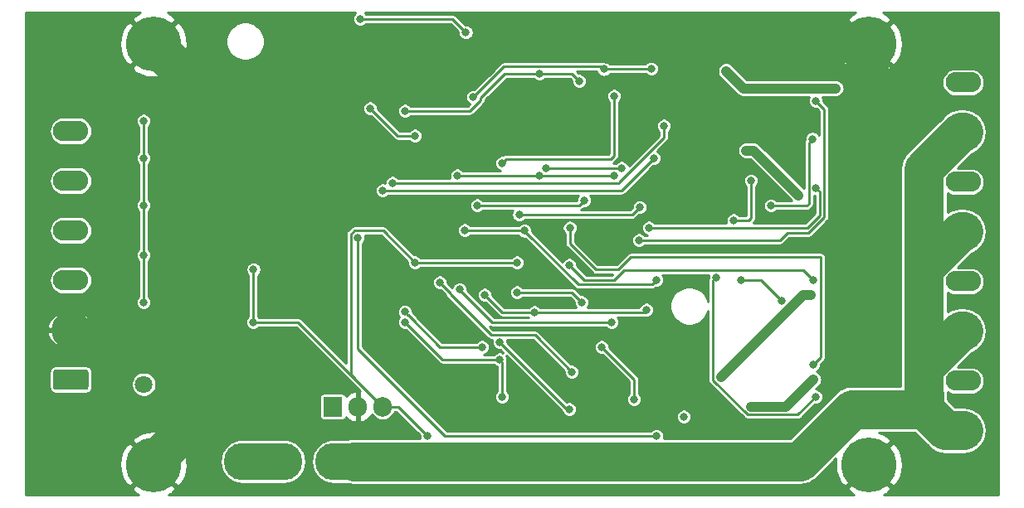
<source format=gbr>
G04 #@! TF.GenerationSoftware,KiCad,Pcbnew,5.1.6-c6e7f7d~86~ubuntu18.04.1*
G04 #@! TF.CreationDate,2020-07-04T00:52:20+02:00*
G04 #@! TF.ProjectId,PeakHoldPWMDriver,5065616b-486f-46c6-9450-574d44726976,rev?*
G04 #@! TF.SameCoordinates,Original*
G04 #@! TF.FileFunction,Copper,L2,Bot*
G04 #@! TF.FilePolarity,Positive*
%FSLAX46Y46*%
G04 Gerber Fmt 4.6, Leading zero omitted, Abs format (unit mm)*
G04 Created by KiCad (PCBNEW 5.1.6-c6e7f7d~86~ubuntu18.04.1) date 2020-07-04 00:52:20*
%MOMM*%
%LPD*%
G01*
G04 APERTURE LIST*
G04 #@! TA.AperFunction,ComponentPad*
%ADD10C,5.600000*%
G04 #@! TD*
G04 #@! TA.AperFunction,ComponentPad*
%ADD11O,3.600000X2.080000*%
G04 #@! TD*
G04 #@! TA.AperFunction,ComponentPad*
%ADD12O,8.000000X3.800000*%
G04 #@! TD*
G04 #@! TA.AperFunction,ComponentPad*
%ADD13O,1.905000X2.000000*%
G04 #@! TD*
G04 #@! TA.AperFunction,ComponentPad*
%ADD14R,1.905000X2.000000*%
G04 #@! TD*
G04 #@! TA.AperFunction,ComponentPad*
%ADD15C,1.800000*%
G04 #@! TD*
G04 #@! TA.AperFunction,ViaPad*
%ADD16C,0.800000*%
G04 #@! TD*
G04 #@! TA.AperFunction,Conductor*
%ADD17C,0.250000*%
G04 #@! TD*
G04 #@! TA.AperFunction,Conductor*
%ADD18C,4.000000*%
G04 #@! TD*
G04 #@! TA.AperFunction,Conductor*
%ADD19C,1.000000*%
G04 #@! TD*
G04 #@! TA.AperFunction,Conductor*
%ADD20C,0.254000*%
G04 #@! TD*
G04 APERTURE END LIST*
D10*
X125222000Y-69596000D03*
X198222000Y-112596000D03*
X125222000Y-112596000D03*
X198222000Y-69596000D03*
D11*
X207818000Y-73558000D03*
X207818000Y-78638000D03*
X207818000Y-83718000D03*
X207818000Y-88798000D03*
X207818000Y-93878000D03*
X207818000Y-98958000D03*
X207818000Y-104038000D03*
G04 #@! TA.AperFunction,ComponentPad*
G36*
G01*
X209368001Y-110158000D02*
X206267999Y-110158000D01*
G75*
G02*
X206018000Y-109908001I0J249999D01*
G01*
X206018000Y-108327999D01*
G75*
G02*
X206267999Y-108078000I249999J0D01*
G01*
X209368001Y-108078000D01*
G75*
G02*
X209618000Y-108327999I0J-249999D01*
G01*
X209618000Y-109908001D01*
G75*
G02*
X209368001Y-110158000I-249999J0D01*
G01*
G37*
G04 #@! TD.AperFunction*
X116770000Y-78516000D03*
X116770000Y-83596000D03*
X116770000Y-88676000D03*
X116770000Y-93756000D03*
X116770000Y-98836000D03*
G04 #@! TA.AperFunction,ComponentPad*
G36*
G01*
X118320001Y-104956000D02*
X115219999Y-104956000D01*
G75*
G02*
X114970000Y-104706001I0J249999D01*
G01*
X114970000Y-103125999D01*
G75*
G02*
X115219999Y-102876000I249999J0D01*
G01*
X118320001Y-102876000D01*
G75*
G02*
X118570000Y-103125999I0J-249999D01*
G01*
X118570000Y-104706001D01*
G75*
G02*
X118320001Y-104956000I-249999J0D01*
G01*
G37*
G04 #@! TD.AperFunction*
D12*
X145698000Y-112268000D03*
X136398000Y-112268000D03*
D13*
X148590000Y-106680000D03*
X146050000Y-106680000D03*
D14*
X143510000Y-106680000D03*
D15*
X124206000Y-104394000D03*
X131706000Y-105794000D03*
D16*
X153162000Y-109668000D03*
X124206000Y-96012000D03*
X124206000Y-77470000D03*
X124206000Y-81280000D03*
X124206000Y-86106000D03*
X124206000Y-91186000D03*
X135382000Y-98044000D03*
X135410000Y-92682000D03*
X174810142Y-86301858D03*
X162521990Y-87083990D03*
X151892000Y-91948000D03*
X162306000Y-91948000D03*
X174244000Y-105918000D03*
X170942000Y-100584000D03*
X168910000Y-96012000D03*
X162306000Y-94996000D03*
X151892000Y-78994000D03*
X147320000Y-76200000D03*
X186182000Y-106680000D03*
X192532000Y-103886000D03*
X188214000Y-86143000D03*
X192451476Y-79328524D03*
X185674000Y-80518000D03*
X191008000Y-85090000D03*
X183134000Y-103632000D03*
X192278000Y-95250000D03*
X194818000Y-74168000D03*
X183642000Y-72390000D03*
X184404000Y-87630000D03*
X186182000Y-83566000D03*
X146304000Y-67056000D03*
X160528000Y-100076000D03*
X160782000Y-81788000D03*
X172212000Y-74930000D03*
X167640000Y-106934000D03*
X157078523Y-68432523D03*
X158242000Y-86106000D03*
X169164000Y-85598000D03*
X198222000Y-100432000D03*
X187198000Y-87630000D03*
X179578000Y-83346019D03*
X131572000Y-82550000D03*
X131572000Y-87122000D03*
X131572000Y-92710000D03*
X131572000Y-96774000D03*
X139446000Y-94488000D03*
X139446000Y-80010000D03*
X139446000Y-89662000D03*
X139446000Y-84836000D03*
X167132000Y-77470000D03*
X161036000Y-108943000D03*
X157226000Y-104648000D03*
X152908000Y-94996000D03*
X138176000Y-81534000D03*
X135636000Y-77978000D03*
X137414000Y-76962000D03*
X119380000Y-68834000D03*
X115824000Y-72644000D03*
X120142000Y-74676000D03*
X114046000Y-110998000D03*
X117348000Y-113538000D03*
X116586000Y-110490000D03*
X204978000Y-113284000D03*
X209042000Y-113284000D03*
X203454000Y-71628000D03*
X191560990Y-69596000D03*
X152908000Y-70612000D03*
X152400000Y-73406000D03*
X155007000Y-77657000D03*
X162306000Y-75438000D03*
X161036000Y-76708000D03*
X149606000Y-87630000D03*
X151130000Y-87630000D03*
X154432000Y-86868000D03*
X155702000Y-86868000D03*
X171256001Y-69535999D03*
X177352001Y-69535999D03*
X181102000Y-74930000D03*
X181356000Y-78994000D03*
X174498000Y-100330000D03*
X176022000Y-98806000D03*
X181610000Y-108204000D03*
X198222000Y-89052000D03*
X198222000Y-80670000D03*
X160020000Y-94234000D03*
X170688000Y-99314000D03*
X168148000Y-99314000D03*
X170942000Y-95758000D03*
X175768000Y-84836000D03*
X170688000Y-75184000D03*
X146812000Y-81280000D03*
X168910000Y-74676000D03*
X149098000Y-95250000D03*
X150368000Y-95250000D03*
X160528000Y-101854000D03*
X150876000Y-98044000D03*
X160782000Y-105664000D03*
X164574334Y-72646010D03*
X150876000Y-76454000D03*
X168656000Y-73406000D03*
X192532000Y-93726000D03*
X167640000Y-92202000D03*
X189341182Y-95869182D03*
X185166000Y-93726000D03*
X171958000Y-98044000D03*
X156464000Y-94705000D03*
X176022000Y-72136000D03*
X171156990Y-72196000D03*
X157834479Y-75030479D03*
X179324000Y-107696000D03*
X158729010Y-100584000D03*
X150846597Y-96998597D03*
X148590000Y-84582000D03*
X176276000Y-81280000D03*
X192532000Y-102362000D03*
X167692997Y-88392000D03*
X192786000Y-105664000D03*
X182626000Y-93472000D03*
X175768000Y-88392000D03*
X192786000Y-84328000D03*
X176530000Y-109668000D03*
X146050000Y-89408000D03*
X149606000Y-83820000D03*
X177292000Y-77978000D03*
X192786000Y-75438000D03*
X174752000Y-89662000D03*
X164084000Y-97028000D03*
X175514000Y-96774000D03*
X159004000Y-95250000D03*
X164592000Y-83058000D03*
X172212000Y-83058000D03*
X156210000Y-83058000D03*
X176530000Y-93726000D03*
X156972000Y-88646000D03*
X163068000Y-88703002D03*
X165299108Y-82333000D03*
X172974000Y-82296000D03*
X167894000Y-103124000D03*
X154432000Y-93980000D03*
D17*
X150174000Y-106680000D02*
X148590000Y-106680000D01*
X153162000Y-109668000D02*
X150174000Y-106680000D01*
X124206000Y-81280000D02*
X124206000Y-77470000D01*
X124206000Y-86106000D02*
X124206000Y-81280000D01*
X124206000Y-96012000D02*
X124206000Y-91186000D01*
X124206000Y-91186000D02*
X124206000Y-86106000D01*
X135382000Y-92710000D02*
X135410000Y-92682000D01*
X135382000Y-98044000D02*
X135382000Y-92710000D01*
X139954000Y-98044000D02*
X148590000Y-106680000D01*
X135382000Y-98044000D02*
X139954000Y-98044000D01*
X174028010Y-87083990D02*
X162521990Y-87083990D01*
X174810142Y-86301858D02*
X174028010Y-87083990D01*
X151892000Y-91948000D02*
X162306000Y-91948000D01*
X174244000Y-105918000D02*
X174244000Y-103886000D01*
X174244000Y-103886000D02*
X170942000Y-100584000D01*
X168910000Y-96012000D02*
X167894000Y-94996000D01*
X167894000Y-94996000D02*
X162306000Y-94996000D01*
X145324999Y-103414999D02*
X148590000Y-106680000D01*
X145324999Y-89059999D02*
X145324999Y-103414999D01*
X145701999Y-88682999D02*
X145324999Y-89059999D01*
X148626999Y-88682999D02*
X145701999Y-88682999D01*
X151892000Y-91948000D02*
X148626999Y-88682999D01*
X151892000Y-78994000D02*
X150114000Y-78994000D01*
X150114000Y-78994000D02*
X147320000Y-76200000D01*
D18*
X191149998Y-112268000D02*
X196483998Y-106934000D01*
X145698000Y-112268000D02*
X161544000Y-112268000D01*
X206018000Y-109118000D02*
X207818000Y-109118000D01*
X203834000Y-106934000D02*
X206018000Y-109118000D01*
X196483998Y-106934000D02*
X203834000Y-106934000D01*
X203817990Y-102695944D02*
X207555934Y-98958000D01*
X203817990Y-105380056D02*
X203817990Y-102695944D01*
X207555934Y-98958000D02*
X207818000Y-98958000D01*
X203834000Y-105396066D02*
X203817990Y-105380056D01*
X203834000Y-106934000D02*
X203834000Y-105396066D01*
X203817990Y-92535944D02*
X203817990Y-102695944D01*
X207555934Y-88798000D02*
X203817990Y-92535944D01*
X207818000Y-88798000D02*
X207555934Y-88798000D01*
X203817990Y-82375944D02*
X203817990Y-92535944D01*
X207555934Y-78638000D02*
X203817990Y-82375944D01*
X207818000Y-78638000D02*
X207555934Y-78638000D01*
X161544000Y-112268000D02*
X165354000Y-112268000D01*
X165354000Y-112268000D02*
X191149998Y-112268000D01*
D19*
X186182000Y-106680000D02*
X189738000Y-106680000D01*
X189738000Y-106680000D02*
X192532000Y-103886000D01*
D17*
X192060999Y-79719001D02*
X192451476Y-79328524D01*
X192060999Y-85962999D02*
X192060999Y-79719001D01*
X191880998Y-86143000D02*
X192060999Y-85962999D01*
X188214000Y-86143000D02*
X191880998Y-86143000D01*
D19*
X185674000Y-80518000D02*
X185928000Y-80518000D01*
X185674000Y-80518000D02*
X186436000Y-80518000D01*
X186436000Y-80518000D02*
X191008000Y-85090000D01*
X183134000Y-103632000D02*
X191516000Y-95250000D01*
X191516000Y-95250000D02*
X192278000Y-95250000D01*
X194818000Y-74168000D02*
X186944000Y-74168000D01*
X186944000Y-74168000D02*
X185420000Y-74168000D01*
X185420000Y-74168000D02*
X183642000Y-72390000D01*
D17*
X184404000Y-87630000D02*
X185928000Y-87630000D01*
X185928000Y-87630000D02*
X186182000Y-87376000D01*
X186182000Y-87376000D02*
X186182000Y-83566000D01*
X146364000Y-66996000D02*
X146304000Y-67056000D01*
X155702000Y-67056000D02*
X146304000Y-67056000D01*
X157078523Y-68432523D02*
X155702000Y-67056000D01*
X161181999Y-81388001D02*
X171849999Y-81388001D01*
X160782000Y-81788000D02*
X161181999Y-81388001D01*
X171849999Y-81388001D02*
X172212000Y-81026000D01*
X172212000Y-81026000D02*
X172212000Y-74930000D01*
X160528000Y-100076000D02*
X167386000Y-106934000D01*
X167386000Y-106934000D02*
X167640000Y-106934000D01*
X158242000Y-86106000D02*
X168656000Y-86106000D01*
X168656000Y-86106000D02*
X169164000Y-85598000D01*
D18*
X198222000Y-100432000D02*
X198222000Y-102260000D01*
X198222000Y-69596000D02*
X198222000Y-80670000D01*
X129032000Y-73406000D02*
X125222000Y-69596000D01*
X125222000Y-112278000D02*
X131706000Y-105794000D01*
X125222000Y-112596000D02*
X125222000Y-112278000D01*
X131572000Y-73406000D02*
X129032000Y-73406000D01*
X131572000Y-105660000D02*
X131706000Y-105794000D01*
X117502000Y-99568000D02*
X116770000Y-98836000D01*
X131572000Y-99568000D02*
X131572000Y-105660000D01*
X131572000Y-99568000D02*
X117502000Y-99568000D01*
D17*
X180083020Y-82840999D02*
X179578000Y-83346019D01*
X186530001Y-82840999D02*
X180083020Y-82840999D01*
X187198000Y-87630000D02*
X187198000Y-83508998D01*
X187198000Y-83508998D02*
X186530001Y-82840999D01*
D18*
X131572000Y-73406000D02*
X131572000Y-82550000D01*
X131572000Y-82550000D02*
X131572000Y-87122000D01*
X131572000Y-87122000D02*
X131572000Y-92710000D01*
X131572000Y-92710000D02*
X131572000Y-96774000D01*
X131572000Y-96774000D02*
X131572000Y-99568000D01*
D17*
X139446000Y-94488000D02*
X139446000Y-89662000D01*
X139446000Y-89662000D02*
X139446000Y-84836000D01*
X139446000Y-84836000D02*
X139446000Y-80010000D01*
X134112000Y-80010000D02*
X131572000Y-82550000D01*
X139446000Y-80010000D02*
X134112000Y-80010000D01*
X161036000Y-108943000D02*
X157457000Y-108943000D01*
X157457000Y-108943000D02*
X157226000Y-108712000D01*
X157226000Y-108712000D02*
X157226000Y-104648000D01*
D18*
X198161999Y-69535999D02*
X198222000Y-69596000D01*
X160040899Y-69535999D02*
X171256001Y-69535999D01*
X158202898Y-71374000D02*
X160040899Y-69535999D01*
X157642956Y-71374000D02*
X158202898Y-71374000D01*
X155610956Y-73406000D02*
X157642956Y-71374000D01*
X131572000Y-73406000D02*
X152400000Y-73406000D01*
X152400000Y-73406000D02*
X155610956Y-73406000D01*
X171256001Y-69535999D02*
X177352001Y-69535999D01*
X177352001Y-69535999D02*
X198161999Y-69535999D01*
X198222000Y-89052000D02*
X198222000Y-100432000D01*
X198222000Y-80670000D02*
X198222000Y-89052000D01*
D17*
X160528000Y-101854000D02*
X154686000Y-101854000D01*
X154686000Y-101854000D02*
X150876000Y-98044000D01*
X160782000Y-102108000D02*
X160528000Y-101854000D01*
X160782000Y-105664000D02*
X160782000Y-102108000D01*
X164574334Y-72646010D02*
X161038010Y-72646010D01*
X158559480Y-75378480D02*
X157483960Y-76454000D01*
X161038010Y-72646010D02*
X158559480Y-75124540D01*
X158559480Y-75124540D02*
X158559480Y-75378480D01*
X157483960Y-76454000D02*
X150876000Y-76454000D01*
X167896010Y-72646010D02*
X164574334Y-72646010D01*
X168656000Y-73406000D02*
X167896010Y-72646010D01*
X191516000Y-92710000D02*
X192532000Y-93726000D01*
X173228000Y-92710000D02*
X191516000Y-92710000D01*
X172212000Y-93726000D02*
X173228000Y-92710000D01*
X167640000Y-92202000D02*
X169164000Y-93726000D01*
X169164000Y-93726000D02*
X172212000Y-93726000D01*
X189341182Y-95869182D02*
X187198000Y-93726000D01*
X187198000Y-93726000D02*
X185166000Y-93726000D01*
X159766000Y-98044000D02*
X171958000Y-98044000D01*
X159766000Y-98044000D02*
X156210000Y-94488000D01*
X156210000Y-94488000D02*
X156247000Y-94488000D01*
X156247000Y-94488000D02*
X156464000Y-94705000D01*
X175807010Y-71921010D02*
X176022000Y-72136000D01*
X170881999Y-71921009D02*
X171156990Y-72196000D01*
X160943949Y-71921009D02*
X170881999Y-71921009D01*
X157834479Y-75030479D02*
X160943949Y-71921009D01*
X175962000Y-72196000D02*
X176022000Y-72136000D01*
X171156990Y-72196000D02*
X175962000Y-72196000D01*
X158729010Y-100584000D02*
X154432000Y-100584000D01*
X151601001Y-97695999D02*
X151187002Y-97282000D01*
X154432000Y-100584000D02*
X151601001Y-97753001D01*
X151601001Y-97753001D02*
X151601001Y-97695999D01*
X151187002Y-97282000D02*
X151130000Y-97282000D01*
X151130000Y-97282000D02*
X150846597Y-96998597D01*
X172720000Y-84582000D02*
X148590000Y-84582000D01*
X172720000Y-84582000D02*
X172974000Y-84582000D01*
X172974000Y-84582000D02*
X176276000Y-81280000D01*
X192532000Y-102362000D02*
X193257001Y-101636999D01*
X167692997Y-88464999D02*
X167692997Y-88392000D01*
X173898589Y-91403001D02*
X193257001Y-91403001D01*
X172628589Y-92673001D02*
X173898589Y-91403001D01*
X170339999Y-92673001D02*
X172628589Y-92673001D01*
X167692997Y-90025999D02*
X170339999Y-92673001D01*
X167692997Y-88392000D02*
X167692997Y-90025999D01*
X193257001Y-101636999D02*
X193257001Y-91403001D01*
X182308991Y-93789009D02*
X182626000Y-93472000D01*
X182308991Y-103973731D02*
X182308991Y-93789009D01*
X185840270Y-107505010D02*
X182308991Y-103973731D01*
X192786000Y-105664000D02*
X190944990Y-107505010D01*
X190944990Y-107505010D02*
X185840270Y-107505010D01*
X193185999Y-84727999D02*
X193185999Y-87126741D01*
X192786000Y-84328000D02*
X193185999Y-84727999D01*
X193185999Y-87126741D02*
X191920740Y-88392000D01*
X191920740Y-88392000D02*
X175768000Y-88392000D01*
X176530000Y-109668000D02*
X154960990Y-109668000D01*
X154960990Y-109668000D02*
X146050000Y-100757010D01*
X146050000Y-100757010D02*
X146050000Y-89408000D01*
X149606000Y-83820000D02*
X172720000Y-83820000D01*
X177292000Y-79190998D02*
X177292000Y-77978000D01*
X172720000Y-83820000D02*
X172720000Y-83762998D01*
X172720000Y-83762998D02*
X177292000Y-79190998D01*
X193636008Y-87313142D02*
X192049150Y-88900000D01*
X192786000Y-75438000D02*
X193636009Y-76288009D01*
X193636009Y-76288009D02*
X193636008Y-87313142D01*
X189863590Y-88900000D02*
X189101590Y-89662000D01*
X192049150Y-88900000D02*
X189863590Y-88900000D01*
X189101590Y-89662000D02*
X174752000Y-89662000D01*
X164084000Y-97028000D02*
X172212000Y-97028000D01*
X172212000Y-97028000D02*
X175260000Y-97028000D01*
X175260000Y-97028000D02*
X175514000Y-96774000D01*
X160782000Y-97028000D02*
X164084000Y-97028000D01*
X159004000Y-95250000D02*
X160782000Y-97028000D01*
X164592000Y-83058000D02*
X172212000Y-83058000D01*
X156210000Y-83058000D02*
X164592000Y-83058000D01*
X176530000Y-93726000D02*
X176079990Y-94176010D01*
X176079990Y-94176010D02*
X168541008Y-94176010D01*
X163068000Y-88703002D02*
X157029002Y-88703002D01*
X157029002Y-88703002D02*
X156972000Y-88646000D01*
X163166499Y-88801501D02*
X163068000Y-88703002D01*
X168541008Y-94176010D02*
X163166499Y-88801501D01*
X165299108Y-82333000D02*
X172937000Y-82333000D01*
X172937000Y-82333000D02*
X172974000Y-82296000D01*
X159660445Y-99350999D02*
X155537990Y-95228544D01*
X167894000Y-103124000D02*
X164120999Y-99350999D01*
X164120999Y-99350999D02*
X159660445Y-99350999D01*
X155537990Y-95228544D02*
X155537990Y-95085990D01*
X155537990Y-95085990D02*
X154432000Y-93980000D01*
D20*
G36*
X123311470Y-66721361D02*
G01*
X123297308Y-66730823D01*
X122985124Y-67179519D01*
X125222000Y-69416395D01*
X127458876Y-67179519D01*
X127146692Y-66730823D01*
X126616973Y-66446000D01*
X145811167Y-66446000D01*
X145806141Y-66449358D01*
X145697358Y-66558141D01*
X145611887Y-66686058D01*
X145553013Y-66828191D01*
X145523000Y-66979078D01*
X145523000Y-67132922D01*
X145553013Y-67283809D01*
X145611887Y-67425942D01*
X145697358Y-67553859D01*
X145806141Y-67662642D01*
X145934058Y-67748113D01*
X146076191Y-67806987D01*
X146227078Y-67837000D01*
X146380922Y-67837000D01*
X146531809Y-67806987D01*
X146673942Y-67748113D01*
X146801859Y-67662642D01*
X146902501Y-67562000D01*
X155492409Y-67562000D01*
X156297523Y-68367115D01*
X156297523Y-68509445D01*
X156327536Y-68660332D01*
X156386410Y-68802465D01*
X156471881Y-68930382D01*
X156580664Y-69039165D01*
X156708581Y-69124636D01*
X156850714Y-69183510D01*
X157001601Y-69213523D01*
X157155445Y-69213523D01*
X157306332Y-69183510D01*
X157448465Y-69124636D01*
X157576382Y-69039165D01*
X157685165Y-68930382D01*
X157770636Y-68802465D01*
X157829510Y-68660332D01*
X157859523Y-68509445D01*
X157859523Y-68355601D01*
X157829510Y-68204714D01*
X157770636Y-68062581D01*
X157685165Y-67934664D01*
X157576382Y-67825881D01*
X157448465Y-67740410D01*
X157306332Y-67681536D01*
X157155445Y-67651523D01*
X157013115Y-67651523D01*
X156077376Y-66715785D01*
X156061527Y-66696473D01*
X155984479Y-66633241D01*
X155896575Y-66586255D01*
X155801193Y-66557322D01*
X155726854Y-66550000D01*
X155726846Y-66550000D01*
X155702000Y-66547553D01*
X155677154Y-66550000D01*
X146902501Y-66550000D01*
X146801859Y-66449358D01*
X146796833Y-66446000D01*
X196829705Y-66446000D01*
X196311470Y-66721361D01*
X196297308Y-66730823D01*
X195985124Y-67179519D01*
X198222000Y-69416395D01*
X200458876Y-67179519D01*
X200146692Y-66730823D01*
X199616973Y-66446000D01*
X211430000Y-66446000D01*
X211430001Y-115672000D01*
X199753565Y-115672000D01*
X200132530Y-115470639D01*
X200146692Y-115461177D01*
X200458876Y-115012481D01*
X198222000Y-112775605D01*
X195985124Y-115012481D01*
X196297308Y-115461177D01*
X196689401Y-115672000D01*
X126753565Y-115672000D01*
X127132530Y-115470639D01*
X127146692Y-115461177D01*
X127458876Y-115012481D01*
X125222000Y-112775605D01*
X122985124Y-115012481D01*
X123297308Y-115461177D01*
X123689401Y-115672000D01*
X112166000Y-115672000D01*
X112166000Y-112587484D01*
X121770390Y-112587484D01*
X121835051Y-113261023D01*
X122029870Y-113909006D01*
X122347361Y-114506530D01*
X122356823Y-114520692D01*
X122805519Y-114832876D01*
X125042395Y-112596000D01*
X125401605Y-112596000D01*
X127638481Y-114832876D01*
X128087177Y-114520692D01*
X128407612Y-113924741D01*
X128605626Y-113277727D01*
X128673610Y-112604516D01*
X128641304Y-112268000D01*
X132005964Y-112268000D01*
X132050005Y-112715154D01*
X132180435Y-113145124D01*
X132392242Y-113541387D01*
X132677286Y-113888714D01*
X133024613Y-114173758D01*
X133420876Y-114385565D01*
X133850846Y-114515995D01*
X134185950Y-114549000D01*
X138610050Y-114549000D01*
X138945154Y-114515995D01*
X139375124Y-114385565D01*
X139771387Y-114173758D01*
X140118714Y-113888714D01*
X140403758Y-113541387D01*
X140615565Y-113145124D01*
X140745995Y-112715154D01*
X140790036Y-112268000D01*
X140745995Y-111820846D01*
X140615565Y-111390876D01*
X140403758Y-110994613D01*
X140118714Y-110647286D01*
X139771387Y-110362242D01*
X139375124Y-110150435D01*
X138945154Y-110020005D01*
X138610050Y-109987000D01*
X134185950Y-109987000D01*
X133850846Y-110020005D01*
X133420876Y-110150435D01*
X133024613Y-110362242D01*
X132677286Y-110647286D01*
X132392242Y-110994613D01*
X132180435Y-111390876D01*
X132050005Y-111820846D01*
X132005964Y-112268000D01*
X128641304Y-112268000D01*
X128608949Y-111930977D01*
X128414130Y-111282994D01*
X128096639Y-110685470D01*
X128087177Y-110671308D01*
X127638481Y-110359124D01*
X125401605Y-112596000D01*
X125042395Y-112596000D01*
X122805519Y-110359124D01*
X122356823Y-110671308D01*
X122036388Y-111267259D01*
X121838374Y-111914273D01*
X121770390Y-112587484D01*
X112166000Y-112587484D01*
X112166000Y-110179519D01*
X122985124Y-110179519D01*
X125222000Y-112416395D01*
X127458876Y-110179519D01*
X127146692Y-109730823D01*
X126550741Y-109410388D01*
X125903727Y-109212374D01*
X125230516Y-109144390D01*
X124556977Y-109209051D01*
X123908994Y-109403870D01*
X123311470Y-109721361D01*
X123297308Y-109730823D01*
X122985124Y-110179519D01*
X112166000Y-110179519D01*
X112166000Y-106858080D01*
X130821525Y-106858080D01*
X130905208Y-107112261D01*
X131177775Y-107243158D01*
X131470642Y-107318365D01*
X131772553Y-107334991D01*
X132071907Y-107292397D01*
X132357199Y-107192222D01*
X132506792Y-107112261D01*
X132590475Y-106858080D01*
X131706000Y-105973605D01*
X130821525Y-106858080D01*
X112166000Y-106858080D01*
X112166000Y-105860553D01*
X130165009Y-105860553D01*
X130207603Y-106159907D01*
X130307778Y-106445199D01*
X130387739Y-106594792D01*
X130641920Y-106678475D01*
X131526395Y-105794000D01*
X131885605Y-105794000D01*
X132770080Y-106678475D01*
X133024261Y-106594792D01*
X133155158Y-106322225D01*
X133230365Y-106029358D01*
X133246991Y-105727447D01*
X133240240Y-105680000D01*
X142174657Y-105680000D01*
X142174657Y-107680000D01*
X142182013Y-107754689D01*
X142203799Y-107826508D01*
X142239178Y-107892696D01*
X142286789Y-107950711D01*
X142344804Y-107998322D01*
X142410992Y-108033701D01*
X142482811Y-108055487D01*
X142557500Y-108062843D01*
X144462500Y-108062843D01*
X144537189Y-108055487D01*
X144609008Y-108033701D01*
X144675196Y-107998322D01*
X144733211Y-107950711D01*
X144780822Y-107892696D01*
X144816201Y-107826508D01*
X144837987Y-107754689D01*
X144839365Y-107740702D01*
X144940563Y-107861315D01*
X145183077Y-108055969D01*
X145458906Y-108199571D01*
X145677020Y-108270563D01*
X145923000Y-108150594D01*
X145923000Y-106807000D01*
X145903000Y-106807000D01*
X145903000Y-106553000D01*
X145923000Y-106553000D01*
X145923000Y-105209406D01*
X145677020Y-105089437D01*
X145458906Y-105160429D01*
X145183077Y-105304031D01*
X144940563Y-105498685D01*
X144839365Y-105619298D01*
X144837987Y-105605311D01*
X144816201Y-105533492D01*
X144780822Y-105467304D01*
X144733211Y-105409289D01*
X144675196Y-105361678D01*
X144609008Y-105326299D01*
X144537189Y-105304513D01*
X144462500Y-105297157D01*
X142557500Y-105297157D01*
X142482811Y-105304513D01*
X142410992Y-105326299D01*
X142344804Y-105361678D01*
X142286789Y-105409289D01*
X142239178Y-105467304D01*
X142203799Y-105533492D01*
X142182013Y-105605311D01*
X142174657Y-105680000D01*
X133240240Y-105680000D01*
X133204397Y-105428093D01*
X133104222Y-105142801D01*
X133024261Y-104993208D01*
X132770080Y-104909525D01*
X131885605Y-105794000D01*
X131526395Y-105794000D01*
X130641920Y-104909525D01*
X130387739Y-104993208D01*
X130256842Y-105265775D01*
X130181635Y-105558642D01*
X130165009Y-105860553D01*
X112166000Y-105860553D01*
X112166000Y-103125999D01*
X114587157Y-103125999D01*
X114587157Y-104706001D01*
X114599317Y-104829462D01*
X114635329Y-104948179D01*
X114693810Y-105057589D01*
X114772512Y-105153488D01*
X114868411Y-105232190D01*
X114977821Y-105290671D01*
X115096538Y-105326683D01*
X115219999Y-105338843D01*
X118320001Y-105338843D01*
X118443462Y-105326683D01*
X118562179Y-105290671D01*
X118671589Y-105232190D01*
X118767488Y-105153488D01*
X118846190Y-105057589D01*
X118904671Y-104948179D01*
X118940683Y-104829462D01*
X118952843Y-104706001D01*
X118952843Y-104267833D01*
X122925000Y-104267833D01*
X122925000Y-104520167D01*
X122974228Y-104767654D01*
X123070793Y-105000781D01*
X123210982Y-105210590D01*
X123389410Y-105389018D01*
X123599219Y-105529207D01*
X123832346Y-105625772D01*
X124079833Y-105675000D01*
X124332167Y-105675000D01*
X124579654Y-105625772D01*
X124812781Y-105529207D01*
X125022590Y-105389018D01*
X125201018Y-105210590D01*
X125341207Y-105000781D01*
X125437772Y-104767654D01*
X125445277Y-104729920D01*
X130821525Y-104729920D01*
X131706000Y-105614395D01*
X132590475Y-104729920D01*
X132506792Y-104475739D01*
X132234225Y-104344842D01*
X131941358Y-104269635D01*
X131639447Y-104253009D01*
X131340093Y-104295603D01*
X131054801Y-104395778D01*
X130905208Y-104475739D01*
X130821525Y-104729920D01*
X125445277Y-104729920D01*
X125487000Y-104520167D01*
X125487000Y-104267833D01*
X125437772Y-104020346D01*
X125341207Y-103787219D01*
X125201018Y-103577410D01*
X125022590Y-103398982D01*
X124812781Y-103258793D01*
X124579654Y-103162228D01*
X124332167Y-103113000D01*
X124079833Y-103113000D01*
X123832346Y-103162228D01*
X123599219Y-103258793D01*
X123389410Y-103398982D01*
X123210982Y-103577410D01*
X123070793Y-103787219D01*
X122974228Y-104020346D01*
X122925000Y-104267833D01*
X118952843Y-104267833D01*
X118952843Y-103125999D01*
X118940683Y-103002538D01*
X118904671Y-102883821D01*
X118846190Y-102774411D01*
X118767488Y-102678512D01*
X118671589Y-102599810D01*
X118562179Y-102541329D01*
X118443462Y-102505317D01*
X118320001Y-102493157D01*
X115219999Y-102493157D01*
X115096538Y-102505317D01*
X114977821Y-102541329D01*
X114868411Y-102599810D01*
X114772512Y-102678512D01*
X114693810Y-102774411D01*
X114635329Y-102883821D01*
X114599317Y-103002538D01*
X114587157Y-103125999D01*
X112166000Y-103125999D01*
X112166000Y-99222710D01*
X114380252Y-99222710D01*
X114413901Y-99359663D01*
X114546731Y-99660984D01*
X114735794Y-99930602D01*
X114973824Y-100158155D01*
X115251673Y-100334898D01*
X115558664Y-100454039D01*
X115883000Y-100511000D01*
X116643000Y-100511000D01*
X116643000Y-98963000D01*
X116897000Y-98963000D01*
X116897000Y-100511000D01*
X117657000Y-100511000D01*
X117981336Y-100454039D01*
X118288327Y-100334898D01*
X118566176Y-100158155D01*
X118804206Y-99930602D01*
X118993269Y-99660984D01*
X119126099Y-99359663D01*
X119159748Y-99222710D01*
X119040922Y-98963000D01*
X116897000Y-98963000D01*
X116643000Y-98963000D01*
X114499078Y-98963000D01*
X114380252Y-99222710D01*
X112166000Y-99222710D01*
X112166000Y-98449290D01*
X114380252Y-98449290D01*
X114499078Y-98709000D01*
X116643000Y-98709000D01*
X116643000Y-97161000D01*
X116897000Y-97161000D01*
X116897000Y-98709000D01*
X119040922Y-98709000D01*
X119159748Y-98449290D01*
X119126099Y-98312337D01*
X118993269Y-98011016D01*
X118962459Y-97967078D01*
X134601000Y-97967078D01*
X134601000Y-98120922D01*
X134631013Y-98271809D01*
X134689887Y-98413942D01*
X134775358Y-98541859D01*
X134884141Y-98650642D01*
X135012058Y-98736113D01*
X135154191Y-98794987D01*
X135305078Y-98825000D01*
X135458922Y-98825000D01*
X135609809Y-98794987D01*
X135751942Y-98736113D01*
X135879859Y-98650642D01*
X135980501Y-98550000D01*
X139744409Y-98550000D01*
X144949631Y-103755223D01*
X144965473Y-103774526D01*
X144984776Y-103790368D01*
X146329458Y-105135050D01*
X146177000Y-105209406D01*
X146177000Y-106553000D01*
X146197000Y-106553000D01*
X146197000Y-106807000D01*
X146177000Y-106807000D01*
X146177000Y-108150594D01*
X146422980Y-108270563D01*
X146641094Y-108199571D01*
X146916923Y-108055969D01*
X147159437Y-107861315D01*
X147359316Y-107623089D01*
X147459270Y-107440879D01*
X147475871Y-107471937D01*
X147642512Y-107674989D01*
X147845564Y-107841629D01*
X148077224Y-107965454D01*
X148328589Y-108041705D01*
X148590000Y-108067452D01*
X148851412Y-108041705D01*
X149102777Y-107965454D01*
X149334437Y-107841629D01*
X149537489Y-107674989D01*
X149704129Y-107471936D01*
X149827954Y-107240276D01*
X149844419Y-107186000D01*
X149964409Y-107186000D01*
X152381000Y-109602592D01*
X152381000Y-109744922D01*
X152409261Y-109887000D01*
X145581037Y-109887000D01*
X145231243Y-109921452D01*
X145015160Y-109987000D01*
X143485950Y-109987000D01*
X143150846Y-110020005D01*
X142720876Y-110150435D01*
X142324613Y-110362242D01*
X141977286Y-110647286D01*
X141692242Y-110994613D01*
X141480435Y-111390876D01*
X141350005Y-111820846D01*
X141305964Y-112268000D01*
X141350005Y-112715154D01*
X141480435Y-113145124D01*
X141692242Y-113541387D01*
X141977286Y-113888714D01*
X142324613Y-114173758D01*
X142720876Y-114385565D01*
X143150846Y-114515995D01*
X143485950Y-114549000D01*
X145015160Y-114549000D01*
X145231243Y-114614548D01*
X145581037Y-114649000D01*
X191033042Y-114649000D01*
X191149998Y-114660519D01*
X191266954Y-114649000D01*
X191266961Y-114649000D01*
X191616755Y-114614548D01*
X192065576Y-114478400D01*
X192479211Y-114257308D01*
X192841765Y-113959767D01*
X192916332Y-113868907D01*
X194834713Y-111950527D01*
X194770390Y-112587484D01*
X194835051Y-113261023D01*
X195029870Y-113909006D01*
X195347361Y-114506530D01*
X195356823Y-114520692D01*
X195805519Y-114832876D01*
X198042395Y-112596000D01*
X198401605Y-112596000D01*
X200638481Y-114832876D01*
X201087177Y-114520692D01*
X201407612Y-113924741D01*
X201605626Y-113277727D01*
X201673610Y-112604516D01*
X201608949Y-111930977D01*
X201414130Y-111282994D01*
X201096639Y-110685470D01*
X201087177Y-110671308D01*
X200638481Y-110359124D01*
X198401605Y-112596000D01*
X198042395Y-112596000D01*
X198028253Y-112581858D01*
X198207858Y-112402253D01*
X198222000Y-112416395D01*
X200458876Y-110179519D01*
X200146692Y-109730823D01*
X199550741Y-109410388D01*
X199239059Y-109315000D01*
X202847758Y-109315000D01*
X204251674Y-110718917D01*
X204326233Y-110809767D01*
X204688787Y-111107308D01*
X205102422Y-111328400D01*
X205446782Y-111432860D01*
X205551242Y-111464548D01*
X205599650Y-111469316D01*
X205901037Y-111499000D01*
X205901043Y-111499000D01*
X206017999Y-111510519D01*
X206134955Y-111499000D01*
X207934963Y-111499000D01*
X208284757Y-111464548D01*
X208733578Y-111328400D01*
X209147213Y-111107308D01*
X209509767Y-110809767D01*
X209807308Y-110447213D01*
X210028400Y-110033578D01*
X210164548Y-109584757D01*
X210210520Y-109118000D01*
X210164548Y-108651243D01*
X210028400Y-108202422D01*
X209807308Y-107788787D01*
X209509767Y-107426233D01*
X209147213Y-107128692D01*
X208733578Y-106907600D01*
X208284757Y-106771452D01*
X207934963Y-106737000D01*
X207004242Y-106737000D01*
X206215000Y-105947758D01*
X206215000Y-105513032D01*
X206226520Y-105396066D01*
X206204857Y-105176110D01*
X206264715Y-105225235D01*
X206511576Y-105357184D01*
X206779435Y-105438439D01*
X206988196Y-105459000D01*
X208647804Y-105459000D01*
X208856565Y-105438439D01*
X209124424Y-105357184D01*
X209371285Y-105225235D01*
X209587660Y-105047660D01*
X209765235Y-104831285D01*
X209897184Y-104584424D01*
X209978439Y-104316565D01*
X210005875Y-104038000D01*
X209978439Y-103759435D01*
X209897184Y-103491576D01*
X209765235Y-103244715D01*
X209587660Y-103028340D01*
X209371285Y-102850765D01*
X209124424Y-102718816D01*
X208856565Y-102637561D01*
X208647804Y-102617000D01*
X207264175Y-102617000D01*
X208703718Y-101177458D01*
X208733578Y-101168400D01*
X209147213Y-100947308D01*
X209509767Y-100649767D01*
X209807308Y-100287213D01*
X210028400Y-99873578D01*
X210164548Y-99424757D01*
X210210520Y-98958000D01*
X210164548Y-98491243D01*
X210028400Y-98042422D01*
X209807308Y-97628787D01*
X209509767Y-97266233D01*
X209147213Y-96968692D01*
X208733578Y-96747600D01*
X208284757Y-96611452D01*
X207934963Y-96577000D01*
X207672889Y-96577000D01*
X207555933Y-96565481D01*
X207438977Y-96577000D01*
X207438971Y-96577000D01*
X207152238Y-96605241D01*
X207089176Y-96611452D01*
X206744135Y-96716119D01*
X206640356Y-96747600D01*
X206226721Y-96968692D01*
X206198990Y-96991450D01*
X206198990Y-95011296D01*
X206264715Y-95065235D01*
X206511576Y-95197184D01*
X206779435Y-95278439D01*
X206988196Y-95299000D01*
X208647804Y-95299000D01*
X208856565Y-95278439D01*
X209124424Y-95197184D01*
X209371285Y-95065235D01*
X209587660Y-94887660D01*
X209765235Y-94671285D01*
X209897184Y-94424424D01*
X209978439Y-94156565D01*
X210005875Y-93878000D01*
X209978439Y-93599435D01*
X209897184Y-93331576D01*
X209765235Y-93084715D01*
X209587660Y-92868340D01*
X209371285Y-92690765D01*
X209124424Y-92558816D01*
X208856565Y-92477561D01*
X208647804Y-92457000D01*
X207264175Y-92457000D01*
X208703718Y-91017458D01*
X208733578Y-91008400D01*
X209147213Y-90787308D01*
X209509767Y-90489767D01*
X209807308Y-90127213D01*
X210028400Y-89713578D01*
X210164548Y-89264757D01*
X210210520Y-88798000D01*
X210164548Y-88331243D01*
X210028400Y-87882422D01*
X209807308Y-87468787D01*
X209509767Y-87106233D01*
X209147213Y-86808692D01*
X208733578Y-86587600D01*
X208284757Y-86451452D01*
X207934963Y-86417000D01*
X207672889Y-86417000D01*
X207555933Y-86405481D01*
X207438977Y-86417000D01*
X207438971Y-86417000D01*
X207137584Y-86446684D01*
X207089176Y-86451452D01*
X206712356Y-86565759D01*
X206640356Y-86587600D01*
X206226721Y-86808692D01*
X206198990Y-86831450D01*
X206198990Y-84851296D01*
X206264715Y-84905235D01*
X206511576Y-85037184D01*
X206779435Y-85118439D01*
X206988196Y-85139000D01*
X208647804Y-85139000D01*
X208856565Y-85118439D01*
X209124424Y-85037184D01*
X209371285Y-84905235D01*
X209587660Y-84727660D01*
X209765235Y-84511285D01*
X209897184Y-84264424D01*
X209978439Y-83996565D01*
X210005875Y-83718000D01*
X209978439Y-83439435D01*
X209897184Y-83171576D01*
X209765235Y-82924715D01*
X209587660Y-82708340D01*
X209371285Y-82530765D01*
X209124424Y-82398816D01*
X208856565Y-82317561D01*
X208647804Y-82297000D01*
X207264175Y-82297000D01*
X208703718Y-80857458D01*
X208733578Y-80848400D01*
X209147213Y-80627308D01*
X209509767Y-80329767D01*
X209807308Y-79967213D01*
X210028400Y-79553578D01*
X210164548Y-79104757D01*
X210210520Y-78638000D01*
X210164548Y-78171243D01*
X210028400Y-77722422D01*
X209807308Y-77308787D01*
X209509767Y-76946233D01*
X209147213Y-76648692D01*
X208733578Y-76427600D01*
X208284757Y-76291452D01*
X207934963Y-76257000D01*
X207672889Y-76257000D01*
X207555933Y-76245481D01*
X207438977Y-76257000D01*
X207438971Y-76257000D01*
X207137584Y-76286684D01*
X207089176Y-76291452D01*
X206806905Y-76377078D01*
X206640356Y-76427600D01*
X206226721Y-76648692D01*
X205864167Y-76946233D01*
X205789604Y-77037088D01*
X202217083Y-80609610D01*
X202126223Y-80684177D01*
X201828682Y-81046732D01*
X201646270Y-81388002D01*
X201607590Y-81460367D01*
X201475307Y-81896448D01*
X201471442Y-81909188D01*
X201436990Y-82258982D01*
X201436990Y-82258988D01*
X201425471Y-82375944D01*
X201436990Y-82492900D01*
X201436991Y-92418972D01*
X201436990Y-92418982D01*
X201436990Y-92418988D01*
X201425471Y-92535944D01*
X201436990Y-92652900D01*
X201436991Y-102578971D01*
X201436990Y-102578981D01*
X201436990Y-102578988D01*
X201425471Y-102695944D01*
X201436990Y-102812900D01*
X201436990Y-104553000D01*
X196600953Y-104553000D01*
X196483997Y-104541481D01*
X196367041Y-104553000D01*
X196367035Y-104553000D01*
X196065648Y-104582684D01*
X196017240Y-104587452D01*
X195626436Y-104706001D01*
X195568420Y-104723600D01*
X195154785Y-104944692D01*
X195017220Y-105057589D01*
X194883887Y-105167013D01*
X194792231Y-105242233D01*
X194717673Y-105333082D01*
X190163757Y-109887000D01*
X177282739Y-109887000D01*
X177311000Y-109744922D01*
X177311000Y-109591078D01*
X177280987Y-109440191D01*
X177222113Y-109298058D01*
X177136642Y-109170141D01*
X177027859Y-109061358D01*
X176899942Y-108975887D01*
X176757809Y-108917013D01*
X176606922Y-108887000D01*
X176453078Y-108887000D01*
X176302191Y-108917013D01*
X176160058Y-108975887D01*
X176032141Y-109061358D01*
X175931499Y-109162000D01*
X155170582Y-109162000D01*
X146556000Y-100547419D01*
X146556000Y-96921675D01*
X150065597Y-96921675D01*
X150065597Y-97075519D01*
X150095610Y-97226406D01*
X150154484Y-97368539D01*
X150239955Y-97496456D01*
X150279499Y-97536000D01*
X150269358Y-97546141D01*
X150183887Y-97674058D01*
X150125013Y-97816191D01*
X150095000Y-97967078D01*
X150095000Y-98120922D01*
X150125013Y-98271809D01*
X150183887Y-98413942D01*
X150269358Y-98541859D01*
X150378141Y-98650642D01*
X150506058Y-98736113D01*
X150648191Y-98794987D01*
X150799078Y-98825000D01*
X150941409Y-98825000D01*
X154310628Y-102194220D01*
X154326473Y-102213527D01*
X154403521Y-102276759D01*
X154491425Y-102323745D01*
X154586807Y-102352678D01*
X154686000Y-102362448D01*
X154710854Y-102360000D01*
X159929499Y-102360000D01*
X160030141Y-102460642D01*
X160158058Y-102546113D01*
X160276001Y-102594967D01*
X160276000Y-105065499D01*
X160175358Y-105166141D01*
X160089887Y-105294058D01*
X160031013Y-105436191D01*
X160001000Y-105587078D01*
X160001000Y-105740922D01*
X160031013Y-105891809D01*
X160089887Y-106033942D01*
X160175358Y-106161859D01*
X160284141Y-106270642D01*
X160412058Y-106356113D01*
X160554191Y-106414987D01*
X160705078Y-106445000D01*
X160858922Y-106445000D01*
X161009809Y-106414987D01*
X161151942Y-106356113D01*
X161279859Y-106270642D01*
X161388642Y-106161859D01*
X161474113Y-106033942D01*
X161532987Y-105891809D01*
X161563000Y-105740922D01*
X161563000Y-105587078D01*
X161532987Y-105436191D01*
X161474113Y-105294058D01*
X161388642Y-105166141D01*
X161288000Y-105065499D01*
X161288000Y-102132845D01*
X161290447Y-102107999D01*
X161288000Y-102083153D01*
X161288000Y-102083146D01*
X161284927Y-102051946D01*
X161309000Y-101930922D01*
X161309000Y-101777078D01*
X161278987Y-101626191D01*
X161220113Y-101484058D01*
X161219400Y-101482992D01*
X166886728Y-107150320D01*
X166889013Y-107161809D01*
X166947887Y-107303942D01*
X167033358Y-107431859D01*
X167142141Y-107540642D01*
X167270058Y-107626113D01*
X167412191Y-107684987D01*
X167563078Y-107715000D01*
X167716922Y-107715000D01*
X167867809Y-107684987D01*
X168009942Y-107626113D01*
X168020470Y-107619078D01*
X178543000Y-107619078D01*
X178543000Y-107772922D01*
X178573013Y-107923809D01*
X178631887Y-108065942D01*
X178717358Y-108193859D01*
X178826141Y-108302642D01*
X178954058Y-108388113D01*
X179096191Y-108446987D01*
X179247078Y-108477000D01*
X179400922Y-108477000D01*
X179551809Y-108446987D01*
X179693942Y-108388113D01*
X179821859Y-108302642D01*
X179930642Y-108193859D01*
X180016113Y-108065942D01*
X180074987Y-107923809D01*
X180105000Y-107772922D01*
X180105000Y-107619078D01*
X180074987Y-107468191D01*
X180016113Y-107326058D01*
X179930642Y-107198141D01*
X179821859Y-107089358D01*
X179693942Y-107003887D01*
X179551809Y-106945013D01*
X179400922Y-106915000D01*
X179247078Y-106915000D01*
X179096191Y-106945013D01*
X178954058Y-107003887D01*
X178826141Y-107089358D01*
X178717358Y-107198141D01*
X178631887Y-107326058D01*
X178573013Y-107468191D01*
X178543000Y-107619078D01*
X168020470Y-107619078D01*
X168137859Y-107540642D01*
X168246642Y-107431859D01*
X168332113Y-107303942D01*
X168390987Y-107161809D01*
X168421000Y-107010922D01*
X168421000Y-106857078D01*
X168390987Y-106706191D01*
X168332113Y-106564058D01*
X168246642Y-106436141D01*
X168137859Y-106327358D01*
X168009942Y-106241887D01*
X167867809Y-106183013D01*
X167716922Y-106153000D01*
X167563078Y-106153000D01*
X167412191Y-106183013D01*
X167368643Y-106201051D01*
X161309000Y-100141409D01*
X161309000Y-99999078D01*
X161280739Y-99856999D01*
X163911408Y-99856999D01*
X167113000Y-103058592D01*
X167113000Y-103200922D01*
X167143013Y-103351809D01*
X167201887Y-103493942D01*
X167287358Y-103621859D01*
X167396141Y-103730642D01*
X167524058Y-103816113D01*
X167666191Y-103874987D01*
X167817078Y-103905000D01*
X167970922Y-103905000D01*
X168121809Y-103874987D01*
X168263942Y-103816113D01*
X168391859Y-103730642D01*
X168500642Y-103621859D01*
X168586113Y-103493942D01*
X168644987Y-103351809D01*
X168675000Y-103200922D01*
X168675000Y-103047078D01*
X168644987Y-102896191D01*
X168586113Y-102754058D01*
X168500642Y-102626141D01*
X168391859Y-102517358D01*
X168263942Y-102431887D01*
X168121809Y-102373013D01*
X167970922Y-102343000D01*
X167828592Y-102343000D01*
X165992670Y-100507078D01*
X170161000Y-100507078D01*
X170161000Y-100660922D01*
X170191013Y-100811809D01*
X170249887Y-100953942D01*
X170335358Y-101081859D01*
X170444141Y-101190642D01*
X170572058Y-101276113D01*
X170714191Y-101334987D01*
X170865078Y-101365000D01*
X171007409Y-101365000D01*
X173738001Y-104095593D01*
X173738000Y-105319499D01*
X173637358Y-105420141D01*
X173551887Y-105548058D01*
X173493013Y-105690191D01*
X173463000Y-105841078D01*
X173463000Y-105994922D01*
X173493013Y-106145809D01*
X173551887Y-106287942D01*
X173637358Y-106415859D01*
X173746141Y-106524642D01*
X173874058Y-106610113D01*
X174016191Y-106668987D01*
X174167078Y-106699000D01*
X174320922Y-106699000D01*
X174471809Y-106668987D01*
X174613942Y-106610113D01*
X174741859Y-106524642D01*
X174850642Y-106415859D01*
X174936113Y-106287942D01*
X174994987Y-106145809D01*
X175025000Y-105994922D01*
X175025000Y-105841078D01*
X174994987Y-105690191D01*
X174936113Y-105548058D01*
X174850642Y-105420141D01*
X174750000Y-105319499D01*
X174750000Y-103910845D01*
X174752447Y-103885999D01*
X174750000Y-103861153D01*
X174750000Y-103861146D01*
X174742678Y-103786807D01*
X174740358Y-103779157D01*
X174713745Y-103691425D01*
X174681981Y-103632000D01*
X174666759Y-103603521D01*
X174603527Y-103526473D01*
X174584220Y-103510628D01*
X171723000Y-100649409D01*
X171723000Y-100507078D01*
X171692987Y-100356191D01*
X171634113Y-100214058D01*
X171548642Y-100086141D01*
X171439859Y-99977358D01*
X171311942Y-99891887D01*
X171169809Y-99833013D01*
X171018922Y-99803000D01*
X170865078Y-99803000D01*
X170714191Y-99833013D01*
X170572058Y-99891887D01*
X170444141Y-99977358D01*
X170335358Y-100086141D01*
X170249887Y-100214058D01*
X170191013Y-100356191D01*
X170161000Y-100507078D01*
X165992670Y-100507078D01*
X164496375Y-99010784D01*
X164480526Y-98991472D01*
X164403478Y-98928240D01*
X164315574Y-98881254D01*
X164220192Y-98852321D01*
X164145853Y-98844999D01*
X164145845Y-98844999D01*
X164120999Y-98842552D01*
X164096153Y-98844999D01*
X159870037Y-98844999D01*
X159501300Y-98476262D01*
X159571425Y-98513745D01*
X159644607Y-98535944D01*
X159666806Y-98542678D01*
X159676694Y-98543652D01*
X159741146Y-98550000D01*
X159741153Y-98550000D01*
X159765999Y-98552447D01*
X159790845Y-98550000D01*
X171359499Y-98550000D01*
X171460141Y-98650642D01*
X171588058Y-98736113D01*
X171730191Y-98794987D01*
X171881078Y-98825000D01*
X172034922Y-98825000D01*
X172185809Y-98794987D01*
X172327942Y-98736113D01*
X172455859Y-98650642D01*
X172564642Y-98541859D01*
X172650113Y-98413942D01*
X172708987Y-98271809D01*
X172739000Y-98120922D01*
X172739000Y-97967078D01*
X172708987Y-97816191D01*
X172650113Y-97674058D01*
X172564642Y-97546141D01*
X172552501Y-97534000D01*
X175235154Y-97534000D01*
X175260000Y-97536447D01*
X175284846Y-97534000D01*
X175284854Y-97534000D01*
X175316054Y-97530927D01*
X175437078Y-97555000D01*
X175590922Y-97555000D01*
X175741809Y-97524987D01*
X175883942Y-97466113D01*
X176011859Y-97380642D01*
X176120642Y-97271859D01*
X176206113Y-97143942D01*
X176264987Y-97001809D01*
X176295000Y-96850922D01*
X176295000Y-96697078D01*
X176264987Y-96546191D01*
X176206113Y-96404058D01*
X176120642Y-96276141D01*
X176011859Y-96167358D01*
X175883942Y-96081887D01*
X175741809Y-96023013D01*
X175590922Y-95993000D01*
X175437078Y-95993000D01*
X175286191Y-96023013D01*
X175144058Y-96081887D01*
X175016141Y-96167358D01*
X174907358Y-96276141D01*
X174821887Y-96404058D01*
X174773033Y-96522000D01*
X169504501Y-96522000D01*
X169516642Y-96509859D01*
X169602113Y-96381942D01*
X169660987Y-96239809D01*
X169691000Y-96088922D01*
X169691000Y-95935078D01*
X169660987Y-95784191D01*
X169602113Y-95642058D01*
X169516642Y-95514141D01*
X169407859Y-95405358D01*
X169279942Y-95319887D01*
X169137809Y-95261013D01*
X168986922Y-95231000D01*
X168844592Y-95231000D01*
X168269376Y-94655785D01*
X168253527Y-94636473D01*
X168176479Y-94573241D01*
X168088575Y-94526255D01*
X167993193Y-94497322D01*
X167918854Y-94490000D01*
X167918846Y-94490000D01*
X167894000Y-94487553D01*
X167869154Y-94490000D01*
X162904501Y-94490000D01*
X162803859Y-94389358D01*
X162675942Y-94303887D01*
X162533809Y-94245013D01*
X162382922Y-94215000D01*
X162229078Y-94215000D01*
X162078191Y-94245013D01*
X161936058Y-94303887D01*
X161808141Y-94389358D01*
X161699358Y-94498141D01*
X161613887Y-94626058D01*
X161555013Y-94768191D01*
X161525000Y-94919078D01*
X161525000Y-95072922D01*
X161555013Y-95223809D01*
X161613887Y-95365942D01*
X161699358Y-95493859D01*
X161808141Y-95602642D01*
X161936058Y-95688113D01*
X162078191Y-95746987D01*
X162229078Y-95777000D01*
X162382922Y-95777000D01*
X162533809Y-95746987D01*
X162675942Y-95688113D01*
X162803859Y-95602642D01*
X162904501Y-95502000D01*
X167684409Y-95502000D01*
X168129000Y-95946592D01*
X168129000Y-96088922D01*
X168159013Y-96239809D01*
X168217887Y-96381942D01*
X168303358Y-96509859D01*
X168315499Y-96522000D01*
X164682501Y-96522000D01*
X164581859Y-96421358D01*
X164453942Y-96335887D01*
X164311809Y-96277013D01*
X164160922Y-96247000D01*
X164007078Y-96247000D01*
X163856191Y-96277013D01*
X163714058Y-96335887D01*
X163586141Y-96421358D01*
X163485499Y-96522000D01*
X160991592Y-96522000D01*
X159785000Y-95315409D01*
X159785000Y-95173078D01*
X159754987Y-95022191D01*
X159696113Y-94880058D01*
X159610642Y-94752141D01*
X159501859Y-94643358D01*
X159373942Y-94557887D01*
X159231809Y-94499013D01*
X159080922Y-94469000D01*
X158927078Y-94469000D01*
X158776191Y-94499013D01*
X158634058Y-94557887D01*
X158506141Y-94643358D01*
X158397358Y-94752141D01*
X158311887Y-94880058D01*
X158253013Y-95022191D01*
X158223000Y-95173078D01*
X158223000Y-95326922D01*
X158253013Y-95477809D01*
X158311887Y-95619942D01*
X158397358Y-95747859D01*
X158506141Y-95856642D01*
X158634058Y-95942113D01*
X158776191Y-96000987D01*
X158927078Y-96031000D01*
X159069409Y-96031000D01*
X160406628Y-97368220D01*
X160422473Y-97387527D01*
X160499521Y-97450759D01*
X160587425Y-97497745D01*
X160682807Y-97526678D01*
X160782000Y-97536448D01*
X160806854Y-97534000D01*
X163485499Y-97534000D01*
X163489499Y-97538000D01*
X159975592Y-97538000D01*
X157240772Y-94803180D01*
X157245000Y-94781922D01*
X157245000Y-94628078D01*
X157214987Y-94477191D01*
X157156113Y-94335058D01*
X157070642Y-94207141D01*
X156961859Y-94098358D01*
X156833942Y-94012887D01*
X156691809Y-93954013D01*
X156540922Y-93924000D01*
X156387078Y-93924000D01*
X156236191Y-93954013D01*
X156163471Y-93984135D01*
X156110807Y-93989322D01*
X156015425Y-94018255D01*
X155927521Y-94065241D01*
X155850473Y-94128473D01*
X155787241Y-94205521D01*
X155740255Y-94293425D01*
X155711322Y-94388807D01*
X155701552Y-94488000D01*
X155704636Y-94519307D01*
X155701693Y-94534101D01*
X155213000Y-94045409D01*
X155213000Y-93903078D01*
X155182987Y-93752191D01*
X155124113Y-93610058D01*
X155038642Y-93482141D01*
X154929859Y-93373358D01*
X154801942Y-93287887D01*
X154659809Y-93229013D01*
X154508922Y-93199000D01*
X154355078Y-93199000D01*
X154204191Y-93229013D01*
X154062058Y-93287887D01*
X153934141Y-93373358D01*
X153825358Y-93482141D01*
X153739887Y-93610058D01*
X153681013Y-93752191D01*
X153651000Y-93903078D01*
X153651000Y-94056922D01*
X153681013Y-94207809D01*
X153739887Y-94349942D01*
X153825358Y-94477859D01*
X153934141Y-94586642D01*
X154062058Y-94672113D01*
X154204191Y-94730987D01*
X154355078Y-94761000D01*
X154497409Y-94761000D01*
X155036599Y-95300191D01*
X155039312Y-95327736D01*
X155068245Y-95423118D01*
X155115231Y-95511023D01*
X155178463Y-95588071D01*
X155197775Y-95603920D01*
X159285073Y-99691219D01*
X159300918Y-99710526D01*
X159377966Y-99773758D01*
X159432674Y-99803000D01*
X159465870Y-99820744D01*
X159561252Y-99849677D01*
X159660445Y-99859447D01*
X159685299Y-99856999D01*
X159775261Y-99856999D01*
X159747000Y-99999078D01*
X159747000Y-100152922D01*
X159777013Y-100303809D01*
X159835887Y-100445942D01*
X159921358Y-100573859D01*
X160030141Y-100682642D01*
X160158058Y-100768113D01*
X160300191Y-100826987D01*
X160451078Y-100857000D01*
X160593409Y-100857000D01*
X160899009Y-101162600D01*
X160897942Y-101161887D01*
X160755809Y-101103013D01*
X160604922Y-101073000D01*
X160451078Y-101073000D01*
X160300191Y-101103013D01*
X160158058Y-101161887D01*
X160030141Y-101247358D01*
X159929499Y-101348000D01*
X158891398Y-101348000D01*
X158956819Y-101334987D01*
X159098952Y-101276113D01*
X159226869Y-101190642D01*
X159335652Y-101081859D01*
X159421123Y-100953942D01*
X159479997Y-100811809D01*
X159510010Y-100660922D01*
X159510010Y-100507078D01*
X159479997Y-100356191D01*
X159421123Y-100214058D01*
X159335652Y-100086141D01*
X159226869Y-99977358D01*
X159098952Y-99891887D01*
X158956819Y-99833013D01*
X158805932Y-99803000D01*
X158652088Y-99803000D01*
X158501201Y-99833013D01*
X158359068Y-99891887D01*
X158231151Y-99977358D01*
X158130509Y-100078000D01*
X154641592Y-100078000D01*
X152073241Y-97509650D01*
X152070746Y-97501424D01*
X152051871Y-97466113D01*
X152023760Y-97413520D01*
X151960528Y-97336472D01*
X151941221Y-97320627D01*
X151627597Y-97007004D01*
X151627597Y-96921675D01*
X151597584Y-96770788D01*
X151538710Y-96628655D01*
X151453239Y-96500738D01*
X151344456Y-96391955D01*
X151216539Y-96306484D01*
X151074406Y-96247610D01*
X150923519Y-96217597D01*
X150769675Y-96217597D01*
X150618788Y-96247610D01*
X150476655Y-96306484D01*
X150348738Y-96391955D01*
X150239955Y-96500738D01*
X150154484Y-96628655D01*
X150095610Y-96770788D01*
X150065597Y-96921675D01*
X146556000Y-96921675D01*
X146556000Y-90006501D01*
X146656642Y-89905859D01*
X146742113Y-89777942D01*
X146800987Y-89635809D01*
X146831000Y-89484922D01*
X146831000Y-89331078D01*
X146802739Y-89188999D01*
X148417408Y-89188999D01*
X151111000Y-91882592D01*
X151111000Y-92024922D01*
X151141013Y-92175809D01*
X151199887Y-92317942D01*
X151285358Y-92445859D01*
X151394141Y-92554642D01*
X151522058Y-92640113D01*
X151664191Y-92698987D01*
X151815078Y-92729000D01*
X151968922Y-92729000D01*
X152119809Y-92698987D01*
X152261942Y-92640113D01*
X152389859Y-92554642D01*
X152490501Y-92454000D01*
X161707499Y-92454000D01*
X161808141Y-92554642D01*
X161936058Y-92640113D01*
X162078191Y-92698987D01*
X162229078Y-92729000D01*
X162382922Y-92729000D01*
X162533809Y-92698987D01*
X162675942Y-92640113D01*
X162803859Y-92554642D01*
X162912642Y-92445859D01*
X162998113Y-92317942D01*
X163056987Y-92175809D01*
X163087000Y-92024922D01*
X163087000Y-91871078D01*
X163056987Y-91720191D01*
X162998113Y-91578058D01*
X162912642Y-91450141D01*
X162803859Y-91341358D01*
X162675942Y-91255887D01*
X162533809Y-91197013D01*
X162382922Y-91167000D01*
X162229078Y-91167000D01*
X162078191Y-91197013D01*
X161936058Y-91255887D01*
X161808141Y-91341358D01*
X161707499Y-91442000D01*
X152490501Y-91442000D01*
X152389859Y-91341358D01*
X152261942Y-91255887D01*
X152119809Y-91197013D01*
X151968922Y-91167000D01*
X151826592Y-91167000D01*
X149228670Y-88569078D01*
X156191000Y-88569078D01*
X156191000Y-88722922D01*
X156221013Y-88873809D01*
X156279887Y-89015942D01*
X156365358Y-89143859D01*
X156474141Y-89252642D01*
X156602058Y-89338113D01*
X156744191Y-89396987D01*
X156895078Y-89427000D01*
X157048922Y-89427000D01*
X157199809Y-89396987D01*
X157341942Y-89338113D01*
X157469859Y-89252642D01*
X157513499Y-89209002D01*
X162469499Y-89209002D01*
X162570141Y-89309644D01*
X162698058Y-89395115D01*
X162840191Y-89453989D01*
X162991078Y-89484002D01*
X163133409Y-89484002D01*
X168165636Y-94516230D01*
X168181481Y-94535537D01*
X168258529Y-94598769D01*
X168329068Y-94636473D01*
X168346433Y-94645755D01*
X168441815Y-94674688D01*
X168541008Y-94684458D01*
X168565862Y-94682010D01*
X176055144Y-94682010D01*
X176079990Y-94684457D01*
X176104836Y-94682010D01*
X176104844Y-94682010D01*
X176179183Y-94674688D01*
X176274565Y-94645755D01*
X176362469Y-94598769D01*
X176439517Y-94535537D01*
X176455366Y-94516225D01*
X176464591Y-94507000D01*
X176606922Y-94507000D01*
X176757809Y-94476987D01*
X176899942Y-94418113D01*
X177027859Y-94332642D01*
X177136642Y-94223859D01*
X177222113Y-94095942D01*
X177280987Y-93953809D01*
X177311000Y-93802922D01*
X177311000Y-93649078D01*
X177280987Y-93498191D01*
X177222113Y-93356058D01*
X177136642Y-93228141D01*
X177124501Y-93216000D01*
X181886690Y-93216000D01*
X181875013Y-93244191D01*
X181845000Y-93395078D01*
X181845000Y-93548922D01*
X181850037Y-93574246D01*
X181839246Y-93594435D01*
X181810313Y-93689817D01*
X181800544Y-93789009D01*
X181802992Y-93813865D01*
X181802992Y-95933372D01*
X181780871Y-95822164D01*
X181631539Y-95461645D01*
X181414743Y-95137186D01*
X181138814Y-94861257D01*
X180814355Y-94644461D01*
X180453836Y-94495129D01*
X180071111Y-94419000D01*
X179680889Y-94419000D01*
X179298164Y-94495129D01*
X178937645Y-94644461D01*
X178613186Y-94861257D01*
X178337257Y-95137186D01*
X178120461Y-95461645D01*
X177971129Y-95822164D01*
X177895000Y-96204889D01*
X177895000Y-96595111D01*
X177971129Y-96977836D01*
X178120461Y-97338355D01*
X178337257Y-97662814D01*
X178613186Y-97938743D01*
X178937645Y-98155539D01*
X179298164Y-98304871D01*
X179680889Y-98381000D01*
X180071111Y-98381000D01*
X180453836Y-98304871D01*
X180814355Y-98155539D01*
X181138814Y-97938743D01*
X181414743Y-97662814D01*
X181631539Y-97338355D01*
X181780871Y-96977836D01*
X181802992Y-96866628D01*
X181802991Y-103948885D01*
X181800544Y-103973731D01*
X181802991Y-103998577D01*
X181802991Y-103998584D01*
X181810313Y-104072923D01*
X181839246Y-104168305D01*
X181886232Y-104256210D01*
X181949464Y-104333258D01*
X181968776Y-104349107D01*
X185464898Y-107845230D01*
X185480743Y-107864537D01*
X185557791Y-107927769D01*
X185645695Y-107974755D01*
X185741077Y-108003688D01*
X185840270Y-108013458D01*
X185865124Y-108011010D01*
X190920144Y-108011010D01*
X190944990Y-108013457D01*
X190969836Y-108011010D01*
X190969844Y-108011010D01*
X191044183Y-108003688D01*
X191139565Y-107974755D01*
X191227469Y-107927769D01*
X191304517Y-107864537D01*
X191320366Y-107845225D01*
X192720592Y-106445000D01*
X192862922Y-106445000D01*
X193013809Y-106414987D01*
X193155942Y-106356113D01*
X193283859Y-106270642D01*
X193392642Y-106161859D01*
X193478113Y-106033942D01*
X193536987Y-105891809D01*
X193567000Y-105740922D01*
X193567000Y-105587078D01*
X193536987Y-105436191D01*
X193478113Y-105294058D01*
X193392642Y-105166141D01*
X193283859Y-105057358D01*
X193155942Y-104971887D01*
X193013809Y-104913013D01*
X192862922Y-104883000D01*
X192780922Y-104883000D01*
X193185559Y-104478363D01*
X193268068Y-104377826D01*
X193349875Y-104224775D01*
X193400251Y-104058706D01*
X193417262Y-103886000D01*
X193400251Y-103713294D01*
X193349875Y-103547225D01*
X193268068Y-103394175D01*
X193157974Y-103260026D01*
X193023825Y-103149932D01*
X192870775Y-103068125D01*
X192869239Y-103067659D01*
X192901942Y-103054113D01*
X193029859Y-102968642D01*
X193138642Y-102859859D01*
X193224113Y-102731942D01*
X193282987Y-102589809D01*
X193313000Y-102438922D01*
X193313000Y-102296592D01*
X193597221Y-102012371D01*
X193616528Y-101996526D01*
X193679760Y-101919478D01*
X193726746Y-101831574D01*
X193742279Y-101780367D01*
X193755679Y-101736193D01*
X193760697Y-101685241D01*
X193763001Y-101661853D01*
X193763001Y-101661846D01*
X193765448Y-101637000D01*
X193763001Y-101612154D01*
X193763001Y-91427855D01*
X193765449Y-91403001D01*
X193755679Y-91303808D01*
X193726746Y-91208426D01*
X193679760Y-91120522D01*
X193616528Y-91043474D01*
X193539480Y-90980242D01*
X193451576Y-90933256D01*
X193356194Y-90904323D01*
X193281855Y-90897001D01*
X193257001Y-90894553D01*
X193232147Y-90897001D01*
X173923434Y-90897001D01*
X173898588Y-90894554D01*
X173873742Y-90897001D01*
X173873735Y-90897001D01*
X173809283Y-90903349D01*
X173799395Y-90904323D01*
X173704014Y-90933256D01*
X173616110Y-90980242D01*
X173539062Y-91043474D01*
X173523217Y-91062781D01*
X172418998Y-92167001D01*
X170549591Y-92167001D01*
X168198997Y-89816408D01*
X168198997Y-89585078D01*
X173971000Y-89585078D01*
X173971000Y-89738922D01*
X174001013Y-89889809D01*
X174059887Y-90031942D01*
X174145358Y-90159859D01*
X174254141Y-90268642D01*
X174382058Y-90354113D01*
X174524191Y-90412987D01*
X174675078Y-90443000D01*
X174828922Y-90443000D01*
X174979809Y-90412987D01*
X175121942Y-90354113D01*
X175249859Y-90268642D01*
X175350501Y-90168000D01*
X189076744Y-90168000D01*
X189101590Y-90170447D01*
X189126436Y-90168000D01*
X189126444Y-90168000D01*
X189200783Y-90160678D01*
X189296165Y-90131745D01*
X189384069Y-90084759D01*
X189461117Y-90021527D01*
X189476966Y-90002215D01*
X190073182Y-89406000D01*
X192024304Y-89406000D01*
X192049150Y-89408447D01*
X192073996Y-89406000D01*
X192074004Y-89406000D01*
X192148343Y-89398678D01*
X192243725Y-89369745D01*
X192331629Y-89322759D01*
X192408677Y-89259527D01*
X192424526Y-89240215D01*
X193976233Y-87688509D01*
X193995534Y-87672669D01*
X194011374Y-87653368D01*
X194011378Y-87653364D01*
X194058766Y-87595621D01*
X194105753Y-87507717D01*
X194134686Y-87412336D01*
X194144455Y-87313143D01*
X194142007Y-87288286D01*
X194142009Y-76312855D01*
X194144456Y-76288008D01*
X194142009Y-76263162D01*
X194142009Y-76263156D01*
X194136635Y-76208590D01*
X194134687Y-76188815D01*
X194111925Y-76113779D01*
X194105754Y-76093435D01*
X194058768Y-76005531D01*
X194041307Y-75984255D01*
X194011379Y-75947787D01*
X194011376Y-75947784D01*
X193995536Y-75928483D01*
X193976235Y-75912643D01*
X193567000Y-75503409D01*
X193567000Y-75361078D01*
X193536987Y-75210191D01*
X193478113Y-75068058D01*
X193465379Y-75049000D01*
X194861273Y-75049000D01*
X194990706Y-75036252D01*
X195156775Y-74985875D01*
X195309825Y-74904068D01*
X195443975Y-74793975D01*
X195554068Y-74659825D01*
X195635875Y-74506775D01*
X195686252Y-74340706D01*
X195703262Y-74168000D01*
X195686252Y-73995294D01*
X195635875Y-73829225D01*
X195554068Y-73676175D01*
X195457086Y-73558000D01*
X205630125Y-73558000D01*
X205657561Y-73836565D01*
X205738816Y-74104424D01*
X205870765Y-74351285D01*
X206048340Y-74567660D01*
X206264715Y-74745235D01*
X206511576Y-74877184D01*
X206779435Y-74958439D01*
X206988196Y-74979000D01*
X208647804Y-74979000D01*
X208856565Y-74958439D01*
X209124424Y-74877184D01*
X209371285Y-74745235D01*
X209587660Y-74567660D01*
X209765235Y-74351285D01*
X209897184Y-74104424D01*
X209978439Y-73836565D01*
X210005875Y-73558000D01*
X209978439Y-73279435D01*
X209897184Y-73011576D01*
X209765235Y-72764715D01*
X209587660Y-72548340D01*
X209371285Y-72370765D01*
X209124424Y-72238816D01*
X208856565Y-72157561D01*
X208647804Y-72137000D01*
X206988196Y-72137000D01*
X206779435Y-72157561D01*
X206511576Y-72238816D01*
X206264715Y-72370765D01*
X206048340Y-72548340D01*
X205870765Y-72764715D01*
X205738816Y-73011576D01*
X205657561Y-73279435D01*
X205630125Y-73558000D01*
X195457086Y-73558000D01*
X195443975Y-73542025D01*
X195309825Y-73431932D01*
X195156775Y-73350125D01*
X194990706Y-73299748D01*
X194861273Y-73287000D01*
X185784922Y-73287000D01*
X184510403Y-72012481D01*
X195985124Y-72012481D01*
X196297308Y-72461177D01*
X196893259Y-72781612D01*
X197540273Y-72979626D01*
X198213484Y-73047610D01*
X198887023Y-72982949D01*
X199535006Y-72788130D01*
X200132530Y-72470639D01*
X200146692Y-72461177D01*
X200458876Y-72012481D01*
X198222000Y-69775605D01*
X195985124Y-72012481D01*
X184510403Y-72012481D01*
X184234362Y-71736441D01*
X184133825Y-71653932D01*
X183980774Y-71572125D01*
X183814705Y-71521749D01*
X183642000Y-71504738D01*
X183469295Y-71521749D01*
X183303226Y-71572125D01*
X183150175Y-71653932D01*
X183016026Y-71764026D01*
X182905932Y-71898175D01*
X182824125Y-72051226D01*
X182773749Y-72217295D01*
X182756738Y-72390000D01*
X182773749Y-72562705D01*
X182824125Y-72728774D01*
X182905932Y-72881825D01*
X182988441Y-72982362D01*
X184766439Y-74760361D01*
X184794025Y-74793975D01*
X184852619Y-74842061D01*
X184928174Y-74904068D01*
X185029896Y-74958439D01*
X185081225Y-74985875D01*
X185247294Y-75036252D01*
X185376727Y-75049000D01*
X185376730Y-75049000D01*
X185420000Y-75053262D01*
X185463270Y-75049000D01*
X192106621Y-75049000D01*
X192093887Y-75068058D01*
X192035013Y-75210191D01*
X192005000Y-75361078D01*
X192005000Y-75514922D01*
X192035013Y-75665809D01*
X192093887Y-75807942D01*
X192179358Y-75935859D01*
X192288141Y-76044642D01*
X192416058Y-76130113D01*
X192558191Y-76188987D01*
X192709078Y-76219000D01*
X192851409Y-76219000D01*
X193130010Y-76497602D01*
X193130010Y-78938259D01*
X193058118Y-78830665D01*
X192949335Y-78721882D01*
X192821418Y-78636411D01*
X192679285Y-78577537D01*
X192528398Y-78547524D01*
X192374554Y-78547524D01*
X192223667Y-78577537D01*
X192081534Y-78636411D01*
X191953617Y-78721882D01*
X191844834Y-78830665D01*
X191759363Y-78958582D01*
X191700489Y-79100715D01*
X191670476Y-79251602D01*
X191670476Y-79397244D01*
X191638241Y-79436522D01*
X191623690Y-79463745D01*
X191591254Y-79524427D01*
X191562321Y-79619809D01*
X191552552Y-79719001D01*
X191555000Y-79743857D01*
X191554999Y-84391077D01*
X187089566Y-79925645D01*
X187061975Y-79892025D01*
X186927825Y-79781932D01*
X186774775Y-79700125D01*
X186608706Y-79649748D01*
X186479273Y-79637000D01*
X186479270Y-79637000D01*
X186436000Y-79632738D01*
X186392730Y-79637000D01*
X185630727Y-79637000D01*
X185501294Y-79649748D01*
X185335225Y-79700125D01*
X185182175Y-79781932D01*
X185048025Y-79892025D01*
X184937932Y-80026175D01*
X184856125Y-80179225D01*
X184805748Y-80345294D01*
X184788738Y-80518000D01*
X184805748Y-80690706D01*
X184856125Y-80856775D01*
X184937932Y-81009825D01*
X185048025Y-81143975D01*
X185182175Y-81254068D01*
X185335225Y-81335875D01*
X185501294Y-81386252D01*
X185630727Y-81399000D01*
X186071079Y-81399000D01*
X190309078Y-85637000D01*
X188812501Y-85637000D01*
X188711859Y-85536358D01*
X188583942Y-85450887D01*
X188441809Y-85392013D01*
X188290922Y-85362000D01*
X188137078Y-85362000D01*
X187986191Y-85392013D01*
X187844058Y-85450887D01*
X187716141Y-85536358D01*
X187607358Y-85645141D01*
X187521887Y-85773058D01*
X187463013Y-85915191D01*
X187433000Y-86066078D01*
X187433000Y-86219922D01*
X187463013Y-86370809D01*
X187521887Y-86512942D01*
X187607358Y-86640859D01*
X187716141Y-86749642D01*
X187844058Y-86835113D01*
X187986191Y-86893987D01*
X188137078Y-86924000D01*
X188290922Y-86924000D01*
X188441809Y-86893987D01*
X188583942Y-86835113D01*
X188711859Y-86749642D01*
X188812501Y-86649000D01*
X191856152Y-86649000D01*
X191880998Y-86651447D01*
X191905844Y-86649000D01*
X191905852Y-86649000D01*
X191980191Y-86641678D01*
X192075573Y-86612745D01*
X192163477Y-86565759D01*
X192240525Y-86502527D01*
X192256374Y-86483215D01*
X192401214Y-86338375D01*
X192420526Y-86322526D01*
X192483758Y-86245478D01*
X192530744Y-86157574D01*
X192559677Y-86062192D01*
X192566999Y-85987853D01*
X192566999Y-85987852D01*
X192569447Y-85962999D01*
X192566999Y-85938145D01*
X192566999Y-85080739D01*
X192679999Y-85103216D01*
X192680000Y-86917148D01*
X191711149Y-87886000D01*
X186387591Y-87886000D01*
X186522215Y-87751376D01*
X186541527Y-87735527D01*
X186604759Y-87658479D01*
X186651745Y-87570575D01*
X186680678Y-87475193D01*
X186688000Y-87400854D01*
X186688000Y-87400847D01*
X186690447Y-87376001D01*
X186688000Y-87351155D01*
X186688000Y-84164501D01*
X186788642Y-84063859D01*
X186874113Y-83935942D01*
X186932987Y-83793809D01*
X186963000Y-83642922D01*
X186963000Y-83489078D01*
X186932987Y-83338191D01*
X186874113Y-83196058D01*
X186788642Y-83068141D01*
X186679859Y-82959358D01*
X186551942Y-82873887D01*
X186409809Y-82815013D01*
X186258922Y-82785000D01*
X186105078Y-82785000D01*
X185954191Y-82815013D01*
X185812058Y-82873887D01*
X185684141Y-82959358D01*
X185575358Y-83068141D01*
X185489887Y-83196058D01*
X185431013Y-83338191D01*
X185401000Y-83489078D01*
X185401000Y-83642922D01*
X185431013Y-83793809D01*
X185489887Y-83935942D01*
X185575358Y-84063859D01*
X185676001Y-84164502D01*
X185676000Y-87124000D01*
X185002501Y-87124000D01*
X184901859Y-87023358D01*
X184773942Y-86937887D01*
X184631809Y-86879013D01*
X184480922Y-86849000D01*
X184327078Y-86849000D01*
X184176191Y-86879013D01*
X184034058Y-86937887D01*
X183906141Y-87023358D01*
X183797358Y-87132141D01*
X183711887Y-87260058D01*
X183653013Y-87402191D01*
X183623000Y-87553078D01*
X183623000Y-87706922D01*
X183653013Y-87857809D01*
X183664690Y-87886000D01*
X176366501Y-87886000D01*
X176265859Y-87785358D01*
X176137942Y-87699887D01*
X175995809Y-87641013D01*
X175844922Y-87611000D01*
X175691078Y-87611000D01*
X175540191Y-87641013D01*
X175398058Y-87699887D01*
X175270141Y-87785358D01*
X175161358Y-87894141D01*
X175075887Y-88022058D01*
X175017013Y-88164191D01*
X174987000Y-88315078D01*
X174987000Y-88468922D01*
X175017013Y-88619809D01*
X175075887Y-88761942D01*
X175161358Y-88889859D01*
X175270141Y-88998642D01*
X175398058Y-89084113D01*
X175540191Y-89142987D01*
X175605612Y-89156000D01*
X175350501Y-89156000D01*
X175249859Y-89055358D01*
X175121942Y-88969887D01*
X174979809Y-88911013D01*
X174828922Y-88881000D01*
X174675078Y-88881000D01*
X174524191Y-88911013D01*
X174382058Y-88969887D01*
X174254141Y-89055358D01*
X174145358Y-89164141D01*
X174059887Y-89292058D01*
X174001013Y-89434191D01*
X173971000Y-89585078D01*
X168198997Y-89585078D01*
X168198997Y-88990501D01*
X168299639Y-88889859D01*
X168385110Y-88761942D01*
X168443984Y-88619809D01*
X168473997Y-88468922D01*
X168473997Y-88315078D01*
X168443984Y-88164191D01*
X168385110Y-88022058D01*
X168299639Y-87894141D01*
X168190856Y-87785358D01*
X168062939Y-87699887D01*
X167920806Y-87641013D01*
X167769919Y-87611000D01*
X167616075Y-87611000D01*
X167465188Y-87641013D01*
X167323055Y-87699887D01*
X167195138Y-87785358D01*
X167086355Y-87894141D01*
X167000884Y-88022058D01*
X166942010Y-88164191D01*
X166911997Y-88315078D01*
X166911997Y-88468922D01*
X166942010Y-88619809D01*
X167000884Y-88761942D01*
X167086355Y-88889859D01*
X167186997Y-88990501D01*
X167186998Y-90001143D01*
X167184550Y-90025999D01*
X167194319Y-90125191D01*
X167223252Y-90220573D01*
X167223253Y-90220574D01*
X167270239Y-90308478D01*
X167333471Y-90385526D01*
X167352778Y-90401371D01*
X169964627Y-93013221D01*
X169980472Y-93032528D01*
X170057520Y-93095760D01*
X170126738Y-93132758D01*
X170145424Y-93142746D01*
X170240805Y-93171679D01*
X170250693Y-93172653D01*
X170315145Y-93179001D01*
X170315152Y-93179001D01*
X170339998Y-93181448D01*
X170364844Y-93179001D01*
X172043408Y-93179001D01*
X172002409Y-93220000D01*
X169373592Y-93220000D01*
X168421000Y-92267409D01*
X168421000Y-92125078D01*
X168390987Y-91974191D01*
X168332113Y-91832058D01*
X168246642Y-91704141D01*
X168137859Y-91595358D01*
X168009942Y-91509887D01*
X167867809Y-91451013D01*
X167716922Y-91421000D01*
X167563078Y-91421000D01*
X167412191Y-91451013D01*
X167270058Y-91509887D01*
X167142141Y-91595358D01*
X167033358Y-91704141D01*
X166947887Y-91832058D01*
X166937566Y-91856976D01*
X163849000Y-88768411D01*
X163849000Y-88626080D01*
X163818987Y-88475193D01*
X163760113Y-88333060D01*
X163674642Y-88205143D01*
X163565859Y-88096360D01*
X163437942Y-88010889D01*
X163295809Y-87952015D01*
X163144922Y-87922002D01*
X162991078Y-87922002D01*
X162840191Y-87952015D01*
X162698058Y-88010889D01*
X162570141Y-88096360D01*
X162469499Y-88197002D01*
X157611290Y-88197002D01*
X157578642Y-88148141D01*
X157469859Y-88039358D01*
X157341942Y-87953887D01*
X157199809Y-87895013D01*
X157048922Y-87865000D01*
X156895078Y-87865000D01*
X156744191Y-87895013D01*
X156602058Y-87953887D01*
X156474141Y-88039358D01*
X156365358Y-88148141D01*
X156279887Y-88276058D01*
X156221013Y-88418191D01*
X156191000Y-88569078D01*
X149228670Y-88569078D01*
X149002375Y-88342784D01*
X148986526Y-88323472D01*
X148909478Y-88260240D01*
X148821574Y-88213254D01*
X148726192Y-88184321D01*
X148651853Y-88176999D01*
X148651845Y-88176999D01*
X148626999Y-88174552D01*
X148602153Y-88176999D01*
X145726853Y-88176999D01*
X145701999Y-88174551D01*
X145677145Y-88176999D01*
X145602806Y-88184321D01*
X145507424Y-88213254D01*
X145419520Y-88260240D01*
X145342472Y-88323472D01*
X145326627Y-88342779D01*
X144984784Y-88684623D01*
X144965472Y-88700472D01*
X144902240Y-88777520D01*
X144855254Y-88865425D01*
X144826321Y-88960807D01*
X144818999Y-89035146D01*
X144818999Y-89035153D01*
X144816552Y-89059999D01*
X144818999Y-89084845D01*
X144819000Y-102193408D01*
X140329376Y-97703785D01*
X140313527Y-97684473D01*
X140236479Y-97621241D01*
X140148575Y-97574255D01*
X140053193Y-97545322D01*
X139978854Y-97538000D01*
X139978846Y-97538000D01*
X139954000Y-97535553D01*
X139929154Y-97538000D01*
X135980501Y-97538000D01*
X135888000Y-97445499D01*
X135888000Y-93301911D01*
X135907859Y-93288642D01*
X136016642Y-93179859D01*
X136102113Y-93051942D01*
X136160987Y-92909809D01*
X136191000Y-92758922D01*
X136191000Y-92605078D01*
X136160987Y-92454191D01*
X136102113Y-92312058D01*
X136016642Y-92184141D01*
X135907859Y-92075358D01*
X135779942Y-91989887D01*
X135637809Y-91931013D01*
X135486922Y-91901000D01*
X135333078Y-91901000D01*
X135182191Y-91931013D01*
X135040058Y-91989887D01*
X134912141Y-92075358D01*
X134803358Y-92184141D01*
X134717887Y-92312058D01*
X134659013Y-92454191D01*
X134629000Y-92605078D01*
X134629000Y-92758922D01*
X134659013Y-92909809D01*
X134717887Y-93051942D01*
X134803358Y-93179859D01*
X134876001Y-93252502D01*
X134876000Y-97445499D01*
X134775358Y-97546141D01*
X134689887Y-97674058D01*
X134631013Y-97816191D01*
X134601000Y-97967078D01*
X118962459Y-97967078D01*
X118804206Y-97741398D01*
X118566176Y-97513845D01*
X118288327Y-97337102D01*
X117981336Y-97217961D01*
X117657000Y-97161000D01*
X116897000Y-97161000D01*
X116643000Y-97161000D01*
X115883000Y-97161000D01*
X115558664Y-97217961D01*
X115251673Y-97337102D01*
X114973824Y-97513845D01*
X114735794Y-97741398D01*
X114546731Y-98011016D01*
X114413901Y-98312337D01*
X114380252Y-98449290D01*
X112166000Y-98449290D01*
X112166000Y-93756000D01*
X114582125Y-93756000D01*
X114609561Y-94034565D01*
X114690816Y-94302424D01*
X114822765Y-94549285D01*
X115000340Y-94765660D01*
X115216715Y-94943235D01*
X115463576Y-95075184D01*
X115731435Y-95156439D01*
X115940196Y-95177000D01*
X117599804Y-95177000D01*
X117808565Y-95156439D01*
X118076424Y-95075184D01*
X118323285Y-94943235D01*
X118539660Y-94765660D01*
X118717235Y-94549285D01*
X118849184Y-94302424D01*
X118930439Y-94034565D01*
X118957875Y-93756000D01*
X118930439Y-93477435D01*
X118849184Y-93209576D01*
X118717235Y-92962715D01*
X118539660Y-92746340D01*
X118323285Y-92568765D01*
X118076424Y-92436816D01*
X117808565Y-92355561D01*
X117599804Y-92335000D01*
X115940196Y-92335000D01*
X115731435Y-92355561D01*
X115463576Y-92436816D01*
X115216715Y-92568765D01*
X115000340Y-92746340D01*
X114822765Y-92962715D01*
X114690816Y-93209576D01*
X114609561Y-93477435D01*
X114582125Y-93756000D01*
X112166000Y-93756000D01*
X112166000Y-88676000D01*
X114582125Y-88676000D01*
X114609561Y-88954565D01*
X114690816Y-89222424D01*
X114822765Y-89469285D01*
X115000340Y-89685660D01*
X115216715Y-89863235D01*
X115463576Y-89995184D01*
X115731435Y-90076439D01*
X115940196Y-90097000D01*
X117599804Y-90097000D01*
X117808565Y-90076439D01*
X118076424Y-89995184D01*
X118323285Y-89863235D01*
X118539660Y-89685660D01*
X118717235Y-89469285D01*
X118849184Y-89222424D01*
X118930439Y-88954565D01*
X118957875Y-88676000D01*
X118930439Y-88397435D01*
X118849184Y-88129576D01*
X118717235Y-87882715D01*
X118539660Y-87666340D01*
X118323285Y-87488765D01*
X118076424Y-87356816D01*
X117808565Y-87275561D01*
X117599804Y-87255000D01*
X115940196Y-87255000D01*
X115731435Y-87275561D01*
X115463576Y-87356816D01*
X115216715Y-87488765D01*
X115000340Y-87666340D01*
X114822765Y-87882715D01*
X114690816Y-88129576D01*
X114609561Y-88397435D01*
X114582125Y-88676000D01*
X112166000Y-88676000D01*
X112166000Y-83596000D01*
X114582125Y-83596000D01*
X114609561Y-83874565D01*
X114690816Y-84142424D01*
X114822765Y-84389285D01*
X115000340Y-84605660D01*
X115216715Y-84783235D01*
X115463576Y-84915184D01*
X115731435Y-84996439D01*
X115940196Y-85017000D01*
X117599804Y-85017000D01*
X117808565Y-84996439D01*
X118076424Y-84915184D01*
X118323285Y-84783235D01*
X118539660Y-84605660D01*
X118717235Y-84389285D01*
X118849184Y-84142424D01*
X118930439Y-83874565D01*
X118957875Y-83596000D01*
X118930439Y-83317435D01*
X118849184Y-83049576D01*
X118717235Y-82802715D01*
X118539660Y-82586340D01*
X118323285Y-82408765D01*
X118076424Y-82276816D01*
X117808565Y-82195561D01*
X117599804Y-82175000D01*
X115940196Y-82175000D01*
X115731435Y-82195561D01*
X115463576Y-82276816D01*
X115216715Y-82408765D01*
X115000340Y-82586340D01*
X114822765Y-82802715D01*
X114690816Y-83049576D01*
X114609561Y-83317435D01*
X114582125Y-83596000D01*
X112166000Y-83596000D01*
X112166000Y-78516000D01*
X114582125Y-78516000D01*
X114609561Y-78794565D01*
X114690816Y-79062424D01*
X114822765Y-79309285D01*
X115000340Y-79525660D01*
X115216715Y-79703235D01*
X115463576Y-79835184D01*
X115731435Y-79916439D01*
X115940196Y-79937000D01*
X117599804Y-79937000D01*
X117808565Y-79916439D01*
X118076424Y-79835184D01*
X118323285Y-79703235D01*
X118539660Y-79525660D01*
X118717235Y-79309285D01*
X118849184Y-79062424D01*
X118930439Y-78794565D01*
X118957875Y-78516000D01*
X118930439Y-78237435D01*
X118849184Y-77969576D01*
X118717235Y-77722715D01*
X118539660Y-77506340D01*
X118401651Y-77393078D01*
X123425000Y-77393078D01*
X123425000Y-77546922D01*
X123455013Y-77697809D01*
X123513887Y-77839942D01*
X123599358Y-77967859D01*
X123700001Y-78068502D01*
X123700000Y-80681499D01*
X123599358Y-80782141D01*
X123513887Y-80910058D01*
X123455013Y-81052191D01*
X123425000Y-81203078D01*
X123425000Y-81356922D01*
X123455013Y-81507809D01*
X123513887Y-81649942D01*
X123599358Y-81777859D01*
X123700001Y-81878502D01*
X123700000Y-85507499D01*
X123599358Y-85608141D01*
X123513887Y-85736058D01*
X123455013Y-85878191D01*
X123425000Y-86029078D01*
X123425000Y-86182922D01*
X123455013Y-86333809D01*
X123513887Y-86475942D01*
X123599358Y-86603859D01*
X123700001Y-86704502D01*
X123700000Y-90587499D01*
X123599358Y-90688141D01*
X123513887Y-90816058D01*
X123455013Y-90958191D01*
X123425000Y-91109078D01*
X123425000Y-91262922D01*
X123455013Y-91413809D01*
X123513887Y-91555942D01*
X123599358Y-91683859D01*
X123700001Y-91784502D01*
X123700000Y-95413499D01*
X123599358Y-95514141D01*
X123513887Y-95642058D01*
X123455013Y-95784191D01*
X123425000Y-95935078D01*
X123425000Y-96088922D01*
X123455013Y-96239809D01*
X123513887Y-96381942D01*
X123599358Y-96509859D01*
X123708141Y-96618642D01*
X123836058Y-96704113D01*
X123978191Y-96762987D01*
X124129078Y-96793000D01*
X124282922Y-96793000D01*
X124433809Y-96762987D01*
X124575942Y-96704113D01*
X124703859Y-96618642D01*
X124812642Y-96509859D01*
X124898113Y-96381942D01*
X124956987Y-96239809D01*
X124987000Y-96088922D01*
X124987000Y-95935078D01*
X124956987Y-95784191D01*
X124898113Y-95642058D01*
X124812642Y-95514141D01*
X124712000Y-95413499D01*
X124712000Y-91784501D01*
X124812642Y-91683859D01*
X124898113Y-91555942D01*
X124956987Y-91413809D01*
X124987000Y-91262922D01*
X124987000Y-91109078D01*
X124956987Y-90958191D01*
X124898113Y-90816058D01*
X124812642Y-90688141D01*
X124712000Y-90587499D01*
X124712000Y-86704501D01*
X124812642Y-86603859D01*
X124898113Y-86475942D01*
X124956987Y-86333809D01*
X124987000Y-86182922D01*
X124987000Y-86029078D01*
X124956987Y-85878191D01*
X124898113Y-85736058D01*
X124812642Y-85608141D01*
X124712000Y-85507499D01*
X124712000Y-84505078D01*
X147809000Y-84505078D01*
X147809000Y-84658922D01*
X147839013Y-84809809D01*
X147897887Y-84951942D01*
X147983358Y-85079859D01*
X148092141Y-85188642D01*
X148220058Y-85274113D01*
X148362191Y-85332987D01*
X148513078Y-85363000D01*
X148666922Y-85363000D01*
X148817809Y-85332987D01*
X148959942Y-85274113D01*
X149087859Y-85188642D01*
X149188501Y-85088000D01*
X168569499Y-85088000D01*
X168557358Y-85100141D01*
X168471887Y-85228058D01*
X168413013Y-85370191D01*
X168383000Y-85521078D01*
X168383000Y-85600000D01*
X158840501Y-85600000D01*
X158739859Y-85499358D01*
X158611942Y-85413887D01*
X158469809Y-85355013D01*
X158318922Y-85325000D01*
X158165078Y-85325000D01*
X158014191Y-85355013D01*
X157872058Y-85413887D01*
X157744141Y-85499358D01*
X157635358Y-85608141D01*
X157549887Y-85736058D01*
X157491013Y-85878191D01*
X157461000Y-86029078D01*
X157461000Y-86182922D01*
X157491013Y-86333809D01*
X157549887Y-86475942D01*
X157635358Y-86603859D01*
X157744141Y-86712642D01*
X157872058Y-86798113D01*
X158014191Y-86856987D01*
X158165078Y-86887000D01*
X158318922Y-86887000D01*
X158469809Y-86856987D01*
X158611942Y-86798113D01*
X158739859Y-86712642D01*
X158840501Y-86612000D01*
X161898063Y-86612000D01*
X161829877Y-86714048D01*
X161771003Y-86856181D01*
X161740990Y-87007068D01*
X161740990Y-87160912D01*
X161771003Y-87311799D01*
X161829877Y-87453932D01*
X161915348Y-87581849D01*
X162024131Y-87690632D01*
X162152048Y-87776103D01*
X162294181Y-87834977D01*
X162445068Y-87864990D01*
X162598912Y-87864990D01*
X162749799Y-87834977D01*
X162891932Y-87776103D01*
X163019849Y-87690632D01*
X163120491Y-87589990D01*
X174003164Y-87589990D01*
X174028010Y-87592437D01*
X174052856Y-87589990D01*
X174052864Y-87589990D01*
X174127203Y-87582668D01*
X174222585Y-87553735D01*
X174310489Y-87506749D01*
X174387537Y-87443517D01*
X174403386Y-87424205D01*
X174744733Y-87082858D01*
X174887064Y-87082858D01*
X175037951Y-87052845D01*
X175180084Y-86993971D01*
X175308001Y-86908500D01*
X175416784Y-86799717D01*
X175502255Y-86671800D01*
X175561129Y-86529667D01*
X175591142Y-86378780D01*
X175591142Y-86224936D01*
X175561129Y-86074049D01*
X175502255Y-85931916D01*
X175416784Y-85803999D01*
X175308001Y-85695216D01*
X175180084Y-85609745D01*
X175037951Y-85550871D01*
X174887064Y-85520858D01*
X174733220Y-85520858D01*
X174582333Y-85550871D01*
X174440200Y-85609745D01*
X174312283Y-85695216D01*
X174203500Y-85803999D01*
X174118029Y-85931916D01*
X174059155Y-86074049D01*
X174029142Y-86224936D01*
X174029142Y-86367267D01*
X173818419Y-86577990D01*
X168843174Y-86577990D01*
X168850575Y-86575745D01*
X168938479Y-86528759D01*
X169015527Y-86465527D01*
X169031376Y-86446215D01*
X169098591Y-86379000D01*
X169240922Y-86379000D01*
X169391809Y-86348987D01*
X169533942Y-86290113D01*
X169661859Y-86204642D01*
X169770642Y-86095859D01*
X169856113Y-85967942D01*
X169914987Y-85825809D01*
X169945000Y-85674922D01*
X169945000Y-85521078D01*
X169914987Y-85370191D01*
X169856113Y-85228058D01*
X169770642Y-85100141D01*
X169758501Y-85088000D01*
X172949154Y-85088000D01*
X172974000Y-85090447D01*
X172998846Y-85088000D01*
X172998854Y-85088000D01*
X173073193Y-85080678D01*
X173168575Y-85051745D01*
X173256479Y-85004759D01*
X173333527Y-84941527D01*
X173349376Y-84922215D01*
X176210592Y-82061000D01*
X176352922Y-82061000D01*
X176503809Y-82030987D01*
X176645942Y-81972113D01*
X176773859Y-81886642D01*
X176882642Y-81777859D01*
X176968113Y-81649942D01*
X177026987Y-81507809D01*
X177057000Y-81356922D01*
X177057000Y-81203078D01*
X177026987Y-81052191D01*
X176968113Y-80910058D01*
X176882642Y-80782141D01*
X176773859Y-80673358D01*
X176645942Y-80587887D01*
X176621024Y-80577566D01*
X177632220Y-79566370D01*
X177651527Y-79550525D01*
X177714759Y-79473477D01*
X177761745Y-79385573D01*
X177790678Y-79290191D01*
X177798000Y-79215852D01*
X177798000Y-79215845D01*
X177800447Y-79190999D01*
X177798000Y-79166153D01*
X177798000Y-78576501D01*
X177898642Y-78475859D01*
X177984113Y-78347942D01*
X178042987Y-78205809D01*
X178073000Y-78054922D01*
X178073000Y-77901078D01*
X178042987Y-77750191D01*
X177984113Y-77608058D01*
X177898642Y-77480141D01*
X177789859Y-77371358D01*
X177661942Y-77285887D01*
X177519809Y-77227013D01*
X177368922Y-77197000D01*
X177215078Y-77197000D01*
X177064191Y-77227013D01*
X176922058Y-77285887D01*
X176794141Y-77371358D01*
X176685358Y-77480141D01*
X176599887Y-77608058D01*
X176541013Y-77750191D01*
X176511000Y-77901078D01*
X176511000Y-78054922D01*
X176541013Y-78205809D01*
X176599887Y-78347942D01*
X176685358Y-78475859D01*
X176786001Y-78576502D01*
X176786000Y-78981406D01*
X173717439Y-82049968D01*
X173666113Y-81926058D01*
X173580642Y-81798141D01*
X173471859Y-81689358D01*
X173343942Y-81603887D01*
X173201809Y-81545013D01*
X173050922Y-81515000D01*
X172897078Y-81515000D01*
X172746191Y-81545013D01*
X172604058Y-81603887D01*
X172476141Y-81689358D01*
X172367358Y-81798141D01*
X172348075Y-81827000D01*
X172102095Y-81827000D01*
X172132478Y-81810760D01*
X172209526Y-81747528D01*
X172225375Y-81728216D01*
X172552220Y-81401372D01*
X172571527Y-81385527D01*
X172634759Y-81308479D01*
X172681745Y-81220575D01*
X172710678Y-81125193D01*
X172718000Y-81050854D01*
X172718000Y-81050853D01*
X172720448Y-81026000D01*
X172718000Y-81001146D01*
X172718000Y-75528501D01*
X172818642Y-75427859D01*
X172904113Y-75299942D01*
X172962987Y-75157809D01*
X172993000Y-75006922D01*
X172993000Y-74853078D01*
X172962987Y-74702191D01*
X172904113Y-74560058D01*
X172818642Y-74432141D01*
X172709859Y-74323358D01*
X172581942Y-74237887D01*
X172439809Y-74179013D01*
X172288922Y-74149000D01*
X172135078Y-74149000D01*
X171984191Y-74179013D01*
X171842058Y-74237887D01*
X171714141Y-74323358D01*
X171605358Y-74432141D01*
X171519887Y-74560058D01*
X171461013Y-74702191D01*
X171431000Y-74853078D01*
X171431000Y-75006922D01*
X171461013Y-75157809D01*
X171519887Y-75299942D01*
X171605358Y-75427859D01*
X171706001Y-75528502D01*
X171706000Y-80816408D01*
X171640408Y-80882001D01*
X161206844Y-80882001D01*
X161181998Y-80879554D01*
X161157152Y-80882001D01*
X161157145Y-80882001D01*
X161082806Y-80889323D01*
X160987424Y-80918256D01*
X160899520Y-80965242D01*
X160848638Y-81007000D01*
X160705078Y-81007000D01*
X160554191Y-81037013D01*
X160412058Y-81095887D01*
X160284141Y-81181358D01*
X160175358Y-81290141D01*
X160089887Y-81418058D01*
X160031013Y-81560191D01*
X160001000Y-81711078D01*
X160001000Y-81864922D01*
X160031013Y-82015809D01*
X160089887Y-82157942D01*
X160175358Y-82285859D01*
X160284141Y-82394642D01*
X160412058Y-82480113D01*
X160554191Y-82538987D01*
X160619612Y-82552000D01*
X156808501Y-82552000D01*
X156707859Y-82451358D01*
X156579942Y-82365887D01*
X156437809Y-82307013D01*
X156286922Y-82277000D01*
X156133078Y-82277000D01*
X155982191Y-82307013D01*
X155840058Y-82365887D01*
X155712141Y-82451358D01*
X155603358Y-82560141D01*
X155517887Y-82688058D01*
X155459013Y-82830191D01*
X155429000Y-82981078D01*
X155429000Y-83134922D01*
X155459013Y-83285809D01*
X155470690Y-83314000D01*
X150204501Y-83314000D01*
X150103859Y-83213358D01*
X149975942Y-83127887D01*
X149833809Y-83069013D01*
X149682922Y-83039000D01*
X149529078Y-83039000D01*
X149378191Y-83069013D01*
X149236058Y-83127887D01*
X149108141Y-83213358D01*
X148999358Y-83322141D01*
X148913887Y-83450058D01*
X148855013Y-83592191D01*
X148825000Y-83743078D01*
X148825000Y-83833992D01*
X148817809Y-83831013D01*
X148666922Y-83801000D01*
X148513078Y-83801000D01*
X148362191Y-83831013D01*
X148220058Y-83889887D01*
X148092141Y-83975358D01*
X147983358Y-84084141D01*
X147897887Y-84212058D01*
X147839013Y-84354191D01*
X147809000Y-84505078D01*
X124712000Y-84505078D01*
X124712000Y-81878501D01*
X124812642Y-81777859D01*
X124898113Y-81649942D01*
X124956987Y-81507809D01*
X124987000Y-81356922D01*
X124987000Y-81203078D01*
X124956987Y-81052191D01*
X124898113Y-80910058D01*
X124812642Y-80782141D01*
X124712000Y-80681499D01*
X124712000Y-78068501D01*
X124812642Y-77967859D01*
X124898113Y-77839942D01*
X124956987Y-77697809D01*
X124987000Y-77546922D01*
X124987000Y-77393078D01*
X124956987Y-77242191D01*
X124898113Y-77100058D01*
X124812642Y-76972141D01*
X124703859Y-76863358D01*
X124575942Y-76777887D01*
X124433809Y-76719013D01*
X124282922Y-76689000D01*
X124129078Y-76689000D01*
X123978191Y-76719013D01*
X123836058Y-76777887D01*
X123708141Y-76863358D01*
X123599358Y-76972141D01*
X123513887Y-77100058D01*
X123455013Y-77242191D01*
X123425000Y-77393078D01*
X118401651Y-77393078D01*
X118323285Y-77328765D01*
X118076424Y-77196816D01*
X117808565Y-77115561D01*
X117599804Y-77095000D01*
X115940196Y-77095000D01*
X115731435Y-77115561D01*
X115463576Y-77196816D01*
X115216715Y-77328765D01*
X115000340Y-77506340D01*
X114822765Y-77722715D01*
X114690816Y-77969576D01*
X114609561Y-78237435D01*
X114582125Y-78516000D01*
X112166000Y-78516000D01*
X112166000Y-76123078D01*
X146539000Y-76123078D01*
X146539000Y-76276922D01*
X146569013Y-76427809D01*
X146627887Y-76569942D01*
X146713358Y-76697859D01*
X146822141Y-76806642D01*
X146950058Y-76892113D01*
X147092191Y-76950987D01*
X147243078Y-76981000D01*
X147385409Y-76981000D01*
X149738628Y-79334220D01*
X149754473Y-79353527D01*
X149831521Y-79416759D01*
X149919425Y-79463745D01*
X150014807Y-79492678D01*
X150114000Y-79502448D01*
X150138854Y-79500000D01*
X151293499Y-79500000D01*
X151394141Y-79600642D01*
X151522058Y-79686113D01*
X151664191Y-79744987D01*
X151815078Y-79775000D01*
X151968922Y-79775000D01*
X152119809Y-79744987D01*
X152261942Y-79686113D01*
X152389859Y-79600642D01*
X152498642Y-79491859D01*
X152584113Y-79363942D01*
X152642987Y-79221809D01*
X152673000Y-79070922D01*
X152673000Y-78917078D01*
X152642987Y-78766191D01*
X152584113Y-78624058D01*
X152498642Y-78496141D01*
X152389859Y-78387358D01*
X152261942Y-78301887D01*
X152119809Y-78243013D01*
X151968922Y-78213000D01*
X151815078Y-78213000D01*
X151664191Y-78243013D01*
X151522058Y-78301887D01*
X151394141Y-78387358D01*
X151293499Y-78488000D01*
X150323592Y-78488000D01*
X148212670Y-76377078D01*
X150095000Y-76377078D01*
X150095000Y-76530922D01*
X150125013Y-76681809D01*
X150183887Y-76823942D01*
X150269358Y-76951859D01*
X150378141Y-77060642D01*
X150506058Y-77146113D01*
X150648191Y-77204987D01*
X150799078Y-77235000D01*
X150952922Y-77235000D01*
X151103809Y-77204987D01*
X151245942Y-77146113D01*
X151373859Y-77060642D01*
X151474501Y-76960000D01*
X157459114Y-76960000D01*
X157483960Y-76962447D01*
X157508806Y-76960000D01*
X157508814Y-76960000D01*
X157583153Y-76952678D01*
X157678535Y-76923745D01*
X157766439Y-76876759D01*
X157843487Y-76813527D01*
X157859336Y-76794215D01*
X158899700Y-75753852D01*
X158919007Y-75738007D01*
X158982239Y-75660959D01*
X159029225Y-75573055D01*
X159051317Y-75500224D01*
X159058158Y-75477673D01*
X159063064Y-75427859D01*
X159065480Y-75403333D01*
X159065480Y-75403326D01*
X159067927Y-75378480D01*
X159065480Y-75353634D01*
X159065480Y-75334131D01*
X161247602Y-73152010D01*
X163975833Y-73152010D01*
X164076475Y-73252652D01*
X164204392Y-73338123D01*
X164346525Y-73396997D01*
X164497412Y-73427010D01*
X164651256Y-73427010D01*
X164802143Y-73396997D01*
X164944276Y-73338123D01*
X165072193Y-73252652D01*
X165172835Y-73152010D01*
X167686419Y-73152010D01*
X167875000Y-73340591D01*
X167875000Y-73482922D01*
X167905013Y-73633809D01*
X167963887Y-73775942D01*
X168049358Y-73903859D01*
X168158141Y-74012642D01*
X168286058Y-74098113D01*
X168428191Y-74156987D01*
X168579078Y-74187000D01*
X168732922Y-74187000D01*
X168883809Y-74156987D01*
X169025942Y-74098113D01*
X169153859Y-74012642D01*
X169262642Y-73903859D01*
X169348113Y-73775942D01*
X169406987Y-73633809D01*
X169437000Y-73482922D01*
X169437000Y-73329078D01*
X169406987Y-73178191D01*
X169348113Y-73036058D01*
X169262642Y-72908141D01*
X169153859Y-72799358D01*
X169025942Y-72713887D01*
X168883809Y-72655013D01*
X168732922Y-72625000D01*
X168590591Y-72625000D01*
X168392600Y-72427009D01*
X170407328Y-72427009D01*
X170464877Y-72565942D01*
X170550348Y-72693859D01*
X170659131Y-72802642D01*
X170787048Y-72888113D01*
X170929181Y-72946987D01*
X171080068Y-72977000D01*
X171233912Y-72977000D01*
X171384799Y-72946987D01*
X171526932Y-72888113D01*
X171654849Y-72802642D01*
X171755491Y-72702000D01*
X175483499Y-72702000D01*
X175524141Y-72742642D01*
X175652058Y-72828113D01*
X175794191Y-72886987D01*
X175945078Y-72917000D01*
X176098922Y-72917000D01*
X176249809Y-72886987D01*
X176391942Y-72828113D01*
X176519859Y-72742642D01*
X176628642Y-72633859D01*
X176714113Y-72505942D01*
X176772987Y-72363809D01*
X176803000Y-72212922D01*
X176803000Y-72059078D01*
X176772987Y-71908191D01*
X176714113Y-71766058D01*
X176628642Y-71638141D01*
X176519859Y-71529358D01*
X176391942Y-71443887D01*
X176249809Y-71385013D01*
X176098922Y-71355000D01*
X175945078Y-71355000D01*
X175794191Y-71385013D01*
X175693913Y-71426550D01*
X175612436Y-71451265D01*
X175524532Y-71498252D01*
X175447483Y-71561483D01*
X175384252Y-71638532D01*
X175356741Y-71690000D01*
X171755491Y-71690000D01*
X171654849Y-71589358D01*
X171526932Y-71503887D01*
X171384799Y-71445013D01*
X171233912Y-71415000D01*
X171080068Y-71415000D01*
X171005754Y-71429782D01*
X170981192Y-71422331D01*
X170906853Y-71415009D01*
X170906845Y-71415009D01*
X170881999Y-71412562D01*
X170857153Y-71415009D01*
X160968803Y-71415009D01*
X160943949Y-71412561D01*
X160919095Y-71415009D01*
X160844756Y-71422331D01*
X160749374Y-71451264D01*
X160661470Y-71498250D01*
X160584422Y-71561482D01*
X160568577Y-71580789D01*
X157899888Y-74249479D01*
X157757557Y-74249479D01*
X157606670Y-74279492D01*
X157464537Y-74338366D01*
X157336620Y-74423837D01*
X157227837Y-74532620D01*
X157142366Y-74660537D01*
X157083492Y-74802670D01*
X157053479Y-74953557D01*
X157053479Y-75107401D01*
X157083492Y-75258288D01*
X157142366Y-75400421D01*
X157227837Y-75528338D01*
X157336620Y-75637121D01*
X157464537Y-75722592D01*
X157489455Y-75732914D01*
X157274369Y-75948000D01*
X151474501Y-75948000D01*
X151373859Y-75847358D01*
X151245942Y-75761887D01*
X151103809Y-75703013D01*
X150952922Y-75673000D01*
X150799078Y-75673000D01*
X150648191Y-75703013D01*
X150506058Y-75761887D01*
X150378141Y-75847358D01*
X150269358Y-75956141D01*
X150183887Y-76084058D01*
X150125013Y-76226191D01*
X150095000Y-76377078D01*
X148212670Y-76377078D01*
X148101000Y-76265409D01*
X148101000Y-76123078D01*
X148070987Y-75972191D01*
X148012113Y-75830058D01*
X147926642Y-75702141D01*
X147817859Y-75593358D01*
X147689942Y-75507887D01*
X147547809Y-75449013D01*
X147396922Y-75419000D01*
X147243078Y-75419000D01*
X147092191Y-75449013D01*
X146950058Y-75507887D01*
X146822141Y-75593358D01*
X146713358Y-75702141D01*
X146627887Y-75830058D01*
X146569013Y-75972191D01*
X146539000Y-76123078D01*
X112166000Y-76123078D01*
X112166000Y-72012481D01*
X122985124Y-72012481D01*
X123297308Y-72461177D01*
X123893259Y-72781612D01*
X124540273Y-72979626D01*
X125213484Y-73047610D01*
X125887023Y-72982949D01*
X126535006Y-72788130D01*
X127132530Y-72470639D01*
X127146692Y-72461177D01*
X127458876Y-72012481D01*
X125222000Y-69775605D01*
X122985124Y-72012481D01*
X112166000Y-72012481D01*
X112166000Y-69587484D01*
X121770390Y-69587484D01*
X121835051Y-70261023D01*
X122029870Y-70909006D01*
X122347361Y-71506530D01*
X122356823Y-71520692D01*
X122805519Y-71832876D01*
X125042395Y-69596000D01*
X125401605Y-69596000D01*
X127638481Y-71832876D01*
X128087177Y-71520692D01*
X128407612Y-70924741D01*
X128605626Y-70277727D01*
X128673610Y-69604516D01*
X128629677Y-69146889D01*
X132595000Y-69146889D01*
X132595000Y-69537111D01*
X132671129Y-69919836D01*
X132820461Y-70280355D01*
X133037257Y-70604814D01*
X133313186Y-70880743D01*
X133637645Y-71097539D01*
X133998164Y-71246871D01*
X134380889Y-71323000D01*
X134771111Y-71323000D01*
X135153836Y-71246871D01*
X135514355Y-71097539D01*
X135838814Y-70880743D01*
X136114743Y-70604814D01*
X136331539Y-70280355D01*
X136480871Y-69919836D01*
X136546980Y-69587484D01*
X194770390Y-69587484D01*
X194835051Y-70261023D01*
X195029870Y-70909006D01*
X195347361Y-71506530D01*
X195356823Y-71520692D01*
X195805519Y-71832876D01*
X198042395Y-69596000D01*
X198401605Y-69596000D01*
X200638481Y-71832876D01*
X201087177Y-71520692D01*
X201407612Y-70924741D01*
X201605626Y-70277727D01*
X201673610Y-69604516D01*
X201608949Y-68930977D01*
X201414130Y-68282994D01*
X201096639Y-67685470D01*
X201087177Y-67671308D01*
X200638481Y-67359124D01*
X198401605Y-69596000D01*
X198042395Y-69596000D01*
X195805519Y-67359124D01*
X195356823Y-67671308D01*
X195036388Y-68267259D01*
X194838374Y-68914273D01*
X194770390Y-69587484D01*
X136546980Y-69587484D01*
X136557000Y-69537111D01*
X136557000Y-69146889D01*
X136480871Y-68764164D01*
X136331539Y-68403645D01*
X136114743Y-68079186D01*
X135838814Y-67803257D01*
X135514355Y-67586461D01*
X135153836Y-67437129D01*
X134771111Y-67361000D01*
X134380889Y-67361000D01*
X133998164Y-67437129D01*
X133637645Y-67586461D01*
X133313186Y-67803257D01*
X133037257Y-68079186D01*
X132820461Y-68403645D01*
X132671129Y-68764164D01*
X132595000Y-69146889D01*
X128629677Y-69146889D01*
X128608949Y-68930977D01*
X128414130Y-68282994D01*
X128096639Y-67685470D01*
X128087177Y-67671308D01*
X127638481Y-67359124D01*
X125401605Y-69596000D01*
X125042395Y-69596000D01*
X122805519Y-67359124D01*
X122356823Y-67671308D01*
X122036388Y-68267259D01*
X121838374Y-68914273D01*
X121770390Y-69587484D01*
X112166000Y-69587484D01*
X112166000Y-66446000D01*
X123829705Y-66446000D01*
X123311470Y-66721361D01*
G37*
X123311470Y-66721361D02*
X123297308Y-66730823D01*
X122985124Y-67179519D01*
X125222000Y-69416395D01*
X127458876Y-67179519D01*
X127146692Y-66730823D01*
X126616973Y-66446000D01*
X145811167Y-66446000D01*
X145806141Y-66449358D01*
X145697358Y-66558141D01*
X145611887Y-66686058D01*
X145553013Y-66828191D01*
X145523000Y-66979078D01*
X145523000Y-67132922D01*
X145553013Y-67283809D01*
X145611887Y-67425942D01*
X145697358Y-67553859D01*
X145806141Y-67662642D01*
X145934058Y-67748113D01*
X146076191Y-67806987D01*
X146227078Y-67837000D01*
X146380922Y-67837000D01*
X146531809Y-67806987D01*
X146673942Y-67748113D01*
X146801859Y-67662642D01*
X146902501Y-67562000D01*
X155492409Y-67562000D01*
X156297523Y-68367115D01*
X156297523Y-68509445D01*
X156327536Y-68660332D01*
X156386410Y-68802465D01*
X156471881Y-68930382D01*
X156580664Y-69039165D01*
X156708581Y-69124636D01*
X156850714Y-69183510D01*
X157001601Y-69213523D01*
X157155445Y-69213523D01*
X157306332Y-69183510D01*
X157448465Y-69124636D01*
X157576382Y-69039165D01*
X157685165Y-68930382D01*
X157770636Y-68802465D01*
X157829510Y-68660332D01*
X157859523Y-68509445D01*
X157859523Y-68355601D01*
X157829510Y-68204714D01*
X157770636Y-68062581D01*
X157685165Y-67934664D01*
X157576382Y-67825881D01*
X157448465Y-67740410D01*
X157306332Y-67681536D01*
X157155445Y-67651523D01*
X157013115Y-67651523D01*
X156077376Y-66715785D01*
X156061527Y-66696473D01*
X155984479Y-66633241D01*
X155896575Y-66586255D01*
X155801193Y-66557322D01*
X155726854Y-66550000D01*
X155726846Y-66550000D01*
X155702000Y-66547553D01*
X155677154Y-66550000D01*
X146902501Y-66550000D01*
X146801859Y-66449358D01*
X146796833Y-66446000D01*
X196829705Y-66446000D01*
X196311470Y-66721361D01*
X196297308Y-66730823D01*
X195985124Y-67179519D01*
X198222000Y-69416395D01*
X200458876Y-67179519D01*
X200146692Y-66730823D01*
X199616973Y-66446000D01*
X211430000Y-66446000D01*
X211430001Y-115672000D01*
X199753565Y-115672000D01*
X200132530Y-115470639D01*
X200146692Y-115461177D01*
X200458876Y-115012481D01*
X198222000Y-112775605D01*
X195985124Y-115012481D01*
X196297308Y-115461177D01*
X196689401Y-115672000D01*
X126753565Y-115672000D01*
X127132530Y-115470639D01*
X127146692Y-115461177D01*
X127458876Y-115012481D01*
X125222000Y-112775605D01*
X122985124Y-115012481D01*
X123297308Y-115461177D01*
X123689401Y-115672000D01*
X112166000Y-115672000D01*
X112166000Y-112587484D01*
X121770390Y-112587484D01*
X121835051Y-113261023D01*
X122029870Y-113909006D01*
X122347361Y-114506530D01*
X122356823Y-114520692D01*
X122805519Y-114832876D01*
X125042395Y-112596000D01*
X125401605Y-112596000D01*
X127638481Y-114832876D01*
X128087177Y-114520692D01*
X128407612Y-113924741D01*
X128605626Y-113277727D01*
X128673610Y-112604516D01*
X128641304Y-112268000D01*
X132005964Y-112268000D01*
X132050005Y-112715154D01*
X132180435Y-113145124D01*
X132392242Y-113541387D01*
X132677286Y-113888714D01*
X133024613Y-114173758D01*
X133420876Y-114385565D01*
X133850846Y-114515995D01*
X134185950Y-114549000D01*
X138610050Y-114549000D01*
X138945154Y-114515995D01*
X139375124Y-114385565D01*
X139771387Y-114173758D01*
X140118714Y-113888714D01*
X140403758Y-113541387D01*
X140615565Y-113145124D01*
X140745995Y-112715154D01*
X140790036Y-112268000D01*
X140745995Y-111820846D01*
X140615565Y-111390876D01*
X140403758Y-110994613D01*
X140118714Y-110647286D01*
X139771387Y-110362242D01*
X139375124Y-110150435D01*
X138945154Y-110020005D01*
X138610050Y-109987000D01*
X134185950Y-109987000D01*
X133850846Y-110020005D01*
X133420876Y-110150435D01*
X133024613Y-110362242D01*
X132677286Y-110647286D01*
X132392242Y-110994613D01*
X132180435Y-111390876D01*
X132050005Y-111820846D01*
X132005964Y-112268000D01*
X128641304Y-112268000D01*
X128608949Y-111930977D01*
X128414130Y-111282994D01*
X128096639Y-110685470D01*
X128087177Y-110671308D01*
X127638481Y-110359124D01*
X125401605Y-112596000D01*
X125042395Y-112596000D01*
X122805519Y-110359124D01*
X122356823Y-110671308D01*
X122036388Y-111267259D01*
X121838374Y-111914273D01*
X121770390Y-112587484D01*
X112166000Y-112587484D01*
X112166000Y-110179519D01*
X122985124Y-110179519D01*
X125222000Y-112416395D01*
X127458876Y-110179519D01*
X127146692Y-109730823D01*
X126550741Y-109410388D01*
X125903727Y-109212374D01*
X125230516Y-109144390D01*
X124556977Y-109209051D01*
X123908994Y-109403870D01*
X123311470Y-109721361D01*
X123297308Y-109730823D01*
X122985124Y-110179519D01*
X112166000Y-110179519D01*
X112166000Y-106858080D01*
X130821525Y-106858080D01*
X130905208Y-107112261D01*
X131177775Y-107243158D01*
X131470642Y-107318365D01*
X131772553Y-107334991D01*
X132071907Y-107292397D01*
X132357199Y-107192222D01*
X132506792Y-107112261D01*
X132590475Y-106858080D01*
X131706000Y-105973605D01*
X130821525Y-106858080D01*
X112166000Y-106858080D01*
X112166000Y-105860553D01*
X130165009Y-105860553D01*
X130207603Y-106159907D01*
X130307778Y-106445199D01*
X130387739Y-106594792D01*
X130641920Y-106678475D01*
X131526395Y-105794000D01*
X131885605Y-105794000D01*
X132770080Y-106678475D01*
X133024261Y-106594792D01*
X133155158Y-106322225D01*
X133230365Y-106029358D01*
X133246991Y-105727447D01*
X133240240Y-105680000D01*
X142174657Y-105680000D01*
X142174657Y-107680000D01*
X142182013Y-107754689D01*
X142203799Y-107826508D01*
X142239178Y-107892696D01*
X142286789Y-107950711D01*
X142344804Y-107998322D01*
X142410992Y-108033701D01*
X142482811Y-108055487D01*
X142557500Y-108062843D01*
X144462500Y-108062843D01*
X144537189Y-108055487D01*
X144609008Y-108033701D01*
X144675196Y-107998322D01*
X144733211Y-107950711D01*
X144780822Y-107892696D01*
X144816201Y-107826508D01*
X144837987Y-107754689D01*
X144839365Y-107740702D01*
X144940563Y-107861315D01*
X145183077Y-108055969D01*
X145458906Y-108199571D01*
X145677020Y-108270563D01*
X145923000Y-108150594D01*
X145923000Y-106807000D01*
X145903000Y-106807000D01*
X145903000Y-106553000D01*
X145923000Y-106553000D01*
X145923000Y-105209406D01*
X145677020Y-105089437D01*
X145458906Y-105160429D01*
X145183077Y-105304031D01*
X144940563Y-105498685D01*
X144839365Y-105619298D01*
X144837987Y-105605311D01*
X144816201Y-105533492D01*
X144780822Y-105467304D01*
X144733211Y-105409289D01*
X144675196Y-105361678D01*
X144609008Y-105326299D01*
X144537189Y-105304513D01*
X144462500Y-105297157D01*
X142557500Y-105297157D01*
X142482811Y-105304513D01*
X142410992Y-105326299D01*
X142344804Y-105361678D01*
X142286789Y-105409289D01*
X142239178Y-105467304D01*
X142203799Y-105533492D01*
X142182013Y-105605311D01*
X142174657Y-105680000D01*
X133240240Y-105680000D01*
X133204397Y-105428093D01*
X133104222Y-105142801D01*
X133024261Y-104993208D01*
X132770080Y-104909525D01*
X131885605Y-105794000D01*
X131526395Y-105794000D01*
X130641920Y-104909525D01*
X130387739Y-104993208D01*
X130256842Y-105265775D01*
X130181635Y-105558642D01*
X130165009Y-105860553D01*
X112166000Y-105860553D01*
X112166000Y-103125999D01*
X114587157Y-103125999D01*
X114587157Y-104706001D01*
X114599317Y-104829462D01*
X114635329Y-104948179D01*
X114693810Y-105057589D01*
X114772512Y-105153488D01*
X114868411Y-105232190D01*
X114977821Y-105290671D01*
X115096538Y-105326683D01*
X115219999Y-105338843D01*
X118320001Y-105338843D01*
X118443462Y-105326683D01*
X118562179Y-105290671D01*
X118671589Y-105232190D01*
X118767488Y-105153488D01*
X118846190Y-105057589D01*
X118904671Y-104948179D01*
X118940683Y-104829462D01*
X118952843Y-104706001D01*
X118952843Y-104267833D01*
X122925000Y-104267833D01*
X122925000Y-104520167D01*
X122974228Y-104767654D01*
X123070793Y-105000781D01*
X123210982Y-105210590D01*
X123389410Y-105389018D01*
X123599219Y-105529207D01*
X123832346Y-105625772D01*
X124079833Y-105675000D01*
X124332167Y-105675000D01*
X124579654Y-105625772D01*
X124812781Y-105529207D01*
X125022590Y-105389018D01*
X125201018Y-105210590D01*
X125341207Y-105000781D01*
X125437772Y-104767654D01*
X125445277Y-104729920D01*
X130821525Y-104729920D01*
X131706000Y-105614395D01*
X132590475Y-104729920D01*
X132506792Y-104475739D01*
X132234225Y-104344842D01*
X131941358Y-104269635D01*
X131639447Y-104253009D01*
X131340093Y-104295603D01*
X131054801Y-104395778D01*
X130905208Y-104475739D01*
X130821525Y-104729920D01*
X125445277Y-104729920D01*
X125487000Y-104520167D01*
X125487000Y-104267833D01*
X125437772Y-104020346D01*
X125341207Y-103787219D01*
X125201018Y-103577410D01*
X125022590Y-103398982D01*
X124812781Y-103258793D01*
X124579654Y-103162228D01*
X124332167Y-103113000D01*
X124079833Y-103113000D01*
X123832346Y-103162228D01*
X123599219Y-103258793D01*
X123389410Y-103398982D01*
X123210982Y-103577410D01*
X123070793Y-103787219D01*
X122974228Y-104020346D01*
X122925000Y-104267833D01*
X118952843Y-104267833D01*
X118952843Y-103125999D01*
X118940683Y-103002538D01*
X118904671Y-102883821D01*
X118846190Y-102774411D01*
X118767488Y-102678512D01*
X118671589Y-102599810D01*
X118562179Y-102541329D01*
X118443462Y-102505317D01*
X118320001Y-102493157D01*
X115219999Y-102493157D01*
X115096538Y-102505317D01*
X114977821Y-102541329D01*
X114868411Y-102599810D01*
X114772512Y-102678512D01*
X114693810Y-102774411D01*
X114635329Y-102883821D01*
X114599317Y-103002538D01*
X114587157Y-103125999D01*
X112166000Y-103125999D01*
X112166000Y-99222710D01*
X114380252Y-99222710D01*
X114413901Y-99359663D01*
X114546731Y-99660984D01*
X114735794Y-99930602D01*
X114973824Y-100158155D01*
X115251673Y-100334898D01*
X115558664Y-100454039D01*
X115883000Y-100511000D01*
X116643000Y-100511000D01*
X116643000Y-98963000D01*
X116897000Y-98963000D01*
X116897000Y-100511000D01*
X117657000Y-100511000D01*
X117981336Y-100454039D01*
X118288327Y-100334898D01*
X118566176Y-100158155D01*
X118804206Y-99930602D01*
X118993269Y-99660984D01*
X119126099Y-99359663D01*
X119159748Y-99222710D01*
X119040922Y-98963000D01*
X116897000Y-98963000D01*
X116643000Y-98963000D01*
X114499078Y-98963000D01*
X114380252Y-99222710D01*
X112166000Y-99222710D01*
X112166000Y-98449290D01*
X114380252Y-98449290D01*
X114499078Y-98709000D01*
X116643000Y-98709000D01*
X116643000Y-97161000D01*
X116897000Y-97161000D01*
X116897000Y-98709000D01*
X119040922Y-98709000D01*
X119159748Y-98449290D01*
X119126099Y-98312337D01*
X118993269Y-98011016D01*
X118962459Y-97967078D01*
X134601000Y-97967078D01*
X134601000Y-98120922D01*
X134631013Y-98271809D01*
X134689887Y-98413942D01*
X134775358Y-98541859D01*
X134884141Y-98650642D01*
X135012058Y-98736113D01*
X135154191Y-98794987D01*
X135305078Y-98825000D01*
X135458922Y-98825000D01*
X135609809Y-98794987D01*
X135751942Y-98736113D01*
X135879859Y-98650642D01*
X135980501Y-98550000D01*
X139744409Y-98550000D01*
X144949631Y-103755223D01*
X144965473Y-103774526D01*
X144984776Y-103790368D01*
X146329458Y-105135050D01*
X146177000Y-105209406D01*
X146177000Y-106553000D01*
X146197000Y-106553000D01*
X146197000Y-106807000D01*
X146177000Y-106807000D01*
X146177000Y-108150594D01*
X146422980Y-108270563D01*
X146641094Y-108199571D01*
X146916923Y-108055969D01*
X147159437Y-107861315D01*
X147359316Y-107623089D01*
X147459270Y-107440879D01*
X147475871Y-107471937D01*
X147642512Y-107674989D01*
X147845564Y-107841629D01*
X148077224Y-107965454D01*
X148328589Y-108041705D01*
X148590000Y-108067452D01*
X148851412Y-108041705D01*
X149102777Y-107965454D01*
X149334437Y-107841629D01*
X149537489Y-107674989D01*
X149704129Y-107471936D01*
X149827954Y-107240276D01*
X149844419Y-107186000D01*
X149964409Y-107186000D01*
X152381000Y-109602592D01*
X152381000Y-109744922D01*
X152409261Y-109887000D01*
X145581037Y-109887000D01*
X145231243Y-109921452D01*
X145015160Y-109987000D01*
X143485950Y-109987000D01*
X143150846Y-110020005D01*
X142720876Y-110150435D01*
X142324613Y-110362242D01*
X141977286Y-110647286D01*
X141692242Y-110994613D01*
X141480435Y-111390876D01*
X141350005Y-111820846D01*
X141305964Y-112268000D01*
X141350005Y-112715154D01*
X141480435Y-113145124D01*
X141692242Y-113541387D01*
X141977286Y-113888714D01*
X142324613Y-114173758D01*
X142720876Y-114385565D01*
X143150846Y-114515995D01*
X143485950Y-114549000D01*
X145015160Y-114549000D01*
X145231243Y-114614548D01*
X145581037Y-114649000D01*
X191033042Y-114649000D01*
X191149998Y-114660519D01*
X191266954Y-114649000D01*
X191266961Y-114649000D01*
X191616755Y-114614548D01*
X192065576Y-114478400D01*
X192479211Y-114257308D01*
X192841765Y-113959767D01*
X192916332Y-113868907D01*
X194834713Y-111950527D01*
X194770390Y-112587484D01*
X194835051Y-113261023D01*
X195029870Y-113909006D01*
X195347361Y-114506530D01*
X195356823Y-114520692D01*
X195805519Y-114832876D01*
X198042395Y-112596000D01*
X198401605Y-112596000D01*
X200638481Y-114832876D01*
X201087177Y-114520692D01*
X201407612Y-113924741D01*
X201605626Y-113277727D01*
X201673610Y-112604516D01*
X201608949Y-111930977D01*
X201414130Y-111282994D01*
X201096639Y-110685470D01*
X201087177Y-110671308D01*
X200638481Y-110359124D01*
X198401605Y-112596000D01*
X198042395Y-112596000D01*
X198028253Y-112581858D01*
X198207858Y-112402253D01*
X198222000Y-112416395D01*
X200458876Y-110179519D01*
X200146692Y-109730823D01*
X199550741Y-109410388D01*
X199239059Y-109315000D01*
X202847758Y-109315000D01*
X204251674Y-110718917D01*
X204326233Y-110809767D01*
X204688787Y-111107308D01*
X205102422Y-111328400D01*
X205446782Y-111432860D01*
X205551242Y-111464548D01*
X205599650Y-111469316D01*
X205901037Y-111499000D01*
X205901043Y-111499000D01*
X206017999Y-111510519D01*
X206134955Y-111499000D01*
X207934963Y-111499000D01*
X208284757Y-111464548D01*
X208733578Y-111328400D01*
X209147213Y-111107308D01*
X209509767Y-110809767D01*
X209807308Y-110447213D01*
X210028400Y-110033578D01*
X210164548Y-109584757D01*
X210210520Y-109118000D01*
X210164548Y-108651243D01*
X210028400Y-108202422D01*
X209807308Y-107788787D01*
X209509767Y-107426233D01*
X209147213Y-107128692D01*
X208733578Y-106907600D01*
X208284757Y-106771452D01*
X207934963Y-106737000D01*
X207004242Y-106737000D01*
X206215000Y-105947758D01*
X206215000Y-105513032D01*
X206226520Y-105396066D01*
X206204857Y-105176110D01*
X206264715Y-105225235D01*
X206511576Y-105357184D01*
X206779435Y-105438439D01*
X206988196Y-105459000D01*
X208647804Y-105459000D01*
X208856565Y-105438439D01*
X209124424Y-105357184D01*
X209371285Y-105225235D01*
X209587660Y-105047660D01*
X209765235Y-104831285D01*
X209897184Y-104584424D01*
X209978439Y-104316565D01*
X210005875Y-104038000D01*
X209978439Y-103759435D01*
X209897184Y-103491576D01*
X209765235Y-103244715D01*
X209587660Y-103028340D01*
X209371285Y-102850765D01*
X209124424Y-102718816D01*
X208856565Y-102637561D01*
X208647804Y-102617000D01*
X207264175Y-102617000D01*
X208703718Y-101177458D01*
X208733578Y-101168400D01*
X209147213Y-100947308D01*
X209509767Y-100649767D01*
X209807308Y-100287213D01*
X210028400Y-99873578D01*
X210164548Y-99424757D01*
X210210520Y-98958000D01*
X210164548Y-98491243D01*
X210028400Y-98042422D01*
X209807308Y-97628787D01*
X209509767Y-97266233D01*
X209147213Y-96968692D01*
X208733578Y-96747600D01*
X208284757Y-96611452D01*
X207934963Y-96577000D01*
X207672889Y-96577000D01*
X207555933Y-96565481D01*
X207438977Y-96577000D01*
X207438971Y-96577000D01*
X207152238Y-96605241D01*
X207089176Y-96611452D01*
X206744135Y-96716119D01*
X206640356Y-96747600D01*
X206226721Y-96968692D01*
X206198990Y-96991450D01*
X206198990Y-95011296D01*
X206264715Y-95065235D01*
X206511576Y-95197184D01*
X206779435Y-95278439D01*
X206988196Y-95299000D01*
X208647804Y-95299000D01*
X208856565Y-95278439D01*
X209124424Y-95197184D01*
X209371285Y-95065235D01*
X209587660Y-94887660D01*
X209765235Y-94671285D01*
X209897184Y-94424424D01*
X209978439Y-94156565D01*
X210005875Y-93878000D01*
X209978439Y-93599435D01*
X209897184Y-93331576D01*
X209765235Y-93084715D01*
X209587660Y-92868340D01*
X209371285Y-92690765D01*
X209124424Y-92558816D01*
X208856565Y-92477561D01*
X208647804Y-92457000D01*
X207264175Y-92457000D01*
X208703718Y-91017458D01*
X208733578Y-91008400D01*
X209147213Y-90787308D01*
X209509767Y-90489767D01*
X209807308Y-90127213D01*
X210028400Y-89713578D01*
X210164548Y-89264757D01*
X210210520Y-88798000D01*
X210164548Y-88331243D01*
X210028400Y-87882422D01*
X209807308Y-87468787D01*
X209509767Y-87106233D01*
X209147213Y-86808692D01*
X208733578Y-86587600D01*
X208284757Y-86451452D01*
X207934963Y-86417000D01*
X207672889Y-86417000D01*
X207555933Y-86405481D01*
X207438977Y-86417000D01*
X207438971Y-86417000D01*
X207137584Y-86446684D01*
X207089176Y-86451452D01*
X206712356Y-86565759D01*
X206640356Y-86587600D01*
X206226721Y-86808692D01*
X206198990Y-86831450D01*
X206198990Y-84851296D01*
X206264715Y-84905235D01*
X206511576Y-85037184D01*
X206779435Y-85118439D01*
X206988196Y-85139000D01*
X208647804Y-85139000D01*
X208856565Y-85118439D01*
X209124424Y-85037184D01*
X209371285Y-84905235D01*
X209587660Y-84727660D01*
X209765235Y-84511285D01*
X209897184Y-84264424D01*
X209978439Y-83996565D01*
X210005875Y-83718000D01*
X209978439Y-83439435D01*
X209897184Y-83171576D01*
X209765235Y-82924715D01*
X209587660Y-82708340D01*
X209371285Y-82530765D01*
X209124424Y-82398816D01*
X208856565Y-82317561D01*
X208647804Y-82297000D01*
X207264175Y-82297000D01*
X208703718Y-80857458D01*
X208733578Y-80848400D01*
X209147213Y-80627308D01*
X209509767Y-80329767D01*
X209807308Y-79967213D01*
X210028400Y-79553578D01*
X210164548Y-79104757D01*
X210210520Y-78638000D01*
X210164548Y-78171243D01*
X210028400Y-77722422D01*
X209807308Y-77308787D01*
X209509767Y-76946233D01*
X209147213Y-76648692D01*
X208733578Y-76427600D01*
X208284757Y-76291452D01*
X207934963Y-76257000D01*
X207672889Y-76257000D01*
X207555933Y-76245481D01*
X207438977Y-76257000D01*
X207438971Y-76257000D01*
X207137584Y-76286684D01*
X207089176Y-76291452D01*
X206806905Y-76377078D01*
X206640356Y-76427600D01*
X206226721Y-76648692D01*
X205864167Y-76946233D01*
X205789604Y-77037088D01*
X202217083Y-80609610D01*
X202126223Y-80684177D01*
X201828682Y-81046732D01*
X201646270Y-81388002D01*
X201607590Y-81460367D01*
X201475307Y-81896448D01*
X201471442Y-81909188D01*
X201436990Y-82258982D01*
X201436990Y-82258988D01*
X201425471Y-82375944D01*
X201436990Y-82492900D01*
X201436991Y-92418972D01*
X201436990Y-92418982D01*
X201436990Y-92418988D01*
X201425471Y-92535944D01*
X201436990Y-92652900D01*
X201436991Y-102578971D01*
X201436990Y-102578981D01*
X201436990Y-102578988D01*
X201425471Y-102695944D01*
X201436990Y-102812900D01*
X201436990Y-104553000D01*
X196600953Y-104553000D01*
X196483997Y-104541481D01*
X196367041Y-104553000D01*
X196367035Y-104553000D01*
X196065648Y-104582684D01*
X196017240Y-104587452D01*
X195626436Y-104706001D01*
X195568420Y-104723600D01*
X195154785Y-104944692D01*
X195017220Y-105057589D01*
X194883887Y-105167013D01*
X194792231Y-105242233D01*
X194717673Y-105333082D01*
X190163757Y-109887000D01*
X177282739Y-109887000D01*
X177311000Y-109744922D01*
X177311000Y-109591078D01*
X177280987Y-109440191D01*
X177222113Y-109298058D01*
X177136642Y-109170141D01*
X177027859Y-109061358D01*
X176899942Y-108975887D01*
X176757809Y-108917013D01*
X176606922Y-108887000D01*
X176453078Y-108887000D01*
X176302191Y-108917013D01*
X176160058Y-108975887D01*
X176032141Y-109061358D01*
X175931499Y-109162000D01*
X155170582Y-109162000D01*
X146556000Y-100547419D01*
X146556000Y-96921675D01*
X150065597Y-96921675D01*
X150065597Y-97075519D01*
X150095610Y-97226406D01*
X150154484Y-97368539D01*
X150239955Y-97496456D01*
X150279499Y-97536000D01*
X150269358Y-97546141D01*
X150183887Y-97674058D01*
X150125013Y-97816191D01*
X150095000Y-97967078D01*
X150095000Y-98120922D01*
X150125013Y-98271809D01*
X150183887Y-98413942D01*
X150269358Y-98541859D01*
X150378141Y-98650642D01*
X150506058Y-98736113D01*
X150648191Y-98794987D01*
X150799078Y-98825000D01*
X150941409Y-98825000D01*
X154310628Y-102194220D01*
X154326473Y-102213527D01*
X154403521Y-102276759D01*
X154491425Y-102323745D01*
X154586807Y-102352678D01*
X154686000Y-102362448D01*
X154710854Y-102360000D01*
X159929499Y-102360000D01*
X160030141Y-102460642D01*
X160158058Y-102546113D01*
X160276001Y-102594967D01*
X160276000Y-105065499D01*
X160175358Y-105166141D01*
X160089887Y-105294058D01*
X160031013Y-105436191D01*
X160001000Y-105587078D01*
X160001000Y-105740922D01*
X160031013Y-105891809D01*
X160089887Y-106033942D01*
X160175358Y-106161859D01*
X160284141Y-106270642D01*
X160412058Y-106356113D01*
X160554191Y-106414987D01*
X160705078Y-106445000D01*
X160858922Y-106445000D01*
X161009809Y-106414987D01*
X161151942Y-106356113D01*
X161279859Y-106270642D01*
X161388642Y-106161859D01*
X161474113Y-106033942D01*
X161532987Y-105891809D01*
X161563000Y-105740922D01*
X161563000Y-105587078D01*
X161532987Y-105436191D01*
X161474113Y-105294058D01*
X161388642Y-105166141D01*
X161288000Y-105065499D01*
X161288000Y-102132845D01*
X161290447Y-102107999D01*
X161288000Y-102083153D01*
X161288000Y-102083146D01*
X161284927Y-102051946D01*
X161309000Y-101930922D01*
X161309000Y-101777078D01*
X161278987Y-101626191D01*
X161220113Y-101484058D01*
X161219400Y-101482992D01*
X166886728Y-107150320D01*
X166889013Y-107161809D01*
X166947887Y-107303942D01*
X167033358Y-107431859D01*
X167142141Y-107540642D01*
X167270058Y-107626113D01*
X167412191Y-107684987D01*
X167563078Y-107715000D01*
X167716922Y-107715000D01*
X167867809Y-107684987D01*
X168009942Y-107626113D01*
X168020470Y-107619078D01*
X178543000Y-107619078D01*
X178543000Y-107772922D01*
X178573013Y-107923809D01*
X178631887Y-108065942D01*
X178717358Y-108193859D01*
X178826141Y-108302642D01*
X178954058Y-108388113D01*
X179096191Y-108446987D01*
X179247078Y-108477000D01*
X179400922Y-108477000D01*
X179551809Y-108446987D01*
X179693942Y-108388113D01*
X179821859Y-108302642D01*
X179930642Y-108193859D01*
X180016113Y-108065942D01*
X180074987Y-107923809D01*
X180105000Y-107772922D01*
X180105000Y-107619078D01*
X180074987Y-107468191D01*
X180016113Y-107326058D01*
X179930642Y-107198141D01*
X179821859Y-107089358D01*
X179693942Y-107003887D01*
X179551809Y-106945013D01*
X179400922Y-106915000D01*
X179247078Y-106915000D01*
X179096191Y-106945013D01*
X178954058Y-107003887D01*
X178826141Y-107089358D01*
X178717358Y-107198141D01*
X178631887Y-107326058D01*
X178573013Y-107468191D01*
X178543000Y-107619078D01*
X168020470Y-107619078D01*
X168137859Y-107540642D01*
X168246642Y-107431859D01*
X168332113Y-107303942D01*
X168390987Y-107161809D01*
X168421000Y-107010922D01*
X168421000Y-106857078D01*
X168390987Y-106706191D01*
X168332113Y-106564058D01*
X168246642Y-106436141D01*
X168137859Y-106327358D01*
X168009942Y-106241887D01*
X167867809Y-106183013D01*
X167716922Y-106153000D01*
X167563078Y-106153000D01*
X167412191Y-106183013D01*
X167368643Y-106201051D01*
X161309000Y-100141409D01*
X161309000Y-99999078D01*
X161280739Y-99856999D01*
X163911408Y-99856999D01*
X167113000Y-103058592D01*
X167113000Y-103200922D01*
X167143013Y-103351809D01*
X167201887Y-103493942D01*
X167287358Y-103621859D01*
X167396141Y-103730642D01*
X167524058Y-103816113D01*
X167666191Y-103874987D01*
X167817078Y-103905000D01*
X167970922Y-103905000D01*
X168121809Y-103874987D01*
X168263942Y-103816113D01*
X168391859Y-103730642D01*
X168500642Y-103621859D01*
X168586113Y-103493942D01*
X168644987Y-103351809D01*
X168675000Y-103200922D01*
X168675000Y-103047078D01*
X168644987Y-102896191D01*
X168586113Y-102754058D01*
X168500642Y-102626141D01*
X168391859Y-102517358D01*
X168263942Y-102431887D01*
X168121809Y-102373013D01*
X167970922Y-102343000D01*
X167828592Y-102343000D01*
X165992670Y-100507078D01*
X170161000Y-100507078D01*
X170161000Y-100660922D01*
X170191013Y-100811809D01*
X170249887Y-100953942D01*
X170335358Y-101081859D01*
X170444141Y-101190642D01*
X170572058Y-101276113D01*
X170714191Y-101334987D01*
X170865078Y-101365000D01*
X171007409Y-101365000D01*
X173738001Y-104095593D01*
X173738000Y-105319499D01*
X173637358Y-105420141D01*
X173551887Y-105548058D01*
X173493013Y-105690191D01*
X173463000Y-105841078D01*
X173463000Y-105994922D01*
X173493013Y-106145809D01*
X173551887Y-106287942D01*
X173637358Y-106415859D01*
X173746141Y-106524642D01*
X173874058Y-106610113D01*
X174016191Y-106668987D01*
X174167078Y-106699000D01*
X174320922Y-106699000D01*
X174471809Y-106668987D01*
X174613942Y-106610113D01*
X174741859Y-106524642D01*
X174850642Y-106415859D01*
X174936113Y-106287942D01*
X174994987Y-106145809D01*
X175025000Y-105994922D01*
X175025000Y-105841078D01*
X174994987Y-105690191D01*
X174936113Y-105548058D01*
X174850642Y-105420141D01*
X174750000Y-105319499D01*
X174750000Y-103910845D01*
X174752447Y-103885999D01*
X174750000Y-103861153D01*
X174750000Y-103861146D01*
X174742678Y-103786807D01*
X174740358Y-103779157D01*
X174713745Y-103691425D01*
X174681981Y-103632000D01*
X174666759Y-103603521D01*
X174603527Y-103526473D01*
X174584220Y-103510628D01*
X171723000Y-100649409D01*
X171723000Y-100507078D01*
X171692987Y-100356191D01*
X171634113Y-100214058D01*
X171548642Y-100086141D01*
X171439859Y-99977358D01*
X171311942Y-99891887D01*
X171169809Y-99833013D01*
X171018922Y-99803000D01*
X170865078Y-99803000D01*
X170714191Y-99833013D01*
X170572058Y-99891887D01*
X170444141Y-99977358D01*
X170335358Y-100086141D01*
X170249887Y-100214058D01*
X170191013Y-100356191D01*
X170161000Y-100507078D01*
X165992670Y-100507078D01*
X164496375Y-99010784D01*
X164480526Y-98991472D01*
X164403478Y-98928240D01*
X164315574Y-98881254D01*
X164220192Y-98852321D01*
X164145853Y-98844999D01*
X164145845Y-98844999D01*
X164120999Y-98842552D01*
X164096153Y-98844999D01*
X159870037Y-98844999D01*
X159501300Y-98476262D01*
X159571425Y-98513745D01*
X159644607Y-98535944D01*
X159666806Y-98542678D01*
X159676694Y-98543652D01*
X159741146Y-98550000D01*
X159741153Y-98550000D01*
X159765999Y-98552447D01*
X159790845Y-98550000D01*
X171359499Y-98550000D01*
X171460141Y-98650642D01*
X171588058Y-98736113D01*
X171730191Y-98794987D01*
X171881078Y-98825000D01*
X172034922Y-98825000D01*
X172185809Y-98794987D01*
X172327942Y-98736113D01*
X172455859Y-98650642D01*
X172564642Y-98541859D01*
X172650113Y-98413942D01*
X172708987Y-98271809D01*
X172739000Y-98120922D01*
X172739000Y-97967078D01*
X172708987Y-97816191D01*
X172650113Y-97674058D01*
X172564642Y-97546141D01*
X172552501Y-97534000D01*
X175235154Y-97534000D01*
X175260000Y-97536447D01*
X175284846Y-97534000D01*
X175284854Y-97534000D01*
X175316054Y-97530927D01*
X175437078Y-97555000D01*
X175590922Y-97555000D01*
X175741809Y-97524987D01*
X175883942Y-97466113D01*
X176011859Y-97380642D01*
X176120642Y-97271859D01*
X176206113Y-97143942D01*
X176264987Y-97001809D01*
X176295000Y-96850922D01*
X176295000Y-96697078D01*
X176264987Y-96546191D01*
X176206113Y-96404058D01*
X176120642Y-96276141D01*
X176011859Y-96167358D01*
X175883942Y-96081887D01*
X175741809Y-96023013D01*
X175590922Y-95993000D01*
X175437078Y-95993000D01*
X175286191Y-96023013D01*
X175144058Y-96081887D01*
X175016141Y-96167358D01*
X174907358Y-96276141D01*
X174821887Y-96404058D01*
X174773033Y-96522000D01*
X169504501Y-96522000D01*
X169516642Y-96509859D01*
X169602113Y-96381942D01*
X169660987Y-96239809D01*
X169691000Y-96088922D01*
X169691000Y-95935078D01*
X169660987Y-95784191D01*
X169602113Y-95642058D01*
X169516642Y-95514141D01*
X169407859Y-95405358D01*
X169279942Y-95319887D01*
X169137809Y-95261013D01*
X168986922Y-95231000D01*
X168844592Y-95231000D01*
X168269376Y-94655785D01*
X168253527Y-94636473D01*
X168176479Y-94573241D01*
X168088575Y-94526255D01*
X167993193Y-94497322D01*
X167918854Y-94490000D01*
X167918846Y-94490000D01*
X167894000Y-94487553D01*
X167869154Y-94490000D01*
X162904501Y-94490000D01*
X162803859Y-94389358D01*
X162675942Y-94303887D01*
X162533809Y-94245013D01*
X162382922Y-94215000D01*
X162229078Y-94215000D01*
X162078191Y-94245013D01*
X161936058Y-94303887D01*
X161808141Y-94389358D01*
X161699358Y-94498141D01*
X161613887Y-94626058D01*
X161555013Y-94768191D01*
X161525000Y-94919078D01*
X161525000Y-95072922D01*
X161555013Y-95223809D01*
X161613887Y-95365942D01*
X161699358Y-95493859D01*
X161808141Y-95602642D01*
X161936058Y-95688113D01*
X162078191Y-95746987D01*
X162229078Y-95777000D01*
X162382922Y-95777000D01*
X162533809Y-95746987D01*
X162675942Y-95688113D01*
X162803859Y-95602642D01*
X162904501Y-95502000D01*
X167684409Y-95502000D01*
X168129000Y-95946592D01*
X168129000Y-96088922D01*
X168159013Y-96239809D01*
X168217887Y-96381942D01*
X168303358Y-96509859D01*
X168315499Y-96522000D01*
X164682501Y-96522000D01*
X164581859Y-96421358D01*
X164453942Y-96335887D01*
X164311809Y-96277013D01*
X164160922Y-96247000D01*
X164007078Y-96247000D01*
X163856191Y-96277013D01*
X163714058Y-96335887D01*
X163586141Y-96421358D01*
X163485499Y-96522000D01*
X160991592Y-96522000D01*
X159785000Y-95315409D01*
X159785000Y-95173078D01*
X159754987Y-95022191D01*
X159696113Y-94880058D01*
X159610642Y-94752141D01*
X159501859Y-94643358D01*
X159373942Y-94557887D01*
X159231809Y-94499013D01*
X159080922Y-94469000D01*
X158927078Y-94469000D01*
X158776191Y-94499013D01*
X158634058Y-94557887D01*
X158506141Y-94643358D01*
X158397358Y-94752141D01*
X158311887Y-94880058D01*
X158253013Y-95022191D01*
X158223000Y-95173078D01*
X158223000Y-95326922D01*
X158253013Y-95477809D01*
X158311887Y-95619942D01*
X158397358Y-95747859D01*
X158506141Y-95856642D01*
X158634058Y-95942113D01*
X158776191Y-96000987D01*
X158927078Y-96031000D01*
X159069409Y-96031000D01*
X160406628Y-97368220D01*
X160422473Y-97387527D01*
X160499521Y-97450759D01*
X160587425Y-97497745D01*
X160682807Y-97526678D01*
X160782000Y-97536448D01*
X160806854Y-97534000D01*
X163485499Y-97534000D01*
X163489499Y-97538000D01*
X159975592Y-97538000D01*
X157240772Y-94803180D01*
X157245000Y-94781922D01*
X157245000Y-94628078D01*
X157214987Y-94477191D01*
X157156113Y-94335058D01*
X157070642Y-94207141D01*
X156961859Y-94098358D01*
X156833942Y-94012887D01*
X156691809Y-93954013D01*
X156540922Y-93924000D01*
X156387078Y-93924000D01*
X156236191Y-93954013D01*
X156163471Y-93984135D01*
X156110807Y-93989322D01*
X156015425Y-94018255D01*
X155927521Y-94065241D01*
X155850473Y-94128473D01*
X155787241Y-94205521D01*
X155740255Y-94293425D01*
X155711322Y-94388807D01*
X155701552Y-94488000D01*
X155704636Y-94519307D01*
X155701693Y-94534101D01*
X155213000Y-94045409D01*
X155213000Y-93903078D01*
X155182987Y-93752191D01*
X155124113Y-93610058D01*
X155038642Y-93482141D01*
X154929859Y-93373358D01*
X154801942Y-93287887D01*
X154659809Y-93229013D01*
X154508922Y-93199000D01*
X154355078Y-93199000D01*
X154204191Y-93229013D01*
X154062058Y-93287887D01*
X153934141Y-93373358D01*
X153825358Y-93482141D01*
X153739887Y-93610058D01*
X153681013Y-93752191D01*
X153651000Y-93903078D01*
X153651000Y-94056922D01*
X153681013Y-94207809D01*
X153739887Y-94349942D01*
X153825358Y-94477859D01*
X153934141Y-94586642D01*
X154062058Y-94672113D01*
X154204191Y-94730987D01*
X154355078Y-94761000D01*
X154497409Y-94761000D01*
X155036599Y-95300191D01*
X155039312Y-95327736D01*
X155068245Y-95423118D01*
X155115231Y-95511023D01*
X155178463Y-95588071D01*
X155197775Y-95603920D01*
X159285073Y-99691219D01*
X159300918Y-99710526D01*
X159377966Y-99773758D01*
X159432674Y-99803000D01*
X159465870Y-99820744D01*
X159561252Y-99849677D01*
X159660445Y-99859447D01*
X159685299Y-99856999D01*
X159775261Y-99856999D01*
X159747000Y-99999078D01*
X159747000Y-100152922D01*
X159777013Y-100303809D01*
X159835887Y-100445942D01*
X159921358Y-100573859D01*
X160030141Y-100682642D01*
X160158058Y-100768113D01*
X160300191Y-100826987D01*
X160451078Y-100857000D01*
X160593409Y-100857000D01*
X160899009Y-101162600D01*
X160897942Y-101161887D01*
X160755809Y-101103013D01*
X160604922Y-101073000D01*
X160451078Y-101073000D01*
X160300191Y-101103013D01*
X160158058Y-101161887D01*
X160030141Y-101247358D01*
X159929499Y-101348000D01*
X158891398Y-101348000D01*
X158956819Y-101334987D01*
X159098952Y-101276113D01*
X159226869Y-101190642D01*
X159335652Y-101081859D01*
X159421123Y-100953942D01*
X159479997Y-100811809D01*
X159510010Y-100660922D01*
X159510010Y-100507078D01*
X159479997Y-100356191D01*
X159421123Y-100214058D01*
X159335652Y-100086141D01*
X159226869Y-99977358D01*
X159098952Y-99891887D01*
X158956819Y-99833013D01*
X158805932Y-99803000D01*
X158652088Y-99803000D01*
X158501201Y-99833013D01*
X158359068Y-99891887D01*
X158231151Y-99977358D01*
X158130509Y-100078000D01*
X154641592Y-100078000D01*
X152073241Y-97509650D01*
X152070746Y-97501424D01*
X152051871Y-97466113D01*
X152023760Y-97413520D01*
X151960528Y-97336472D01*
X151941221Y-97320627D01*
X151627597Y-97007004D01*
X151627597Y-96921675D01*
X151597584Y-96770788D01*
X151538710Y-96628655D01*
X151453239Y-96500738D01*
X151344456Y-96391955D01*
X151216539Y-96306484D01*
X151074406Y-96247610D01*
X150923519Y-96217597D01*
X150769675Y-96217597D01*
X150618788Y-96247610D01*
X150476655Y-96306484D01*
X150348738Y-96391955D01*
X150239955Y-96500738D01*
X150154484Y-96628655D01*
X150095610Y-96770788D01*
X150065597Y-96921675D01*
X146556000Y-96921675D01*
X146556000Y-90006501D01*
X146656642Y-89905859D01*
X146742113Y-89777942D01*
X146800987Y-89635809D01*
X146831000Y-89484922D01*
X146831000Y-89331078D01*
X146802739Y-89188999D01*
X148417408Y-89188999D01*
X151111000Y-91882592D01*
X151111000Y-92024922D01*
X151141013Y-92175809D01*
X151199887Y-92317942D01*
X151285358Y-92445859D01*
X151394141Y-92554642D01*
X151522058Y-92640113D01*
X151664191Y-92698987D01*
X151815078Y-92729000D01*
X151968922Y-92729000D01*
X152119809Y-92698987D01*
X152261942Y-92640113D01*
X152389859Y-92554642D01*
X152490501Y-92454000D01*
X161707499Y-92454000D01*
X161808141Y-92554642D01*
X161936058Y-92640113D01*
X162078191Y-92698987D01*
X162229078Y-92729000D01*
X162382922Y-92729000D01*
X162533809Y-92698987D01*
X162675942Y-92640113D01*
X162803859Y-92554642D01*
X162912642Y-92445859D01*
X162998113Y-92317942D01*
X163056987Y-92175809D01*
X163087000Y-92024922D01*
X163087000Y-91871078D01*
X163056987Y-91720191D01*
X162998113Y-91578058D01*
X162912642Y-91450141D01*
X162803859Y-91341358D01*
X162675942Y-91255887D01*
X162533809Y-91197013D01*
X162382922Y-91167000D01*
X162229078Y-91167000D01*
X162078191Y-91197013D01*
X161936058Y-91255887D01*
X161808141Y-91341358D01*
X161707499Y-91442000D01*
X152490501Y-91442000D01*
X152389859Y-91341358D01*
X152261942Y-91255887D01*
X152119809Y-91197013D01*
X151968922Y-91167000D01*
X151826592Y-91167000D01*
X149228670Y-88569078D01*
X156191000Y-88569078D01*
X156191000Y-88722922D01*
X156221013Y-88873809D01*
X156279887Y-89015942D01*
X156365358Y-89143859D01*
X156474141Y-89252642D01*
X156602058Y-89338113D01*
X156744191Y-89396987D01*
X156895078Y-89427000D01*
X157048922Y-89427000D01*
X157199809Y-89396987D01*
X157341942Y-89338113D01*
X157469859Y-89252642D01*
X157513499Y-89209002D01*
X162469499Y-89209002D01*
X162570141Y-89309644D01*
X162698058Y-89395115D01*
X162840191Y-89453989D01*
X162991078Y-89484002D01*
X163133409Y-89484002D01*
X168165636Y-94516230D01*
X168181481Y-94535537D01*
X168258529Y-94598769D01*
X168329068Y-94636473D01*
X168346433Y-94645755D01*
X168441815Y-94674688D01*
X168541008Y-94684458D01*
X168565862Y-94682010D01*
X176055144Y-94682010D01*
X176079990Y-94684457D01*
X176104836Y-94682010D01*
X176104844Y-94682010D01*
X176179183Y-94674688D01*
X176274565Y-94645755D01*
X176362469Y-94598769D01*
X176439517Y-94535537D01*
X176455366Y-94516225D01*
X176464591Y-94507000D01*
X176606922Y-94507000D01*
X176757809Y-94476987D01*
X176899942Y-94418113D01*
X177027859Y-94332642D01*
X177136642Y-94223859D01*
X177222113Y-94095942D01*
X177280987Y-93953809D01*
X177311000Y-93802922D01*
X177311000Y-93649078D01*
X177280987Y-93498191D01*
X177222113Y-93356058D01*
X177136642Y-93228141D01*
X177124501Y-93216000D01*
X181886690Y-93216000D01*
X181875013Y-93244191D01*
X181845000Y-93395078D01*
X181845000Y-93548922D01*
X181850037Y-93574246D01*
X181839246Y-93594435D01*
X181810313Y-93689817D01*
X181800544Y-93789009D01*
X181802992Y-93813865D01*
X181802992Y-95933372D01*
X181780871Y-95822164D01*
X181631539Y-95461645D01*
X181414743Y-95137186D01*
X181138814Y-94861257D01*
X180814355Y-94644461D01*
X180453836Y-94495129D01*
X180071111Y-94419000D01*
X179680889Y-94419000D01*
X179298164Y-94495129D01*
X178937645Y-94644461D01*
X178613186Y-94861257D01*
X178337257Y-95137186D01*
X178120461Y-95461645D01*
X177971129Y-95822164D01*
X177895000Y-96204889D01*
X177895000Y-96595111D01*
X177971129Y-96977836D01*
X178120461Y-97338355D01*
X178337257Y-97662814D01*
X178613186Y-97938743D01*
X178937645Y-98155539D01*
X179298164Y-98304871D01*
X179680889Y-98381000D01*
X180071111Y-98381000D01*
X180453836Y-98304871D01*
X180814355Y-98155539D01*
X181138814Y-97938743D01*
X181414743Y-97662814D01*
X181631539Y-97338355D01*
X181780871Y-96977836D01*
X181802992Y-96866628D01*
X181802991Y-103948885D01*
X181800544Y-103973731D01*
X181802991Y-103998577D01*
X181802991Y-103998584D01*
X181810313Y-104072923D01*
X181839246Y-104168305D01*
X181886232Y-104256210D01*
X181949464Y-104333258D01*
X181968776Y-104349107D01*
X185464898Y-107845230D01*
X185480743Y-107864537D01*
X185557791Y-107927769D01*
X185645695Y-107974755D01*
X185741077Y-108003688D01*
X185840270Y-108013458D01*
X185865124Y-108011010D01*
X190920144Y-108011010D01*
X190944990Y-108013457D01*
X190969836Y-108011010D01*
X190969844Y-108011010D01*
X191044183Y-108003688D01*
X191139565Y-107974755D01*
X191227469Y-107927769D01*
X191304517Y-107864537D01*
X191320366Y-107845225D01*
X192720592Y-106445000D01*
X192862922Y-106445000D01*
X193013809Y-106414987D01*
X193155942Y-106356113D01*
X193283859Y-106270642D01*
X193392642Y-106161859D01*
X193478113Y-106033942D01*
X193536987Y-105891809D01*
X193567000Y-105740922D01*
X193567000Y-105587078D01*
X193536987Y-105436191D01*
X193478113Y-105294058D01*
X193392642Y-105166141D01*
X193283859Y-105057358D01*
X193155942Y-104971887D01*
X193013809Y-104913013D01*
X192862922Y-104883000D01*
X192780922Y-104883000D01*
X193185559Y-104478363D01*
X193268068Y-104377826D01*
X193349875Y-104224775D01*
X193400251Y-104058706D01*
X193417262Y-103886000D01*
X193400251Y-103713294D01*
X193349875Y-103547225D01*
X193268068Y-103394175D01*
X193157974Y-103260026D01*
X193023825Y-103149932D01*
X192870775Y-103068125D01*
X192869239Y-103067659D01*
X192901942Y-103054113D01*
X193029859Y-102968642D01*
X193138642Y-102859859D01*
X193224113Y-102731942D01*
X193282987Y-102589809D01*
X193313000Y-102438922D01*
X193313000Y-102296592D01*
X193597221Y-102012371D01*
X193616528Y-101996526D01*
X193679760Y-101919478D01*
X193726746Y-101831574D01*
X193742279Y-101780367D01*
X193755679Y-101736193D01*
X193760697Y-101685241D01*
X193763001Y-101661853D01*
X193763001Y-101661846D01*
X193765448Y-101637000D01*
X193763001Y-101612154D01*
X193763001Y-91427855D01*
X193765449Y-91403001D01*
X193755679Y-91303808D01*
X193726746Y-91208426D01*
X193679760Y-91120522D01*
X193616528Y-91043474D01*
X193539480Y-90980242D01*
X193451576Y-90933256D01*
X193356194Y-90904323D01*
X193281855Y-90897001D01*
X193257001Y-90894553D01*
X193232147Y-90897001D01*
X173923434Y-90897001D01*
X173898588Y-90894554D01*
X173873742Y-90897001D01*
X173873735Y-90897001D01*
X173809283Y-90903349D01*
X173799395Y-90904323D01*
X173704014Y-90933256D01*
X173616110Y-90980242D01*
X173539062Y-91043474D01*
X173523217Y-91062781D01*
X172418998Y-92167001D01*
X170549591Y-92167001D01*
X168198997Y-89816408D01*
X168198997Y-89585078D01*
X173971000Y-89585078D01*
X173971000Y-89738922D01*
X174001013Y-89889809D01*
X174059887Y-90031942D01*
X174145358Y-90159859D01*
X174254141Y-90268642D01*
X174382058Y-90354113D01*
X174524191Y-90412987D01*
X174675078Y-90443000D01*
X174828922Y-90443000D01*
X174979809Y-90412987D01*
X175121942Y-90354113D01*
X175249859Y-90268642D01*
X175350501Y-90168000D01*
X189076744Y-90168000D01*
X189101590Y-90170447D01*
X189126436Y-90168000D01*
X189126444Y-90168000D01*
X189200783Y-90160678D01*
X189296165Y-90131745D01*
X189384069Y-90084759D01*
X189461117Y-90021527D01*
X189476966Y-90002215D01*
X190073182Y-89406000D01*
X192024304Y-89406000D01*
X192049150Y-89408447D01*
X192073996Y-89406000D01*
X192074004Y-89406000D01*
X192148343Y-89398678D01*
X192243725Y-89369745D01*
X192331629Y-89322759D01*
X192408677Y-89259527D01*
X192424526Y-89240215D01*
X193976233Y-87688509D01*
X193995534Y-87672669D01*
X194011374Y-87653368D01*
X194011378Y-87653364D01*
X194058766Y-87595621D01*
X194105753Y-87507717D01*
X194134686Y-87412336D01*
X194144455Y-87313143D01*
X194142007Y-87288286D01*
X194142009Y-76312855D01*
X194144456Y-76288008D01*
X194142009Y-76263162D01*
X194142009Y-76263156D01*
X194136635Y-76208590D01*
X194134687Y-76188815D01*
X194111925Y-76113779D01*
X194105754Y-76093435D01*
X194058768Y-76005531D01*
X194041307Y-75984255D01*
X194011379Y-75947787D01*
X194011376Y-75947784D01*
X193995536Y-75928483D01*
X193976235Y-75912643D01*
X193567000Y-75503409D01*
X193567000Y-75361078D01*
X193536987Y-75210191D01*
X193478113Y-75068058D01*
X193465379Y-75049000D01*
X194861273Y-75049000D01*
X194990706Y-75036252D01*
X195156775Y-74985875D01*
X195309825Y-74904068D01*
X195443975Y-74793975D01*
X195554068Y-74659825D01*
X195635875Y-74506775D01*
X195686252Y-74340706D01*
X195703262Y-74168000D01*
X195686252Y-73995294D01*
X195635875Y-73829225D01*
X195554068Y-73676175D01*
X195457086Y-73558000D01*
X205630125Y-73558000D01*
X205657561Y-73836565D01*
X205738816Y-74104424D01*
X205870765Y-74351285D01*
X206048340Y-74567660D01*
X206264715Y-74745235D01*
X206511576Y-74877184D01*
X206779435Y-74958439D01*
X206988196Y-74979000D01*
X208647804Y-74979000D01*
X208856565Y-74958439D01*
X209124424Y-74877184D01*
X209371285Y-74745235D01*
X209587660Y-74567660D01*
X209765235Y-74351285D01*
X209897184Y-74104424D01*
X209978439Y-73836565D01*
X210005875Y-73558000D01*
X209978439Y-73279435D01*
X209897184Y-73011576D01*
X209765235Y-72764715D01*
X209587660Y-72548340D01*
X209371285Y-72370765D01*
X209124424Y-72238816D01*
X208856565Y-72157561D01*
X208647804Y-72137000D01*
X206988196Y-72137000D01*
X206779435Y-72157561D01*
X206511576Y-72238816D01*
X206264715Y-72370765D01*
X206048340Y-72548340D01*
X205870765Y-72764715D01*
X205738816Y-73011576D01*
X205657561Y-73279435D01*
X205630125Y-73558000D01*
X195457086Y-73558000D01*
X195443975Y-73542025D01*
X195309825Y-73431932D01*
X195156775Y-73350125D01*
X194990706Y-73299748D01*
X194861273Y-73287000D01*
X185784922Y-73287000D01*
X184510403Y-72012481D01*
X195985124Y-72012481D01*
X196297308Y-72461177D01*
X196893259Y-72781612D01*
X197540273Y-72979626D01*
X198213484Y-73047610D01*
X198887023Y-72982949D01*
X199535006Y-72788130D01*
X200132530Y-72470639D01*
X200146692Y-72461177D01*
X200458876Y-72012481D01*
X198222000Y-69775605D01*
X195985124Y-72012481D01*
X184510403Y-72012481D01*
X184234362Y-71736441D01*
X184133825Y-71653932D01*
X183980774Y-71572125D01*
X183814705Y-71521749D01*
X183642000Y-71504738D01*
X183469295Y-71521749D01*
X183303226Y-71572125D01*
X183150175Y-71653932D01*
X183016026Y-71764026D01*
X182905932Y-71898175D01*
X182824125Y-72051226D01*
X182773749Y-72217295D01*
X182756738Y-72390000D01*
X182773749Y-72562705D01*
X182824125Y-72728774D01*
X182905932Y-72881825D01*
X182988441Y-72982362D01*
X184766439Y-74760361D01*
X184794025Y-74793975D01*
X184852619Y-74842061D01*
X184928174Y-74904068D01*
X185029896Y-74958439D01*
X185081225Y-74985875D01*
X185247294Y-75036252D01*
X185376727Y-75049000D01*
X185376730Y-75049000D01*
X185420000Y-75053262D01*
X185463270Y-75049000D01*
X192106621Y-75049000D01*
X192093887Y-75068058D01*
X192035013Y-75210191D01*
X192005000Y-75361078D01*
X192005000Y-75514922D01*
X192035013Y-75665809D01*
X192093887Y-75807942D01*
X192179358Y-75935859D01*
X192288141Y-76044642D01*
X192416058Y-76130113D01*
X192558191Y-76188987D01*
X192709078Y-76219000D01*
X192851409Y-76219000D01*
X193130010Y-76497602D01*
X193130010Y-78938259D01*
X193058118Y-78830665D01*
X192949335Y-78721882D01*
X192821418Y-78636411D01*
X192679285Y-78577537D01*
X192528398Y-78547524D01*
X192374554Y-78547524D01*
X192223667Y-78577537D01*
X192081534Y-78636411D01*
X191953617Y-78721882D01*
X191844834Y-78830665D01*
X191759363Y-78958582D01*
X191700489Y-79100715D01*
X191670476Y-79251602D01*
X191670476Y-79397244D01*
X191638241Y-79436522D01*
X191623690Y-79463745D01*
X191591254Y-79524427D01*
X191562321Y-79619809D01*
X191552552Y-79719001D01*
X191555000Y-79743857D01*
X191554999Y-84391077D01*
X187089566Y-79925645D01*
X187061975Y-79892025D01*
X186927825Y-79781932D01*
X186774775Y-79700125D01*
X186608706Y-79649748D01*
X186479273Y-79637000D01*
X186479270Y-79637000D01*
X186436000Y-79632738D01*
X186392730Y-79637000D01*
X185630727Y-79637000D01*
X185501294Y-79649748D01*
X185335225Y-79700125D01*
X185182175Y-79781932D01*
X185048025Y-79892025D01*
X184937932Y-80026175D01*
X184856125Y-80179225D01*
X184805748Y-80345294D01*
X184788738Y-80518000D01*
X184805748Y-80690706D01*
X184856125Y-80856775D01*
X184937932Y-81009825D01*
X185048025Y-81143975D01*
X185182175Y-81254068D01*
X185335225Y-81335875D01*
X185501294Y-81386252D01*
X185630727Y-81399000D01*
X186071079Y-81399000D01*
X190309078Y-85637000D01*
X188812501Y-85637000D01*
X188711859Y-85536358D01*
X188583942Y-85450887D01*
X188441809Y-85392013D01*
X188290922Y-85362000D01*
X188137078Y-85362000D01*
X187986191Y-85392013D01*
X187844058Y-85450887D01*
X187716141Y-85536358D01*
X187607358Y-85645141D01*
X187521887Y-85773058D01*
X187463013Y-85915191D01*
X187433000Y-86066078D01*
X187433000Y-86219922D01*
X187463013Y-86370809D01*
X187521887Y-86512942D01*
X187607358Y-86640859D01*
X187716141Y-86749642D01*
X187844058Y-86835113D01*
X187986191Y-86893987D01*
X188137078Y-86924000D01*
X188290922Y-86924000D01*
X188441809Y-86893987D01*
X188583942Y-86835113D01*
X188711859Y-86749642D01*
X188812501Y-86649000D01*
X191856152Y-86649000D01*
X191880998Y-86651447D01*
X191905844Y-86649000D01*
X191905852Y-86649000D01*
X191980191Y-86641678D01*
X192075573Y-86612745D01*
X192163477Y-86565759D01*
X192240525Y-86502527D01*
X192256374Y-86483215D01*
X192401214Y-86338375D01*
X192420526Y-86322526D01*
X192483758Y-86245478D01*
X192530744Y-86157574D01*
X192559677Y-86062192D01*
X192566999Y-85987853D01*
X192566999Y-85987852D01*
X192569447Y-85962999D01*
X192566999Y-85938145D01*
X192566999Y-85080739D01*
X192679999Y-85103216D01*
X192680000Y-86917148D01*
X191711149Y-87886000D01*
X186387591Y-87886000D01*
X186522215Y-87751376D01*
X186541527Y-87735527D01*
X186604759Y-87658479D01*
X186651745Y-87570575D01*
X186680678Y-87475193D01*
X186688000Y-87400854D01*
X186688000Y-87400847D01*
X186690447Y-87376001D01*
X186688000Y-87351155D01*
X186688000Y-84164501D01*
X186788642Y-84063859D01*
X186874113Y-83935942D01*
X186932987Y-83793809D01*
X186963000Y-83642922D01*
X186963000Y-83489078D01*
X186932987Y-83338191D01*
X186874113Y-83196058D01*
X186788642Y-83068141D01*
X186679859Y-82959358D01*
X186551942Y-82873887D01*
X186409809Y-82815013D01*
X186258922Y-82785000D01*
X186105078Y-82785000D01*
X185954191Y-82815013D01*
X185812058Y-82873887D01*
X185684141Y-82959358D01*
X185575358Y-83068141D01*
X185489887Y-83196058D01*
X185431013Y-83338191D01*
X185401000Y-83489078D01*
X185401000Y-83642922D01*
X185431013Y-83793809D01*
X185489887Y-83935942D01*
X185575358Y-84063859D01*
X185676001Y-84164502D01*
X185676000Y-87124000D01*
X185002501Y-87124000D01*
X184901859Y-87023358D01*
X184773942Y-86937887D01*
X184631809Y-86879013D01*
X184480922Y-86849000D01*
X184327078Y-86849000D01*
X184176191Y-86879013D01*
X184034058Y-86937887D01*
X183906141Y-87023358D01*
X183797358Y-87132141D01*
X183711887Y-87260058D01*
X183653013Y-87402191D01*
X183623000Y-87553078D01*
X183623000Y-87706922D01*
X183653013Y-87857809D01*
X183664690Y-87886000D01*
X176366501Y-87886000D01*
X176265859Y-87785358D01*
X176137942Y-87699887D01*
X175995809Y-87641013D01*
X175844922Y-87611000D01*
X175691078Y-87611000D01*
X175540191Y-87641013D01*
X175398058Y-87699887D01*
X175270141Y-87785358D01*
X175161358Y-87894141D01*
X175075887Y-88022058D01*
X175017013Y-88164191D01*
X174987000Y-88315078D01*
X174987000Y-88468922D01*
X175017013Y-88619809D01*
X175075887Y-88761942D01*
X175161358Y-88889859D01*
X175270141Y-88998642D01*
X175398058Y-89084113D01*
X175540191Y-89142987D01*
X175605612Y-89156000D01*
X175350501Y-89156000D01*
X175249859Y-89055358D01*
X175121942Y-88969887D01*
X174979809Y-88911013D01*
X174828922Y-88881000D01*
X174675078Y-88881000D01*
X174524191Y-88911013D01*
X174382058Y-88969887D01*
X174254141Y-89055358D01*
X174145358Y-89164141D01*
X174059887Y-89292058D01*
X174001013Y-89434191D01*
X173971000Y-89585078D01*
X168198997Y-89585078D01*
X168198997Y-88990501D01*
X168299639Y-88889859D01*
X168385110Y-88761942D01*
X168443984Y-88619809D01*
X168473997Y-88468922D01*
X168473997Y-88315078D01*
X168443984Y-88164191D01*
X168385110Y-88022058D01*
X168299639Y-87894141D01*
X168190856Y-87785358D01*
X168062939Y-87699887D01*
X167920806Y-87641013D01*
X167769919Y-87611000D01*
X167616075Y-87611000D01*
X167465188Y-87641013D01*
X167323055Y-87699887D01*
X167195138Y-87785358D01*
X167086355Y-87894141D01*
X167000884Y-88022058D01*
X166942010Y-88164191D01*
X166911997Y-88315078D01*
X166911997Y-88468922D01*
X166942010Y-88619809D01*
X167000884Y-88761942D01*
X167086355Y-88889859D01*
X167186997Y-88990501D01*
X167186998Y-90001143D01*
X167184550Y-90025999D01*
X167194319Y-90125191D01*
X167223252Y-90220573D01*
X167223253Y-90220574D01*
X167270239Y-90308478D01*
X167333471Y-90385526D01*
X167352778Y-90401371D01*
X169964627Y-93013221D01*
X169980472Y-93032528D01*
X170057520Y-93095760D01*
X170126738Y-93132758D01*
X170145424Y-93142746D01*
X170240805Y-93171679D01*
X170250693Y-93172653D01*
X170315145Y-93179001D01*
X170315152Y-93179001D01*
X170339998Y-93181448D01*
X170364844Y-93179001D01*
X172043408Y-93179001D01*
X172002409Y-93220000D01*
X169373592Y-93220000D01*
X168421000Y-92267409D01*
X168421000Y-92125078D01*
X168390987Y-91974191D01*
X168332113Y-91832058D01*
X168246642Y-91704141D01*
X168137859Y-91595358D01*
X168009942Y-91509887D01*
X167867809Y-91451013D01*
X167716922Y-91421000D01*
X167563078Y-91421000D01*
X167412191Y-91451013D01*
X167270058Y-91509887D01*
X167142141Y-91595358D01*
X167033358Y-91704141D01*
X166947887Y-91832058D01*
X166937566Y-91856976D01*
X163849000Y-88768411D01*
X163849000Y-88626080D01*
X163818987Y-88475193D01*
X163760113Y-88333060D01*
X163674642Y-88205143D01*
X163565859Y-88096360D01*
X163437942Y-88010889D01*
X163295809Y-87952015D01*
X163144922Y-87922002D01*
X162991078Y-87922002D01*
X162840191Y-87952015D01*
X162698058Y-88010889D01*
X162570141Y-88096360D01*
X162469499Y-88197002D01*
X157611290Y-88197002D01*
X157578642Y-88148141D01*
X157469859Y-88039358D01*
X157341942Y-87953887D01*
X157199809Y-87895013D01*
X157048922Y-87865000D01*
X156895078Y-87865000D01*
X156744191Y-87895013D01*
X156602058Y-87953887D01*
X156474141Y-88039358D01*
X156365358Y-88148141D01*
X156279887Y-88276058D01*
X156221013Y-88418191D01*
X156191000Y-88569078D01*
X149228670Y-88569078D01*
X149002375Y-88342784D01*
X148986526Y-88323472D01*
X148909478Y-88260240D01*
X148821574Y-88213254D01*
X148726192Y-88184321D01*
X148651853Y-88176999D01*
X148651845Y-88176999D01*
X148626999Y-88174552D01*
X148602153Y-88176999D01*
X145726853Y-88176999D01*
X145701999Y-88174551D01*
X145677145Y-88176999D01*
X145602806Y-88184321D01*
X145507424Y-88213254D01*
X145419520Y-88260240D01*
X145342472Y-88323472D01*
X145326627Y-88342779D01*
X144984784Y-88684623D01*
X144965472Y-88700472D01*
X144902240Y-88777520D01*
X144855254Y-88865425D01*
X144826321Y-88960807D01*
X144818999Y-89035146D01*
X144818999Y-89035153D01*
X144816552Y-89059999D01*
X144818999Y-89084845D01*
X144819000Y-102193408D01*
X140329376Y-97703785D01*
X140313527Y-97684473D01*
X140236479Y-97621241D01*
X140148575Y-97574255D01*
X140053193Y-97545322D01*
X139978854Y-97538000D01*
X139978846Y-97538000D01*
X139954000Y-97535553D01*
X139929154Y-97538000D01*
X135980501Y-97538000D01*
X135888000Y-97445499D01*
X135888000Y-93301911D01*
X135907859Y-93288642D01*
X136016642Y-93179859D01*
X136102113Y-93051942D01*
X136160987Y-92909809D01*
X136191000Y-92758922D01*
X136191000Y-92605078D01*
X136160987Y-92454191D01*
X136102113Y-92312058D01*
X136016642Y-92184141D01*
X135907859Y-92075358D01*
X135779942Y-91989887D01*
X135637809Y-91931013D01*
X135486922Y-91901000D01*
X135333078Y-91901000D01*
X135182191Y-91931013D01*
X135040058Y-91989887D01*
X134912141Y-92075358D01*
X134803358Y-92184141D01*
X134717887Y-92312058D01*
X134659013Y-92454191D01*
X134629000Y-92605078D01*
X134629000Y-92758922D01*
X134659013Y-92909809D01*
X134717887Y-93051942D01*
X134803358Y-93179859D01*
X134876001Y-93252502D01*
X134876000Y-97445499D01*
X134775358Y-97546141D01*
X134689887Y-97674058D01*
X134631013Y-97816191D01*
X134601000Y-97967078D01*
X118962459Y-97967078D01*
X118804206Y-97741398D01*
X118566176Y-97513845D01*
X118288327Y-97337102D01*
X117981336Y-97217961D01*
X117657000Y-97161000D01*
X116897000Y-97161000D01*
X116643000Y-97161000D01*
X115883000Y-97161000D01*
X115558664Y-97217961D01*
X115251673Y-97337102D01*
X114973824Y-97513845D01*
X114735794Y-97741398D01*
X114546731Y-98011016D01*
X114413901Y-98312337D01*
X114380252Y-98449290D01*
X112166000Y-98449290D01*
X112166000Y-93756000D01*
X114582125Y-93756000D01*
X114609561Y-94034565D01*
X114690816Y-94302424D01*
X114822765Y-94549285D01*
X115000340Y-94765660D01*
X115216715Y-94943235D01*
X115463576Y-95075184D01*
X115731435Y-95156439D01*
X115940196Y-95177000D01*
X117599804Y-95177000D01*
X117808565Y-95156439D01*
X118076424Y-95075184D01*
X118323285Y-94943235D01*
X118539660Y-94765660D01*
X118717235Y-94549285D01*
X118849184Y-94302424D01*
X118930439Y-94034565D01*
X118957875Y-93756000D01*
X118930439Y-93477435D01*
X118849184Y-93209576D01*
X118717235Y-92962715D01*
X118539660Y-92746340D01*
X118323285Y-92568765D01*
X118076424Y-92436816D01*
X117808565Y-92355561D01*
X117599804Y-92335000D01*
X115940196Y-92335000D01*
X115731435Y-92355561D01*
X115463576Y-92436816D01*
X115216715Y-92568765D01*
X115000340Y-92746340D01*
X114822765Y-92962715D01*
X114690816Y-93209576D01*
X114609561Y-93477435D01*
X114582125Y-93756000D01*
X112166000Y-93756000D01*
X112166000Y-88676000D01*
X114582125Y-88676000D01*
X114609561Y-88954565D01*
X114690816Y-89222424D01*
X114822765Y-89469285D01*
X115000340Y-89685660D01*
X115216715Y-89863235D01*
X115463576Y-89995184D01*
X115731435Y-90076439D01*
X115940196Y-90097000D01*
X117599804Y-90097000D01*
X117808565Y-90076439D01*
X118076424Y-89995184D01*
X118323285Y-89863235D01*
X118539660Y-89685660D01*
X118717235Y-89469285D01*
X118849184Y-89222424D01*
X118930439Y-88954565D01*
X118957875Y-88676000D01*
X118930439Y-88397435D01*
X118849184Y-88129576D01*
X118717235Y-87882715D01*
X118539660Y-87666340D01*
X118323285Y-87488765D01*
X118076424Y-87356816D01*
X117808565Y-87275561D01*
X117599804Y-87255000D01*
X115940196Y-87255000D01*
X115731435Y-87275561D01*
X115463576Y-87356816D01*
X115216715Y-87488765D01*
X115000340Y-87666340D01*
X114822765Y-87882715D01*
X114690816Y-88129576D01*
X114609561Y-88397435D01*
X114582125Y-88676000D01*
X112166000Y-88676000D01*
X112166000Y-83596000D01*
X114582125Y-83596000D01*
X114609561Y-83874565D01*
X114690816Y-84142424D01*
X114822765Y-84389285D01*
X115000340Y-84605660D01*
X115216715Y-84783235D01*
X115463576Y-84915184D01*
X115731435Y-84996439D01*
X115940196Y-85017000D01*
X117599804Y-85017000D01*
X117808565Y-84996439D01*
X118076424Y-84915184D01*
X118323285Y-84783235D01*
X118539660Y-84605660D01*
X118717235Y-84389285D01*
X118849184Y-84142424D01*
X118930439Y-83874565D01*
X118957875Y-83596000D01*
X118930439Y-83317435D01*
X118849184Y-83049576D01*
X118717235Y-82802715D01*
X118539660Y-82586340D01*
X118323285Y-82408765D01*
X118076424Y-82276816D01*
X117808565Y-82195561D01*
X117599804Y-82175000D01*
X115940196Y-82175000D01*
X115731435Y-82195561D01*
X115463576Y-82276816D01*
X115216715Y-82408765D01*
X115000340Y-82586340D01*
X114822765Y-82802715D01*
X114690816Y-83049576D01*
X114609561Y-83317435D01*
X114582125Y-83596000D01*
X112166000Y-83596000D01*
X112166000Y-78516000D01*
X114582125Y-78516000D01*
X114609561Y-78794565D01*
X114690816Y-79062424D01*
X114822765Y-79309285D01*
X115000340Y-79525660D01*
X115216715Y-79703235D01*
X115463576Y-79835184D01*
X115731435Y-79916439D01*
X115940196Y-79937000D01*
X117599804Y-79937000D01*
X117808565Y-79916439D01*
X118076424Y-79835184D01*
X118323285Y-79703235D01*
X118539660Y-79525660D01*
X118717235Y-79309285D01*
X118849184Y-79062424D01*
X118930439Y-78794565D01*
X118957875Y-78516000D01*
X118930439Y-78237435D01*
X118849184Y-77969576D01*
X118717235Y-77722715D01*
X118539660Y-77506340D01*
X118401651Y-77393078D01*
X123425000Y-77393078D01*
X123425000Y-77546922D01*
X123455013Y-77697809D01*
X123513887Y-77839942D01*
X123599358Y-77967859D01*
X123700001Y-78068502D01*
X123700000Y-80681499D01*
X123599358Y-80782141D01*
X123513887Y-80910058D01*
X123455013Y-81052191D01*
X123425000Y-81203078D01*
X123425000Y-81356922D01*
X123455013Y-81507809D01*
X123513887Y-81649942D01*
X123599358Y-81777859D01*
X123700001Y-81878502D01*
X123700000Y-85507499D01*
X123599358Y-85608141D01*
X123513887Y-85736058D01*
X123455013Y-85878191D01*
X123425000Y-86029078D01*
X123425000Y-86182922D01*
X123455013Y-86333809D01*
X123513887Y-86475942D01*
X123599358Y-86603859D01*
X123700001Y-86704502D01*
X123700000Y-90587499D01*
X123599358Y-90688141D01*
X123513887Y-90816058D01*
X123455013Y-90958191D01*
X123425000Y-91109078D01*
X123425000Y-91262922D01*
X123455013Y-91413809D01*
X123513887Y-91555942D01*
X123599358Y-91683859D01*
X123700001Y-91784502D01*
X123700000Y-95413499D01*
X123599358Y-95514141D01*
X123513887Y-95642058D01*
X123455013Y-95784191D01*
X123425000Y-95935078D01*
X123425000Y-96088922D01*
X123455013Y-96239809D01*
X123513887Y-96381942D01*
X123599358Y-96509859D01*
X123708141Y-96618642D01*
X123836058Y-96704113D01*
X123978191Y-96762987D01*
X124129078Y-96793000D01*
X124282922Y-96793000D01*
X124433809Y-96762987D01*
X124575942Y-96704113D01*
X124703859Y-96618642D01*
X124812642Y-96509859D01*
X124898113Y-96381942D01*
X124956987Y-96239809D01*
X124987000Y-96088922D01*
X124987000Y-95935078D01*
X124956987Y-95784191D01*
X124898113Y-95642058D01*
X124812642Y-95514141D01*
X124712000Y-95413499D01*
X124712000Y-91784501D01*
X124812642Y-91683859D01*
X124898113Y-91555942D01*
X124956987Y-91413809D01*
X124987000Y-91262922D01*
X124987000Y-91109078D01*
X124956987Y-90958191D01*
X124898113Y-90816058D01*
X124812642Y-90688141D01*
X124712000Y-90587499D01*
X124712000Y-86704501D01*
X124812642Y-86603859D01*
X124898113Y-86475942D01*
X124956987Y-86333809D01*
X124987000Y-86182922D01*
X124987000Y-86029078D01*
X124956987Y-85878191D01*
X124898113Y-85736058D01*
X124812642Y-85608141D01*
X124712000Y-85507499D01*
X124712000Y-84505078D01*
X147809000Y-84505078D01*
X147809000Y-84658922D01*
X147839013Y-84809809D01*
X147897887Y-84951942D01*
X147983358Y-85079859D01*
X148092141Y-85188642D01*
X148220058Y-85274113D01*
X148362191Y-85332987D01*
X148513078Y-85363000D01*
X148666922Y-85363000D01*
X148817809Y-85332987D01*
X148959942Y-85274113D01*
X149087859Y-85188642D01*
X149188501Y-85088000D01*
X168569499Y-85088000D01*
X168557358Y-85100141D01*
X168471887Y-85228058D01*
X168413013Y-85370191D01*
X168383000Y-85521078D01*
X168383000Y-85600000D01*
X158840501Y-85600000D01*
X158739859Y-85499358D01*
X158611942Y-85413887D01*
X158469809Y-85355013D01*
X158318922Y-85325000D01*
X158165078Y-85325000D01*
X158014191Y-85355013D01*
X157872058Y-85413887D01*
X157744141Y-85499358D01*
X157635358Y-85608141D01*
X157549887Y-85736058D01*
X157491013Y-85878191D01*
X157461000Y-86029078D01*
X157461000Y-86182922D01*
X157491013Y-86333809D01*
X157549887Y-86475942D01*
X157635358Y-86603859D01*
X157744141Y-86712642D01*
X157872058Y-86798113D01*
X158014191Y-86856987D01*
X158165078Y-86887000D01*
X158318922Y-86887000D01*
X158469809Y-86856987D01*
X158611942Y-86798113D01*
X158739859Y-86712642D01*
X158840501Y-86612000D01*
X161898063Y-86612000D01*
X161829877Y-86714048D01*
X161771003Y-86856181D01*
X161740990Y-87007068D01*
X161740990Y-87160912D01*
X161771003Y-87311799D01*
X161829877Y-87453932D01*
X161915348Y-87581849D01*
X162024131Y-87690632D01*
X162152048Y-87776103D01*
X162294181Y-87834977D01*
X162445068Y-87864990D01*
X162598912Y-87864990D01*
X162749799Y-87834977D01*
X162891932Y-87776103D01*
X163019849Y-87690632D01*
X163120491Y-87589990D01*
X174003164Y-87589990D01*
X174028010Y-87592437D01*
X174052856Y-87589990D01*
X174052864Y-87589990D01*
X174127203Y-87582668D01*
X174222585Y-87553735D01*
X174310489Y-87506749D01*
X174387537Y-87443517D01*
X174403386Y-87424205D01*
X174744733Y-87082858D01*
X174887064Y-87082858D01*
X175037951Y-87052845D01*
X175180084Y-86993971D01*
X175308001Y-86908500D01*
X175416784Y-86799717D01*
X175502255Y-86671800D01*
X175561129Y-86529667D01*
X175591142Y-86378780D01*
X175591142Y-86224936D01*
X175561129Y-86074049D01*
X175502255Y-85931916D01*
X175416784Y-85803999D01*
X175308001Y-85695216D01*
X175180084Y-85609745D01*
X175037951Y-85550871D01*
X174887064Y-85520858D01*
X174733220Y-85520858D01*
X174582333Y-85550871D01*
X174440200Y-85609745D01*
X174312283Y-85695216D01*
X174203500Y-85803999D01*
X174118029Y-85931916D01*
X174059155Y-86074049D01*
X174029142Y-86224936D01*
X174029142Y-86367267D01*
X173818419Y-86577990D01*
X168843174Y-86577990D01*
X168850575Y-86575745D01*
X168938479Y-86528759D01*
X169015527Y-86465527D01*
X169031376Y-86446215D01*
X169098591Y-86379000D01*
X169240922Y-86379000D01*
X169391809Y-86348987D01*
X169533942Y-86290113D01*
X169661859Y-86204642D01*
X169770642Y-86095859D01*
X169856113Y-85967942D01*
X169914987Y-85825809D01*
X169945000Y-85674922D01*
X169945000Y-85521078D01*
X169914987Y-85370191D01*
X169856113Y-85228058D01*
X169770642Y-85100141D01*
X169758501Y-85088000D01*
X172949154Y-85088000D01*
X172974000Y-85090447D01*
X172998846Y-85088000D01*
X172998854Y-85088000D01*
X173073193Y-85080678D01*
X173168575Y-85051745D01*
X173256479Y-85004759D01*
X173333527Y-84941527D01*
X173349376Y-84922215D01*
X176210592Y-82061000D01*
X176352922Y-82061000D01*
X176503809Y-82030987D01*
X176645942Y-81972113D01*
X176773859Y-81886642D01*
X176882642Y-81777859D01*
X176968113Y-81649942D01*
X177026987Y-81507809D01*
X177057000Y-81356922D01*
X177057000Y-81203078D01*
X177026987Y-81052191D01*
X176968113Y-80910058D01*
X176882642Y-80782141D01*
X176773859Y-80673358D01*
X176645942Y-80587887D01*
X176621024Y-80577566D01*
X177632220Y-79566370D01*
X177651527Y-79550525D01*
X177714759Y-79473477D01*
X177761745Y-79385573D01*
X177790678Y-79290191D01*
X177798000Y-79215852D01*
X177798000Y-79215845D01*
X177800447Y-79190999D01*
X177798000Y-79166153D01*
X177798000Y-78576501D01*
X177898642Y-78475859D01*
X177984113Y-78347942D01*
X178042987Y-78205809D01*
X178073000Y-78054922D01*
X178073000Y-77901078D01*
X178042987Y-77750191D01*
X177984113Y-77608058D01*
X177898642Y-77480141D01*
X177789859Y-77371358D01*
X177661942Y-77285887D01*
X177519809Y-77227013D01*
X177368922Y-77197000D01*
X177215078Y-77197000D01*
X177064191Y-77227013D01*
X176922058Y-77285887D01*
X176794141Y-77371358D01*
X176685358Y-77480141D01*
X176599887Y-77608058D01*
X176541013Y-77750191D01*
X176511000Y-77901078D01*
X176511000Y-78054922D01*
X176541013Y-78205809D01*
X176599887Y-78347942D01*
X176685358Y-78475859D01*
X176786001Y-78576502D01*
X176786000Y-78981406D01*
X173717439Y-82049968D01*
X173666113Y-81926058D01*
X173580642Y-81798141D01*
X173471859Y-81689358D01*
X173343942Y-81603887D01*
X173201809Y-81545013D01*
X173050922Y-81515000D01*
X172897078Y-81515000D01*
X172746191Y-81545013D01*
X172604058Y-81603887D01*
X172476141Y-81689358D01*
X172367358Y-81798141D01*
X172348075Y-81827000D01*
X172102095Y-81827000D01*
X172132478Y-81810760D01*
X172209526Y-81747528D01*
X172225375Y-81728216D01*
X172552220Y-81401372D01*
X172571527Y-81385527D01*
X172634759Y-81308479D01*
X172681745Y-81220575D01*
X172710678Y-81125193D01*
X172718000Y-81050854D01*
X172718000Y-81050853D01*
X172720448Y-81026000D01*
X172718000Y-81001146D01*
X172718000Y-75528501D01*
X172818642Y-75427859D01*
X172904113Y-75299942D01*
X172962987Y-75157809D01*
X172993000Y-75006922D01*
X172993000Y-74853078D01*
X172962987Y-74702191D01*
X172904113Y-74560058D01*
X172818642Y-74432141D01*
X172709859Y-74323358D01*
X172581942Y-74237887D01*
X172439809Y-74179013D01*
X172288922Y-74149000D01*
X172135078Y-74149000D01*
X171984191Y-74179013D01*
X171842058Y-74237887D01*
X171714141Y-74323358D01*
X171605358Y-74432141D01*
X171519887Y-74560058D01*
X171461013Y-74702191D01*
X171431000Y-74853078D01*
X171431000Y-75006922D01*
X171461013Y-75157809D01*
X171519887Y-75299942D01*
X171605358Y-75427859D01*
X171706001Y-75528502D01*
X171706000Y-80816408D01*
X171640408Y-80882001D01*
X161206844Y-80882001D01*
X161181998Y-80879554D01*
X161157152Y-80882001D01*
X161157145Y-80882001D01*
X161082806Y-80889323D01*
X160987424Y-80918256D01*
X160899520Y-80965242D01*
X160848638Y-81007000D01*
X160705078Y-81007000D01*
X160554191Y-81037013D01*
X160412058Y-81095887D01*
X160284141Y-81181358D01*
X160175358Y-81290141D01*
X160089887Y-81418058D01*
X160031013Y-81560191D01*
X160001000Y-81711078D01*
X160001000Y-81864922D01*
X160031013Y-82015809D01*
X160089887Y-82157942D01*
X160175358Y-82285859D01*
X160284141Y-82394642D01*
X160412058Y-82480113D01*
X160554191Y-82538987D01*
X160619612Y-82552000D01*
X156808501Y-82552000D01*
X156707859Y-82451358D01*
X156579942Y-82365887D01*
X156437809Y-82307013D01*
X156286922Y-82277000D01*
X156133078Y-82277000D01*
X155982191Y-82307013D01*
X155840058Y-82365887D01*
X155712141Y-82451358D01*
X155603358Y-82560141D01*
X155517887Y-82688058D01*
X155459013Y-82830191D01*
X155429000Y-82981078D01*
X155429000Y-83134922D01*
X155459013Y-83285809D01*
X155470690Y-83314000D01*
X150204501Y-83314000D01*
X150103859Y-83213358D01*
X149975942Y-83127887D01*
X149833809Y-83069013D01*
X149682922Y-83039000D01*
X149529078Y-83039000D01*
X149378191Y-83069013D01*
X149236058Y-83127887D01*
X149108141Y-83213358D01*
X148999358Y-83322141D01*
X148913887Y-83450058D01*
X148855013Y-83592191D01*
X148825000Y-83743078D01*
X148825000Y-83833992D01*
X148817809Y-83831013D01*
X148666922Y-83801000D01*
X148513078Y-83801000D01*
X148362191Y-83831013D01*
X148220058Y-83889887D01*
X148092141Y-83975358D01*
X147983358Y-84084141D01*
X147897887Y-84212058D01*
X147839013Y-84354191D01*
X147809000Y-84505078D01*
X124712000Y-84505078D01*
X124712000Y-81878501D01*
X124812642Y-81777859D01*
X124898113Y-81649942D01*
X124956987Y-81507809D01*
X124987000Y-81356922D01*
X124987000Y-81203078D01*
X124956987Y-81052191D01*
X124898113Y-80910058D01*
X124812642Y-80782141D01*
X124712000Y-80681499D01*
X124712000Y-78068501D01*
X124812642Y-77967859D01*
X124898113Y-77839942D01*
X124956987Y-77697809D01*
X124987000Y-77546922D01*
X124987000Y-77393078D01*
X124956987Y-77242191D01*
X124898113Y-77100058D01*
X124812642Y-76972141D01*
X124703859Y-76863358D01*
X124575942Y-76777887D01*
X124433809Y-76719013D01*
X124282922Y-76689000D01*
X124129078Y-76689000D01*
X123978191Y-76719013D01*
X123836058Y-76777887D01*
X123708141Y-76863358D01*
X123599358Y-76972141D01*
X123513887Y-77100058D01*
X123455013Y-77242191D01*
X123425000Y-77393078D01*
X118401651Y-77393078D01*
X118323285Y-77328765D01*
X118076424Y-77196816D01*
X117808565Y-77115561D01*
X117599804Y-77095000D01*
X115940196Y-77095000D01*
X115731435Y-77115561D01*
X115463576Y-77196816D01*
X115216715Y-77328765D01*
X115000340Y-77506340D01*
X114822765Y-77722715D01*
X114690816Y-77969576D01*
X114609561Y-78237435D01*
X114582125Y-78516000D01*
X112166000Y-78516000D01*
X112166000Y-76123078D01*
X146539000Y-76123078D01*
X146539000Y-76276922D01*
X146569013Y-76427809D01*
X146627887Y-76569942D01*
X146713358Y-76697859D01*
X146822141Y-76806642D01*
X146950058Y-76892113D01*
X147092191Y-76950987D01*
X147243078Y-76981000D01*
X147385409Y-76981000D01*
X149738628Y-79334220D01*
X149754473Y-79353527D01*
X149831521Y-79416759D01*
X149919425Y-79463745D01*
X150014807Y-79492678D01*
X150114000Y-79502448D01*
X150138854Y-79500000D01*
X151293499Y-79500000D01*
X151394141Y-79600642D01*
X151522058Y-79686113D01*
X151664191Y-79744987D01*
X151815078Y-79775000D01*
X151968922Y-79775000D01*
X152119809Y-79744987D01*
X152261942Y-79686113D01*
X152389859Y-79600642D01*
X152498642Y-79491859D01*
X152584113Y-79363942D01*
X152642987Y-79221809D01*
X152673000Y-79070922D01*
X152673000Y-78917078D01*
X152642987Y-78766191D01*
X152584113Y-78624058D01*
X152498642Y-78496141D01*
X152389859Y-78387358D01*
X152261942Y-78301887D01*
X152119809Y-78243013D01*
X151968922Y-78213000D01*
X151815078Y-78213000D01*
X151664191Y-78243013D01*
X151522058Y-78301887D01*
X151394141Y-78387358D01*
X151293499Y-78488000D01*
X150323592Y-78488000D01*
X148212670Y-76377078D01*
X150095000Y-76377078D01*
X150095000Y-76530922D01*
X150125013Y-76681809D01*
X150183887Y-76823942D01*
X150269358Y-76951859D01*
X150378141Y-77060642D01*
X150506058Y-77146113D01*
X150648191Y-77204987D01*
X150799078Y-77235000D01*
X150952922Y-77235000D01*
X151103809Y-77204987D01*
X151245942Y-77146113D01*
X151373859Y-77060642D01*
X151474501Y-76960000D01*
X157459114Y-76960000D01*
X157483960Y-76962447D01*
X157508806Y-76960000D01*
X157508814Y-76960000D01*
X157583153Y-76952678D01*
X157678535Y-76923745D01*
X157766439Y-76876759D01*
X157843487Y-76813527D01*
X157859336Y-76794215D01*
X158899700Y-75753852D01*
X158919007Y-75738007D01*
X158982239Y-75660959D01*
X159029225Y-75573055D01*
X159051317Y-75500224D01*
X159058158Y-75477673D01*
X159063064Y-75427859D01*
X159065480Y-75403333D01*
X159065480Y-75403326D01*
X159067927Y-75378480D01*
X159065480Y-75353634D01*
X159065480Y-75334131D01*
X161247602Y-73152010D01*
X163975833Y-73152010D01*
X164076475Y-73252652D01*
X164204392Y-73338123D01*
X164346525Y-73396997D01*
X164497412Y-73427010D01*
X164651256Y-73427010D01*
X164802143Y-73396997D01*
X164944276Y-73338123D01*
X165072193Y-73252652D01*
X165172835Y-73152010D01*
X167686419Y-73152010D01*
X167875000Y-73340591D01*
X167875000Y-73482922D01*
X167905013Y-73633809D01*
X167963887Y-73775942D01*
X168049358Y-73903859D01*
X168158141Y-74012642D01*
X168286058Y-74098113D01*
X168428191Y-74156987D01*
X168579078Y-74187000D01*
X168732922Y-74187000D01*
X168883809Y-74156987D01*
X169025942Y-74098113D01*
X169153859Y-74012642D01*
X169262642Y-73903859D01*
X169348113Y-73775942D01*
X169406987Y-73633809D01*
X169437000Y-73482922D01*
X169437000Y-73329078D01*
X169406987Y-73178191D01*
X169348113Y-73036058D01*
X169262642Y-72908141D01*
X169153859Y-72799358D01*
X169025942Y-72713887D01*
X168883809Y-72655013D01*
X168732922Y-72625000D01*
X168590591Y-72625000D01*
X168392600Y-72427009D01*
X170407328Y-72427009D01*
X170464877Y-72565942D01*
X170550348Y-72693859D01*
X170659131Y-72802642D01*
X170787048Y-72888113D01*
X170929181Y-72946987D01*
X171080068Y-72977000D01*
X171233912Y-72977000D01*
X171384799Y-72946987D01*
X171526932Y-72888113D01*
X171654849Y-72802642D01*
X171755491Y-72702000D01*
X175483499Y-72702000D01*
X175524141Y-72742642D01*
X175652058Y-72828113D01*
X175794191Y-72886987D01*
X175945078Y-72917000D01*
X176098922Y-72917000D01*
X176249809Y-72886987D01*
X176391942Y-72828113D01*
X176519859Y-72742642D01*
X176628642Y-72633859D01*
X176714113Y-72505942D01*
X176772987Y-72363809D01*
X176803000Y-72212922D01*
X176803000Y-72059078D01*
X176772987Y-71908191D01*
X176714113Y-71766058D01*
X176628642Y-71638141D01*
X176519859Y-71529358D01*
X176391942Y-71443887D01*
X176249809Y-71385013D01*
X176098922Y-71355000D01*
X175945078Y-71355000D01*
X175794191Y-71385013D01*
X175693913Y-71426550D01*
X175612436Y-71451265D01*
X175524532Y-71498252D01*
X175447483Y-71561483D01*
X175384252Y-71638532D01*
X175356741Y-71690000D01*
X171755491Y-71690000D01*
X171654849Y-71589358D01*
X171526932Y-71503887D01*
X171384799Y-71445013D01*
X171233912Y-71415000D01*
X171080068Y-71415000D01*
X171005754Y-71429782D01*
X170981192Y-71422331D01*
X170906853Y-71415009D01*
X170906845Y-71415009D01*
X170881999Y-71412562D01*
X170857153Y-71415009D01*
X160968803Y-71415009D01*
X160943949Y-71412561D01*
X160919095Y-71415009D01*
X160844756Y-71422331D01*
X160749374Y-71451264D01*
X160661470Y-71498250D01*
X160584422Y-71561482D01*
X160568577Y-71580789D01*
X157899888Y-74249479D01*
X157757557Y-74249479D01*
X157606670Y-74279492D01*
X157464537Y-74338366D01*
X157336620Y-74423837D01*
X157227837Y-74532620D01*
X157142366Y-74660537D01*
X157083492Y-74802670D01*
X157053479Y-74953557D01*
X157053479Y-75107401D01*
X157083492Y-75258288D01*
X157142366Y-75400421D01*
X157227837Y-75528338D01*
X157336620Y-75637121D01*
X157464537Y-75722592D01*
X157489455Y-75732914D01*
X157274369Y-75948000D01*
X151474501Y-75948000D01*
X151373859Y-75847358D01*
X151245942Y-75761887D01*
X151103809Y-75703013D01*
X150952922Y-75673000D01*
X150799078Y-75673000D01*
X150648191Y-75703013D01*
X150506058Y-75761887D01*
X150378141Y-75847358D01*
X150269358Y-75956141D01*
X150183887Y-76084058D01*
X150125013Y-76226191D01*
X150095000Y-76377078D01*
X148212670Y-76377078D01*
X148101000Y-76265409D01*
X148101000Y-76123078D01*
X148070987Y-75972191D01*
X148012113Y-75830058D01*
X147926642Y-75702141D01*
X147817859Y-75593358D01*
X147689942Y-75507887D01*
X147547809Y-75449013D01*
X147396922Y-75419000D01*
X147243078Y-75419000D01*
X147092191Y-75449013D01*
X146950058Y-75507887D01*
X146822141Y-75593358D01*
X146713358Y-75702141D01*
X146627887Y-75830058D01*
X146569013Y-75972191D01*
X146539000Y-76123078D01*
X112166000Y-76123078D01*
X112166000Y-72012481D01*
X122985124Y-72012481D01*
X123297308Y-72461177D01*
X123893259Y-72781612D01*
X124540273Y-72979626D01*
X125213484Y-73047610D01*
X125887023Y-72982949D01*
X126535006Y-72788130D01*
X127132530Y-72470639D01*
X127146692Y-72461177D01*
X127458876Y-72012481D01*
X125222000Y-69775605D01*
X122985124Y-72012481D01*
X112166000Y-72012481D01*
X112166000Y-69587484D01*
X121770390Y-69587484D01*
X121835051Y-70261023D01*
X122029870Y-70909006D01*
X122347361Y-71506530D01*
X122356823Y-71520692D01*
X122805519Y-71832876D01*
X125042395Y-69596000D01*
X125401605Y-69596000D01*
X127638481Y-71832876D01*
X128087177Y-71520692D01*
X128407612Y-70924741D01*
X128605626Y-70277727D01*
X128673610Y-69604516D01*
X128629677Y-69146889D01*
X132595000Y-69146889D01*
X132595000Y-69537111D01*
X132671129Y-69919836D01*
X132820461Y-70280355D01*
X133037257Y-70604814D01*
X133313186Y-70880743D01*
X133637645Y-71097539D01*
X133998164Y-71246871D01*
X134380889Y-71323000D01*
X134771111Y-71323000D01*
X135153836Y-71246871D01*
X135514355Y-71097539D01*
X135838814Y-70880743D01*
X136114743Y-70604814D01*
X136331539Y-70280355D01*
X136480871Y-69919836D01*
X136546980Y-69587484D01*
X194770390Y-69587484D01*
X194835051Y-70261023D01*
X195029870Y-70909006D01*
X195347361Y-71506530D01*
X195356823Y-71520692D01*
X195805519Y-71832876D01*
X198042395Y-69596000D01*
X198401605Y-69596000D01*
X200638481Y-71832876D01*
X201087177Y-71520692D01*
X201407612Y-70924741D01*
X201605626Y-70277727D01*
X201673610Y-69604516D01*
X201608949Y-68930977D01*
X201414130Y-68282994D01*
X201096639Y-67685470D01*
X201087177Y-67671308D01*
X200638481Y-67359124D01*
X198401605Y-69596000D01*
X198042395Y-69596000D01*
X195805519Y-67359124D01*
X195356823Y-67671308D01*
X195036388Y-68267259D01*
X194838374Y-68914273D01*
X194770390Y-69587484D01*
X136546980Y-69587484D01*
X136557000Y-69537111D01*
X136557000Y-69146889D01*
X136480871Y-68764164D01*
X136331539Y-68403645D01*
X136114743Y-68079186D01*
X135838814Y-67803257D01*
X135514355Y-67586461D01*
X135153836Y-67437129D01*
X134771111Y-67361000D01*
X134380889Y-67361000D01*
X133998164Y-67437129D01*
X133637645Y-67586461D01*
X133313186Y-67803257D01*
X133037257Y-68079186D01*
X132820461Y-68403645D01*
X132671129Y-68764164D01*
X132595000Y-69146889D01*
X128629677Y-69146889D01*
X128608949Y-68930977D01*
X128414130Y-68282994D01*
X128096639Y-67685470D01*
X128087177Y-67671308D01*
X127638481Y-67359124D01*
X125401605Y-69596000D01*
X125042395Y-69596000D01*
X122805519Y-67359124D01*
X122356823Y-67671308D01*
X122036388Y-68267259D01*
X121838374Y-68914273D01*
X121770390Y-69587484D01*
X112166000Y-69587484D01*
X112166000Y-66446000D01*
X123829705Y-66446000D01*
X123311470Y-66721361D01*
M02*

</source>
